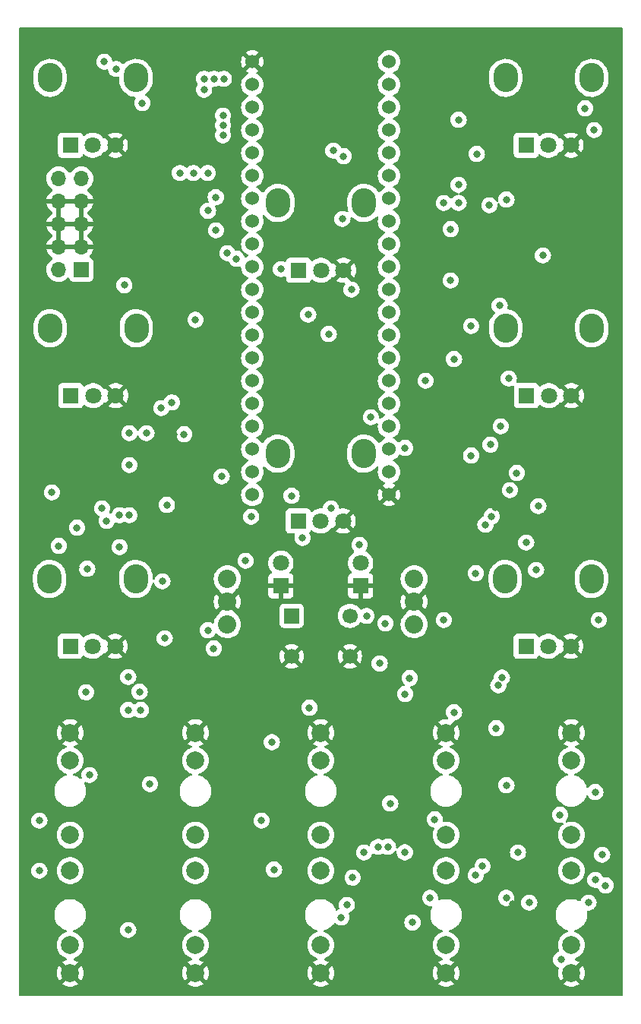
<source format=gbr>
%TF.GenerationSoftware,KiCad,Pcbnew,7.0.1*%
%TF.CreationDate,2024-01-09T19:15:50-05:00*%
%TF.ProjectId,daisy_euro,64616973-795f-4657-9572-6f2e6b696361,rev?*%
%TF.SameCoordinates,Original*%
%TF.FileFunction,Copper,L3,Inr*%
%TF.FilePolarity,Positive*%
%FSLAX46Y46*%
G04 Gerber Fmt 4.6, Leading zero omitted, Abs format (unit mm)*
G04 Created by KiCad (PCBNEW 7.0.1) date 2024-01-09 19:15:50*
%MOMM*%
%LPD*%
G01*
G04 APERTURE LIST*
%TA.AperFunction,ComponentPad*%
%ADD10C,2.000000*%
%TD*%
%TA.AperFunction,ComponentPad*%
%ADD11R,1.800000X1.800000*%
%TD*%
%TA.AperFunction,ComponentPad*%
%ADD12C,1.800000*%
%TD*%
%TA.AperFunction,ComponentPad*%
%ADD13R,1.700000X1.700000*%
%TD*%
%TA.AperFunction,ComponentPad*%
%ADD14C,1.700000*%
%TD*%
%TA.AperFunction,ComponentPad*%
%ADD15O,2.720000X3.240000*%
%TD*%
%TA.AperFunction,ComponentPad*%
%ADD16C,2.032000*%
%TD*%
%TA.AperFunction,ComponentPad*%
%ADD17O,1.700000X1.700000*%
%TD*%
%TA.AperFunction,ComponentPad*%
%ADD18C,1.524000*%
%TD*%
%TA.AperFunction,ViaPad*%
%ADD19C,0.800000*%
%TD*%
G04 APERTURE END LIST*
D10*
%TO.N,GND*%
%TO.C,J2*%
X49530000Y-121790000D03*
%TO.N,cv_in_2*%
X49530000Y-133190000D03*
%TO.N,unconnected-(J2-PadTN)*%
X49530000Y-124890000D03*
%TD*%
D11*
%TO.N,GND*%
%TO.C,D3*%
X59055000Y-105415000D03*
D12*
%TO.N,Net-(D3-A)*%
X59055000Y-102875000D03*
%TD*%
D13*
%TO.N,D10*%
%TO.C,SW1*%
X60250000Y-108748000D03*
D14*
X66750000Y-108748000D03*
%TO.N,GND*%
X60250000Y-113248000D03*
X66750000Y-113248000D03*
%TD*%
D15*
%TO.N,*%
%TO.C,RV2*%
X33340000Y-76708000D03*
X42940000Y-76708000D03*
D11*
%TO.N,+3.3VA*%
X35640000Y-84208000D03*
D12*
%TO.N,/cv/pot_5*%
X38140000Y-84208000D03*
%TO.N,GND*%
X40640000Y-84208000D03*
%TD*%
D10*
%TO.N,GND*%
%TO.C,J7*%
X49530000Y-148560000D03*
%TO.N,cv_in_3*%
X49530000Y-137160000D03*
%TO.N,unconnected-(J7-PadTN)*%
X49530000Y-145460000D03*
%TD*%
%TO.N,GND*%
%TO.C,J1*%
X35560000Y-121790000D03*
%TO.N,J1_cv_a_in*%
X35560000Y-133190000D03*
%TO.N,unconnected-(J1-PadTN)*%
X35560000Y-124890000D03*
%TD*%
%TO.N,GND*%
%TO.C,J8*%
X63500000Y-148560000D03*
%TO.N,cv_in_5*%
X63500000Y-137160000D03*
%TO.N,unconnected-(J8-PadTN)*%
X63500000Y-145460000D03*
%TD*%
D15*
%TO.N,*%
%TO.C,RV6*%
X84100000Y-48795000D03*
X93700000Y-48795000D03*
D11*
%TO.N,+3.3VA*%
X86400000Y-56295000D03*
D12*
%TO.N,/cv/pot_7*%
X88900000Y-56295000D03*
%TO.N,GND*%
X91400000Y-56295000D03*
%TD*%
D10*
%TO.N,GND*%
%TO.C,J4*%
X77470000Y-121790000D03*
%TO.N,Net-(J4-PadT)*%
X77470000Y-133190000D03*
%TO.N,unconnected-(J4-PadTN)*%
X77470000Y-124890000D03*
%TD*%
D15*
%TO.N,*%
%TO.C,RV3*%
X33274000Y-104648000D03*
X42874000Y-104648000D03*
D11*
%TO.N,+3.3VA*%
X35574000Y-112148000D03*
D12*
%TO.N,/cv/pot_2*%
X38074000Y-112148000D03*
%TO.N,GND*%
X40574000Y-112148000D03*
%TD*%
D16*
%TO.N,D8*%
%TO.C,SW2*%
X53086000Y-104648000D03*
%TO.N,GND*%
X53086000Y-107188000D03*
%TO.N,D9*%
X53086000Y-109728000D03*
%TD*%
%TO.N,D13*%
%TO.C,SW3*%
X73914000Y-104648000D03*
%TO.N,GND*%
X73914000Y-107188000D03*
%TO.N,D14*%
X73914000Y-109728000D03*
%TD*%
D10*
%TO.N,GND*%
%TO.C,J10*%
X91440000Y-148560000D03*
%TO.N,Net-(J10-PadT)*%
X91440000Y-137160000D03*
%TO.N,unconnected-(J10-PadTN)*%
X91440000Y-145460000D03*
%TD*%
%TO.N,GND*%
%TO.C,J6*%
X35560000Y-148560000D03*
%TO.N,J6_cv_a_in*%
X35560000Y-137160000D03*
%TO.N,unconnected-(J6-PadTN)*%
X35560000Y-145460000D03*
%TD*%
D15*
%TO.N,*%
%TO.C,RV7*%
X84126000Y-76711000D03*
X93726000Y-76711000D03*
D11*
%TO.N,+3.3VA*%
X86426000Y-84211000D03*
D12*
%TO.N,/cv/pot_4*%
X88926000Y-84211000D03*
%TO.N,GND*%
X91426000Y-84211000D03*
%TD*%
D11*
%TO.N,GND*%
%TO.C,D4*%
X67945000Y-105410000D03*
D12*
%TO.N,Net-(D4-A)*%
X67945000Y-102870000D03*
%TD*%
D15*
%TO.N,*%
%TO.C,RV4*%
X58726000Y-62741000D03*
X68326000Y-62741000D03*
D11*
%TO.N,+3.3VA*%
X61026000Y-70241000D03*
D12*
%TO.N,/cv/pot_6*%
X63526000Y-70241000D03*
%TO.N,GND*%
X66026000Y-70241000D03*
%TD*%
D10*
%TO.N,GND*%
%TO.C,J9*%
X77470000Y-148560000D03*
%TO.N,Net-(J9-PadT)*%
X77470000Y-137160000D03*
%TO.N,unconnected-(J9-PadTN)*%
X77470000Y-145460000D03*
%TD*%
%TO.N,GND*%
%TO.C,J5*%
X91440000Y-121790000D03*
%TO.N,Net-(J5-PadT)*%
X91440000Y-133190000D03*
%TO.N,unconnected-(J5-PadTN)*%
X91440000Y-124890000D03*
%TD*%
D15*
%TO.N,*%
%TO.C,RV1*%
X33300000Y-48795000D03*
X42900000Y-48795000D03*
D11*
%TO.N,+3.3VA*%
X35600000Y-56295000D03*
D12*
%TO.N,/cv/pot_1*%
X38100000Y-56295000D03*
%TO.N,GND*%
X40600000Y-56295000D03*
%TD*%
D15*
%TO.N,*%
%TO.C,RV5*%
X58700000Y-90681000D03*
X68300000Y-90681000D03*
D11*
%TO.N,+3.3VA*%
X61000000Y-98181000D03*
D12*
%TO.N,/cv/pot_3*%
X63500000Y-98181000D03*
%TO.N,GND*%
X66000000Y-98181000D03*
%TD*%
D10*
%TO.N,GND*%
%TO.C,J3*%
X63500000Y-121790000D03*
%TO.N,cv_in_4*%
X63500000Y-133190000D03*
%TO.N,unconnected-(J3-PadTN)*%
X63500000Y-124890000D03*
%TD*%
D15*
%TO.N,*%
%TO.C,RV8*%
X84074000Y-104648000D03*
X93674000Y-104648000D03*
D11*
%TO.N,+3.3VA*%
X86374000Y-112148000D03*
D12*
%TO.N,/cv/pot_8*%
X88874000Y-112148000D03*
%TO.N,GND*%
X91374000Y-112148000D03*
%TD*%
D13*
%TO.N,Net-(D2-K)*%
%TO.C,J11*%
X36810000Y-70158000D03*
D17*
X34270000Y-70158000D03*
%TO.N,GND*%
X36810000Y-67618000D03*
X34270000Y-67618000D03*
X36810000Y-65078000D03*
X34270000Y-65078000D03*
X36810000Y-62538000D03*
X34270000Y-62538000D03*
%TO.N,Net-(D1-A)*%
X36810000Y-59998000D03*
X34270000Y-59998000D03*
%TD*%
D18*
%TO.N,D0*%
%TO.C,U1*%
X71120000Y-46990000D03*
%TO.N,D1*%
X71120000Y-49530000D03*
%TO.N,D2*%
X71120000Y-52070000D03*
%TO.N,D3*%
X71120000Y-54610000D03*
%TO.N,D4*%
X71120000Y-57150000D03*
%TO.N,D5*%
X71120000Y-59690000D03*
%TO.N,D6*%
X71120000Y-62230000D03*
%TO.N,D7*%
X71120000Y-64770000D03*
%TO.N,D8*%
X71120000Y-67310000D03*
%TO.N,D9*%
X71120000Y-69850000D03*
%TO.N,D10*%
X71120000Y-72390000D03*
%TO.N,D11*%
X71120000Y-74930000D03*
%TO.N,D12*%
X71120000Y-77470000D03*
%TO.N,D13*%
X71120000Y-80010000D03*
%TO.N,D14*%
X71120000Y-82550000D03*
%TO.N,in_0*%
X71120000Y-85090000D03*
%TO.N,in_1*%
X71120000Y-87630000D03*
%TO.N,out_0*%
X71120000Y-90170000D03*
%TO.N,out_1*%
X71120000Y-92710000D03*
%TO.N,GND*%
X71120000Y-95250000D03*
%TO.N,+3.3VA*%
X55880000Y-95250000D03*
%TO.N,A0_D15*%
X55880000Y-92710000D03*
%TO.N,A1_D16*%
X55880000Y-90170000D03*
%TO.N,A2_D17*%
X55880000Y-87630000D03*
%TO.N,A3_D18*%
X55880000Y-85090000D03*
%TO.N,A4_D19*%
X55880000Y-82550000D03*
%TO.N,A5_D20*%
X55880000Y-80010000D03*
%TO.N,A6_D21*%
X55880000Y-77470000D03*
%TO.N,A7_D22*%
X55880000Y-74930000D03*
%TO.N,A8_D23*%
X55880000Y-72390000D03*
%TO.N,A9_D24*%
X55880000Y-69850000D03*
%TO.N,A10_D25*%
X55880000Y-67310000D03*
%TO.N,D26*%
X55880000Y-64770000D03*
%TO.N,D27*%
X55880000Y-62230000D03*
%TO.N,A11_D28*%
X55880000Y-59690000D03*
%TO.N,D29*%
X55880000Y-57150000D03*
%TO.N,D30*%
X55880000Y-54610000D03*
%TO.N,+3.3V*%
X55880000Y-52070000D03*
%TO.N,+12V*%
X55880000Y-49530000D03*
%TO.N,GND*%
X55880000Y-46990000D03*
%TD*%
D19*
%TO.N,J1_cv_a_in*%
X45720000Y-85598000D03*
X44462600Y-127508000D03*
%TO.N,J6_cv_a_in*%
X94107000Y-138176000D03*
X94107000Y-128397000D03*
%TO.N,D0*%
X39370000Y-46990000D03*
X39624000Y-98171000D03*
%TO.N,D8*%
X53086000Y-68326000D03*
%TO.N,D9*%
X54102000Y-68961000D03*
%TO.N,D10*%
X66929000Y-72390000D03*
X68605400Y-108762800D03*
%TO.N,D11*%
X62103000Y-75184000D03*
X61468000Y-100076000D03*
%TO.N,D1*%
X39116000Y-96774000D03*
X40700000Y-47800000D03*
%TO.N,D2*%
X93345000Y-140716000D03*
X92964000Y-52197000D03*
%TO.N,D26*%
X56896000Y-131572000D03*
%TO.N,Net-(J5-PadT)*%
X90297000Y-147066000D03*
%TO.N,Net-(J10-PadT)*%
X90170000Y-130937000D03*
%TO.N,+3.3VA*%
X86400000Y-100584000D03*
X87757000Y-96520000D03*
X43600000Y-51600000D03*
X85344000Y-92837000D03*
%TO.N,GND*%
X69342000Y-140860502D03*
X36195000Y-101092000D03*
X44958000Y-97790000D03*
X70739000Y-148209000D03*
X82677000Y-118237000D03*
X38227000Y-88392000D03*
X46990000Y-91948000D03*
X46092232Y-102745751D03*
X46736000Y-115570000D03*
X69088000Y-129667000D03*
X38100000Y-91948000D03*
X46482000Y-119253000D03*
X87669800Y-66791013D03*
X36202400Y-103378000D03*
X45300000Y-50200000D03*
X43877657Y-62728100D03*
X76454000Y-114046000D03*
X84888500Y-140856500D03*
X82937900Y-92964998D03*
X45972587Y-52380500D03*
X84455000Y-131064000D03*
X37719000Y-115570000D03*
X37966100Y-119118090D03*
X47117000Y-88519000D03*
X46202600Y-73710800D03*
X85978160Y-147658900D03*
X77216000Y-117602000D03*
X82937900Y-96668655D03*
X48000000Y-66400000D03*
X89027000Y-92837000D03*
X36195000Y-96266000D03*
X84836000Y-60071000D03*
%TO.N,+3.3V*%
X76200000Y-131445000D03*
X78867000Y-62738000D03*
X78867000Y-53467000D03*
X78867000Y-60706000D03*
%TO.N,audio_out_0*%
X84201000Y-127635000D03*
X84174105Y-140201100D03*
%TO.N,Net-(U4B--)*%
X46895493Y-84969900D03*
X48260000Y-88519000D03*
%TO.N,/cv/pot_1*%
X51800000Y-62100000D03*
X51816000Y-65786000D03*
%TO.N,/cv/pot_5*%
X84201000Y-62357000D03*
X83439000Y-74168000D03*
%TO.N,/cv/pot_2*%
X50927000Y-63600000D03*
X50927000Y-110363000D03*
%TO.N,/cv/pot_6*%
X77978000Y-71374000D03*
X77978000Y-65659000D03*
%TO.N,/cv/pot_3*%
X82296000Y-62992000D03*
X81857300Y-98587557D03*
%TO.N,/cv/pot_8*%
X88265000Y-68580000D03*
%TO.N,A3_D18*%
X73406000Y-115697000D03*
X75184000Y-82550000D03*
%TO.N,A2_D17*%
X70071900Y-114060938D03*
X69088000Y-86614000D03*
%TO.N,Net-(C6-Pad1)*%
X37338000Y-117272000D03*
X37719000Y-126492000D03*
%TO.N,out_0*%
X51562000Y-112395000D03*
X52451000Y-93218000D03*
%TO.N,out_1*%
X33528000Y-94996000D03*
X34290000Y-100965000D03*
%TO.N,-10V*%
X82550000Y-97663000D03*
X49530000Y-75753000D03*
X45847000Y-104902000D03*
X46101000Y-111252000D03*
X83297449Y-116489822D03*
X82408885Y-89675120D03*
X46348100Y-96393000D03*
X83057434Y-121285566D03*
%TO.N,-12V*%
X41069500Y-97536000D03*
X42164000Y-91948000D03*
X42037000Y-143764000D03*
X41069500Y-101092000D03*
X41600000Y-71900000D03*
X42164000Y-88392000D03*
X42037000Y-115570000D03*
X42037000Y-119253000D03*
%TO.N,A1_D16*%
X83566000Y-87630000D03*
X83693000Y-115652000D03*
%TO.N,A4_D19*%
X84582000Y-94742000D03*
X84455000Y-82296000D03*
%TO.N,A5_D20*%
X78359000Y-119507000D03*
X78359000Y-80137000D03*
%TO.N,A7_D22*%
X55746100Y-97705268D03*
%TO.N,A8_D23*%
X55118000Y-102616000D03*
%TO.N,A9_D24*%
X59055000Y-70104000D03*
X60245500Y-95377000D03*
%TO.N,+12V*%
X52600000Y-55200000D03*
X50500000Y-48900000D03*
X42164000Y-97536000D03*
X49300000Y-59400000D03*
X43307000Y-117221000D03*
X43434000Y-119253000D03*
X52600000Y-54100000D03*
X47800000Y-59400000D03*
X52600000Y-53000000D03*
X69899131Y-134503186D03*
X50500000Y-50100000D03*
X44069000Y-88392000D03*
X50900000Y-59400000D03*
X52700000Y-48900000D03*
X51600000Y-48900000D03*
X85482332Y-135128000D03*
%TO.N,cv_in_6*%
X68326000Y-135128000D03*
X72898000Y-90043000D03*
%TO.N,cv_in_5*%
X62236900Y-118991822D03*
%TO.N,cv_in_7*%
X73723134Y-142938134D03*
X72898000Y-117475000D03*
%TO.N,cv_in_4*%
X64643001Y-96774001D03*
%TO.N,cv_in_3*%
X58045900Y-122846639D03*
X58293000Y-137033000D03*
%TO.N,cv_out_0*%
X86741000Y-140716000D03*
X87502600Y-103632000D03*
%TO.N,cv_out_1*%
X80772000Y-104013000D03*
X80772000Y-137668000D03*
%TO.N,A6_D21*%
X80255571Y-90887000D03*
X80264000Y-76454000D03*
%TO.N,Net-(U9C--)*%
X37465000Y-103505000D03*
X36322000Y-98933000D03*
%TO.N,D3*%
X93980000Y-54610000D03*
X95250000Y-138811000D03*
%TO.N,Net-(J9-PadT)*%
X75692000Y-140201100D03*
%TO.N,D29*%
X66040000Y-57531000D03*
X66414100Y-140971677D03*
%TO.N,D30*%
X65786000Y-142367000D03*
X64897000Y-56896000D03*
%TO.N,D4*%
X80899000Y-57277000D03*
X81534000Y-136652000D03*
%TO.N,D12*%
X64389000Y-77343000D03*
X67818000Y-100838000D03*
%TO.N,D5*%
X94869000Y-135382000D03*
X77216000Y-62738000D03*
X77216000Y-109220000D03*
X94488000Y-109220000D03*
%TO.N,Net-(C39-Pad1)*%
X32131000Y-131572000D03*
X32131000Y-137160000D03*
%TO.N,Net-(J4-PadT)*%
X70993000Y-134493000D03*
X72873134Y-135103134D03*
%TO.N,Net-(C38-Pad1)*%
X70700000Y-109600000D03*
X71247000Y-129667000D03*
%TO.N,D27*%
X65913000Y-64516000D03*
X67056000Y-137929400D03*
%TD*%
%TA.AperFunction,Conductor*%
%TO.N,GND*%
G36*
X97092500Y-43197113D02*
G01*
X97137887Y-43242500D01*
X97154500Y-43304500D01*
X97154500Y-151005500D01*
X97137887Y-151067500D01*
X97092500Y-151112887D01*
X97030500Y-151129500D01*
X29969500Y-151129500D01*
X29907500Y-151112887D01*
X29862113Y-151067500D01*
X29845500Y-151005500D01*
X29845500Y-149783610D01*
X34689942Y-149783610D01*
X34736766Y-149820055D01*
X34955393Y-149938368D01*
X35190506Y-150019083D01*
X35435707Y-150060000D01*
X35684293Y-150060000D01*
X35929493Y-150019083D01*
X36164606Y-149938368D01*
X36383233Y-149820053D01*
X36430055Y-149783610D01*
X48659942Y-149783610D01*
X48706766Y-149820055D01*
X48925393Y-149938368D01*
X49160506Y-150019083D01*
X49405707Y-150060000D01*
X49654293Y-150060000D01*
X49899493Y-150019083D01*
X50134606Y-149938368D01*
X50353233Y-149820053D01*
X50400055Y-149783610D01*
X62629942Y-149783610D01*
X62676766Y-149820055D01*
X62895393Y-149938368D01*
X63130506Y-150019083D01*
X63375707Y-150060000D01*
X63624293Y-150060000D01*
X63869493Y-150019083D01*
X64104606Y-149938368D01*
X64323233Y-149820053D01*
X64370055Y-149783610D01*
X76599942Y-149783610D01*
X76646766Y-149820055D01*
X76865393Y-149938368D01*
X77100506Y-150019083D01*
X77345707Y-150060000D01*
X77594293Y-150060000D01*
X77839493Y-150019083D01*
X78074606Y-149938368D01*
X78293233Y-149820053D01*
X78340055Y-149783610D01*
X90569942Y-149783610D01*
X90616766Y-149820055D01*
X90835393Y-149938368D01*
X91070506Y-150019083D01*
X91315707Y-150060000D01*
X91564293Y-150060000D01*
X91809493Y-150019083D01*
X92044606Y-149938368D01*
X92263233Y-149820053D01*
X92310056Y-149783609D01*
X91440000Y-148913553D01*
X90569942Y-149783609D01*
X90569942Y-149783610D01*
X78340055Y-149783610D01*
X78340056Y-149783609D01*
X77470000Y-148913553D01*
X76599942Y-149783609D01*
X76599942Y-149783610D01*
X64370055Y-149783610D01*
X64370056Y-149783609D01*
X63500000Y-148913553D01*
X62629942Y-149783609D01*
X62629942Y-149783610D01*
X50400055Y-149783610D01*
X50400056Y-149783609D01*
X49530000Y-148913553D01*
X48659942Y-149783609D01*
X48659942Y-149783610D01*
X36430055Y-149783610D01*
X36430056Y-149783609D01*
X35560000Y-148913553D01*
X34689942Y-149783609D01*
X34689942Y-149783610D01*
X29845500Y-149783610D01*
X29845500Y-149005000D01*
X29845605Y-148560000D01*
X34054858Y-148560000D01*
X34075386Y-148807732D01*
X34136413Y-149048721D01*
X34236268Y-149276370D01*
X34336563Y-149429882D01*
X34336564Y-149429882D01*
X35206447Y-148560001D01*
X35913553Y-148560001D01*
X36783434Y-149429882D01*
X36883730Y-149276369D01*
X36983586Y-149048721D01*
X37044613Y-148807732D01*
X37065141Y-148560000D01*
X48024858Y-148560000D01*
X48045386Y-148807732D01*
X48106413Y-149048721D01*
X48206268Y-149276370D01*
X48306563Y-149429882D01*
X48306564Y-149429882D01*
X49176447Y-148560001D01*
X49883553Y-148560001D01*
X50753434Y-149429882D01*
X50853730Y-149276369D01*
X50953586Y-149048721D01*
X51014613Y-148807732D01*
X51035141Y-148560000D01*
X51035141Y-148559999D01*
X61994858Y-148559999D01*
X62015386Y-148807732D01*
X62076413Y-149048721D01*
X62176268Y-149276370D01*
X62276563Y-149429882D01*
X62276564Y-149429882D01*
X63146447Y-148560001D01*
X63853553Y-148560001D01*
X64723434Y-149429882D01*
X64823730Y-149276369D01*
X64923586Y-149048721D01*
X64984613Y-148807732D01*
X65005141Y-148560000D01*
X65005141Y-148559999D01*
X75964858Y-148559999D01*
X75985386Y-148807732D01*
X76046413Y-149048721D01*
X76146268Y-149276370D01*
X76246563Y-149429882D01*
X76246564Y-149429882D01*
X77116447Y-148560001D01*
X77823553Y-148560001D01*
X78693434Y-149429882D01*
X78793730Y-149276369D01*
X78893586Y-149048721D01*
X78954613Y-148807732D01*
X78975141Y-148560000D01*
X78954613Y-148312267D01*
X78893586Y-148071278D01*
X78793730Y-147843630D01*
X78693434Y-147690116D01*
X77823553Y-148560000D01*
X77823553Y-148560001D01*
X77116447Y-148560001D01*
X77116447Y-148560000D01*
X76246564Y-147690116D01*
X76146266Y-147843634D01*
X76046413Y-148071278D01*
X75985386Y-148312267D01*
X75964858Y-148559999D01*
X65005141Y-148559999D01*
X64984613Y-148312267D01*
X64923586Y-148071278D01*
X64823730Y-147843630D01*
X64723434Y-147690116D01*
X63853553Y-148560000D01*
X63853553Y-148560001D01*
X63146447Y-148560001D01*
X63146447Y-148560000D01*
X62276564Y-147690116D01*
X62176266Y-147843634D01*
X62076413Y-148071278D01*
X62015386Y-148312267D01*
X61994858Y-148559999D01*
X51035141Y-148559999D01*
X51014613Y-148312267D01*
X50953586Y-148071278D01*
X50853730Y-147843630D01*
X50753434Y-147690116D01*
X49883553Y-148560000D01*
X49883553Y-148560001D01*
X49176447Y-148560001D01*
X49176447Y-148560000D01*
X48306564Y-147690116D01*
X48206266Y-147843634D01*
X48106413Y-148071278D01*
X48045386Y-148312267D01*
X48024858Y-148560000D01*
X37065141Y-148560000D01*
X37044613Y-148312267D01*
X36983586Y-148071278D01*
X36883730Y-147843630D01*
X36783434Y-147690116D01*
X35913553Y-148560000D01*
X35913553Y-148560001D01*
X35206447Y-148560001D01*
X35206447Y-148560000D01*
X34336564Y-147690116D01*
X34236266Y-147843634D01*
X34136413Y-148071278D01*
X34075386Y-148312267D01*
X34054858Y-148560000D01*
X29845605Y-148560000D01*
X29847099Y-142211182D01*
X33809500Y-142211182D01*
X33848604Y-142470615D01*
X33925937Y-142721323D01*
X34039772Y-142957704D01*
X34154781Y-143126391D01*
X34187571Y-143174485D01*
X34309988Y-143306418D01*
X34366019Y-143366805D01*
X34571143Y-143530386D01*
X34798357Y-143661568D01*
X35042584Y-143757420D01*
X35132214Y-143777877D01*
X35188388Y-143807340D01*
X35222642Y-143860728D01*
X35226012Y-143924071D01*
X35197616Y-143980792D01*
X35144884Y-144016049D01*
X34955194Y-144081170D01*
X34736485Y-144199529D01*
X34540259Y-144352259D01*
X34540256Y-144352261D01*
X34540256Y-144352262D01*
X34371837Y-144535214D01*
X34235825Y-144743395D01*
X34135938Y-144971117D01*
X34074891Y-145212183D01*
X34054356Y-145460000D01*
X34074891Y-145707816D01*
X34074891Y-145707819D01*
X34074892Y-145707821D01*
X34135937Y-145948881D01*
X34135938Y-145948883D01*
X34235825Y-146176604D01*
X34235827Y-146176607D01*
X34371836Y-146384785D01*
X34540256Y-146567738D01*
X34540259Y-146567740D01*
X34736485Y-146720470D01*
X34736487Y-146720471D01*
X34736491Y-146720474D01*
X34955190Y-146838828D01*
X35068542Y-146877742D01*
X35112938Y-146892983D01*
X35163905Y-146926281D01*
X35192881Y-146979823D01*
X35192881Y-147040704D01*
X35163905Y-147094246D01*
X35112938Y-147127545D01*
X34955393Y-147181631D01*
X34736764Y-147299946D01*
X34689942Y-147336388D01*
X34689942Y-147336390D01*
X35560000Y-148206447D01*
X35560001Y-148206447D01*
X36430057Y-147336390D01*
X36430056Y-147336388D01*
X36383235Y-147299947D01*
X36164606Y-147181631D01*
X36007061Y-147127545D01*
X35956094Y-147094247D01*
X35927118Y-147040704D01*
X35927118Y-146979823D01*
X35956094Y-146926281D01*
X36007062Y-146892983D01*
X36051452Y-146877744D01*
X36164810Y-146838828D01*
X36383509Y-146720474D01*
X36579744Y-146567738D01*
X36748164Y-146384785D01*
X36884173Y-146176607D01*
X36984063Y-145948881D01*
X37045108Y-145707821D01*
X37065643Y-145460000D01*
X37045108Y-145212179D01*
X36984063Y-144971119D01*
X36884173Y-144743393D01*
X36748164Y-144535215D01*
X36579744Y-144352262D01*
X36557612Y-144335036D01*
X36383514Y-144199529D01*
X36383510Y-144199526D01*
X36383509Y-144199526D01*
X36164810Y-144081172D01*
X36164806Y-144081170D01*
X36164805Y-144081170D01*
X35975115Y-144016049D01*
X35922383Y-143980792D01*
X35893987Y-143924071D01*
X35897357Y-143860728D01*
X35931611Y-143807340D01*
X35987783Y-143777878D01*
X36048587Y-143764000D01*
X41131540Y-143764000D01*
X41151326Y-143952257D01*
X41209820Y-144132284D01*
X41304466Y-144296216D01*
X41431129Y-144436889D01*
X41584269Y-144548151D01*
X41757197Y-144625144D01*
X41942352Y-144664500D01*
X41942354Y-144664500D01*
X42131646Y-144664500D01*
X42131648Y-144664500D01*
X42255084Y-144638262D01*
X42316803Y-144625144D01*
X42489730Y-144548151D01*
X42642871Y-144436888D01*
X42769533Y-144296216D01*
X42864179Y-144132284D01*
X42922674Y-143952256D01*
X42942460Y-143764000D01*
X42922674Y-143575744D01*
X42864179Y-143395716D01*
X42864179Y-143395715D01*
X42769533Y-143231783D01*
X42642870Y-143091110D01*
X42489730Y-142979848D01*
X42316802Y-142902855D01*
X42131648Y-142863500D01*
X42131646Y-142863500D01*
X41942354Y-142863500D01*
X41942352Y-142863500D01*
X41757197Y-142902855D01*
X41584269Y-142979848D01*
X41431129Y-143091110D01*
X41304466Y-143231783D01*
X41209820Y-143395715D01*
X41151326Y-143575742D01*
X41131540Y-143764000D01*
X36048587Y-143764000D01*
X36077416Y-143757420D01*
X36321643Y-143661568D01*
X36548857Y-143530386D01*
X36753981Y-143366805D01*
X36882639Y-143228144D01*
X36932428Y-143174485D01*
X36932429Y-143174482D01*
X36932433Y-143174479D01*
X37080228Y-142957704D01*
X37194063Y-142721323D01*
X37271396Y-142470615D01*
X37310500Y-142211182D01*
X47779500Y-142211182D01*
X47818604Y-142470615D01*
X47895937Y-142721323D01*
X48009772Y-142957704D01*
X48124781Y-143126391D01*
X48157571Y-143174485D01*
X48279988Y-143306418D01*
X48336019Y-143366805D01*
X48541143Y-143530386D01*
X48768357Y-143661568D01*
X49012584Y-143757420D01*
X49102214Y-143777877D01*
X49158388Y-143807340D01*
X49192642Y-143860728D01*
X49196012Y-143924071D01*
X49167616Y-143980792D01*
X49114884Y-144016049D01*
X48925194Y-144081170D01*
X48706485Y-144199529D01*
X48510259Y-144352259D01*
X48510256Y-144352261D01*
X48510256Y-144352262D01*
X48341837Y-144535214D01*
X48205825Y-144743395D01*
X48105938Y-144971117D01*
X48044891Y-145212183D01*
X48024356Y-145460000D01*
X48044891Y-145707816D01*
X48044891Y-145707819D01*
X48044892Y-145707821D01*
X48105937Y-145948881D01*
X48105938Y-145948883D01*
X48205825Y-146176604D01*
X48205827Y-146176607D01*
X48341836Y-146384785D01*
X48510256Y-146567738D01*
X48510259Y-146567740D01*
X48706485Y-146720470D01*
X48706487Y-146720471D01*
X48706491Y-146720474D01*
X48925190Y-146838828D01*
X49038542Y-146877742D01*
X49082938Y-146892983D01*
X49133905Y-146926281D01*
X49162881Y-146979823D01*
X49162881Y-147040704D01*
X49133905Y-147094246D01*
X49082938Y-147127545D01*
X48925393Y-147181631D01*
X48706764Y-147299946D01*
X48659942Y-147336388D01*
X48659942Y-147336390D01*
X49530000Y-148206447D01*
X49530001Y-148206447D01*
X50400057Y-147336390D01*
X50400056Y-147336388D01*
X50353235Y-147299947D01*
X50134606Y-147181631D01*
X49977061Y-147127545D01*
X49926094Y-147094247D01*
X49897118Y-147040704D01*
X49897118Y-146979823D01*
X49926094Y-146926281D01*
X49977062Y-146892983D01*
X50021452Y-146877744D01*
X50134810Y-146838828D01*
X50353509Y-146720474D01*
X50549744Y-146567738D01*
X50718164Y-146384785D01*
X50854173Y-146176607D01*
X50954063Y-145948881D01*
X51015108Y-145707821D01*
X51035643Y-145460000D01*
X51015108Y-145212179D01*
X50954063Y-144971119D01*
X50854173Y-144743393D01*
X50718164Y-144535215D01*
X50549744Y-144352262D01*
X50527612Y-144335036D01*
X50353514Y-144199529D01*
X50353510Y-144199526D01*
X50353509Y-144199526D01*
X50134810Y-144081172D01*
X50134806Y-144081170D01*
X50134805Y-144081170D01*
X49945115Y-144016049D01*
X49892383Y-143980792D01*
X49863987Y-143924071D01*
X49867357Y-143860728D01*
X49901611Y-143807340D01*
X49957783Y-143777878D01*
X50047416Y-143757420D01*
X50291643Y-143661568D01*
X50518857Y-143530386D01*
X50723981Y-143366805D01*
X50852639Y-143228144D01*
X50902428Y-143174485D01*
X50902429Y-143174482D01*
X50902433Y-143174479D01*
X51050228Y-142957704D01*
X51164063Y-142721323D01*
X51241396Y-142470615D01*
X51280500Y-142211182D01*
X61749500Y-142211182D01*
X61788604Y-142470615D01*
X61865937Y-142721323D01*
X61979772Y-142957704D01*
X62094781Y-143126391D01*
X62127571Y-143174485D01*
X62249988Y-143306418D01*
X62306019Y-143366805D01*
X62511143Y-143530386D01*
X62738357Y-143661568D01*
X62982584Y-143757420D01*
X63072214Y-143777877D01*
X63128388Y-143807340D01*
X63162642Y-143860728D01*
X63166012Y-143924071D01*
X63137616Y-143980792D01*
X63084884Y-144016049D01*
X62895194Y-144081170D01*
X62676485Y-144199529D01*
X62480259Y-144352259D01*
X62480256Y-144352261D01*
X62480256Y-144352262D01*
X62311837Y-144535214D01*
X62175825Y-144743395D01*
X62075938Y-144971117D01*
X62014891Y-145212183D01*
X61994356Y-145460000D01*
X62014891Y-145707816D01*
X62014891Y-145707819D01*
X62014892Y-145707821D01*
X62075937Y-145948881D01*
X62075938Y-145948883D01*
X62175825Y-146176604D01*
X62175827Y-146176607D01*
X62311836Y-146384785D01*
X62480256Y-146567738D01*
X62480259Y-146567740D01*
X62676485Y-146720470D01*
X62676487Y-146720471D01*
X62676491Y-146720474D01*
X62895190Y-146838828D01*
X63008542Y-146877742D01*
X63052938Y-146892983D01*
X63103905Y-146926281D01*
X63132881Y-146979823D01*
X63132881Y-147040704D01*
X63103905Y-147094246D01*
X63052938Y-147127545D01*
X62895393Y-147181631D01*
X62676764Y-147299946D01*
X62629942Y-147336388D01*
X62629942Y-147336390D01*
X63500000Y-148206447D01*
X63500001Y-148206447D01*
X64370057Y-147336390D01*
X64370056Y-147336388D01*
X64323235Y-147299947D01*
X64104606Y-147181631D01*
X63947061Y-147127545D01*
X63896094Y-147094247D01*
X63867118Y-147040704D01*
X63867118Y-146979823D01*
X63896094Y-146926281D01*
X63947062Y-146892983D01*
X63991452Y-146877744D01*
X64104810Y-146838828D01*
X64323509Y-146720474D01*
X64519744Y-146567738D01*
X64688164Y-146384785D01*
X64824173Y-146176607D01*
X64924063Y-145948881D01*
X64985108Y-145707821D01*
X65005643Y-145460000D01*
X64985108Y-145212179D01*
X64924063Y-144971119D01*
X64824173Y-144743393D01*
X64688164Y-144535215D01*
X64519744Y-144352262D01*
X64497612Y-144335036D01*
X64323514Y-144199529D01*
X64323510Y-144199526D01*
X64323509Y-144199526D01*
X64104810Y-144081172D01*
X64104806Y-144081170D01*
X64104805Y-144081170D01*
X63915115Y-144016049D01*
X63862383Y-143980792D01*
X63833987Y-143924071D01*
X63837357Y-143860728D01*
X63871611Y-143807340D01*
X63927783Y-143777878D01*
X64017416Y-143757420D01*
X64261643Y-143661568D01*
X64488857Y-143530386D01*
X64693981Y-143366805D01*
X64872433Y-143174479D01*
X64968297Y-143033871D01*
X65009150Y-142996107D01*
X65062407Y-142980006D01*
X65117343Y-142988812D01*
X65162898Y-143020752D01*
X65180129Y-143039888D01*
X65333269Y-143151151D01*
X65506197Y-143228144D01*
X65691352Y-143267500D01*
X65691354Y-143267500D01*
X65880646Y-143267500D01*
X65880648Y-143267500D01*
X66004084Y-143241262D01*
X66065803Y-143228144D01*
X66238730Y-143151151D01*
X66391871Y-143039888D01*
X66483491Y-142938134D01*
X72817674Y-142938134D01*
X72837460Y-143126391D01*
X72895954Y-143306418D01*
X72990600Y-143470350D01*
X73117263Y-143611023D01*
X73270403Y-143722285D01*
X73443331Y-143799278D01*
X73628486Y-143838634D01*
X73628488Y-143838634D01*
X73817780Y-143838634D01*
X73817782Y-143838634D01*
X73965008Y-143807340D01*
X74002937Y-143799278D01*
X74175864Y-143722285D01*
X74329005Y-143611022D01*
X74455667Y-143470350D01*
X74550313Y-143306418D01*
X74608808Y-143126390D01*
X74628594Y-142938134D01*
X74608808Y-142749878D01*
X74550313Y-142569850D01*
X74550313Y-142569849D01*
X74455667Y-142405917D01*
X74329004Y-142265244D01*
X74175864Y-142153982D01*
X74002936Y-142076989D01*
X73817782Y-142037634D01*
X73817780Y-142037634D01*
X73628488Y-142037634D01*
X73628486Y-142037634D01*
X73443331Y-142076989D01*
X73270403Y-142153982D01*
X73117263Y-142265244D01*
X72990600Y-142405917D01*
X72895954Y-142569849D01*
X72837460Y-142749876D01*
X72817674Y-142938134D01*
X66483491Y-142938134D01*
X66518533Y-142899216D01*
X66613179Y-142735284D01*
X66671674Y-142555256D01*
X66691460Y-142367000D01*
X66671674Y-142178744D01*
X66613179Y-141998716D01*
X66610530Y-141990563D01*
X66608147Y-141922236D01*
X66642339Y-141863032D01*
X66683376Y-141841223D01*
X66681996Y-141838123D01*
X66866830Y-141755828D01*
X67019970Y-141644566D01*
X67146633Y-141503893D01*
X67241279Y-141339961D01*
X67271089Y-141248216D01*
X67299774Y-141159933D01*
X67319560Y-140971677D01*
X67299774Y-140783421D01*
X67269432Y-140690040D01*
X67241279Y-140603392D01*
X67146633Y-140439460D01*
X67019970Y-140298787D01*
X66885515Y-140201100D01*
X74786540Y-140201100D01*
X74806326Y-140389357D01*
X74864820Y-140569384D01*
X74959466Y-140733316D01*
X75086129Y-140873989D01*
X75239269Y-140985251D01*
X75412197Y-141062244D01*
X75597352Y-141101600D01*
X75799679Y-141101600D01*
X75799679Y-141105709D01*
X75843311Y-141108726D01*
X75898577Y-141148712D01*
X75924332Y-141211878D01*
X75912781Y-141279107D01*
X75835938Y-141438674D01*
X75835937Y-141438677D01*
X75758604Y-141689385D01*
X75719500Y-141948818D01*
X75719500Y-142211182D01*
X75758604Y-142470615D01*
X75835937Y-142721323D01*
X75949772Y-142957704D01*
X76064781Y-143126391D01*
X76097571Y-143174485D01*
X76219988Y-143306418D01*
X76276019Y-143366805D01*
X76481143Y-143530386D01*
X76708357Y-143661568D01*
X76952584Y-143757420D01*
X77042214Y-143777877D01*
X77098388Y-143807340D01*
X77132642Y-143860728D01*
X77136012Y-143924071D01*
X77107616Y-143980792D01*
X77054884Y-144016049D01*
X76865194Y-144081170D01*
X76646485Y-144199529D01*
X76450259Y-144352259D01*
X76450256Y-144352261D01*
X76450256Y-144352262D01*
X76281837Y-144535214D01*
X76145825Y-144743395D01*
X76045938Y-144971117D01*
X75984891Y-145212183D01*
X75964356Y-145460000D01*
X75984891Y-145707816D01*
X75984891Y-145707819D01*
X75984892Y-145707821D01*
X76045937Y-145948881D01*
X76045938Y-145948883D01*
X76145825Y-146176604D01*
X76145827Y-146176607D01*
X76281836Y-146384785D01*
X76450256Y-146567738D01*
X76450259Y-146567740D01*
X76646485Y-146720470D01*
X76646487Y-146720471D01*
X76646491Y-146720474D01*
X76865190Y-146838828D01*
X76978542Y-146877742D01*
X77022938Y-146892983D01*
X77073905Y-146926281D01*
X77102881Y-146979823D01*
X77102881Y-147040704D01*
X77073905Y-147094246D01*
X77022938Y-147127545D01*
X76865393Y-147181631D01*
X76646764Y-147299946D01*
X76599942Y-147336388D01*
X76599942Y-147336390D01*
X77470000Y-148206447D01*
X77470001Y-148206447D01*
X78340057Y-147336390D01*
X78340056Y-147336388D01*
X78293235Y-147299947D01*
X78074606Y-147181631D01*
X77917061Y-147127545D01*
X77866094Y-147094247D01*
X77850807Y-147066000D01*
X89391540Y-147066000D01*
X89411326Y-147254257D01*
X89469820Y-147434284D01*
X89564466Y-147598216D01*
X89691129Y-147738889D01*
X89844265Y-147850149D01*
X89884908Y-147868244D01*
X89956779Y-147900243D01*
X90006525Y-147940451D01*
X90029614Y-148000103D01*
X90019901Y-148063326D01*
X90016414Y-148071275D01*
X89955386Y-148312267D01*
X89934858Y-148559999D01*
X89955386Y-148807732D01*
X90016413Y-149048721D01*
X90116268Y-149276370D01*
X90216563Y-149429882D01*
X90216564Y-149429882D01*
X91086445Y-148560001D01*
X91793553Y-148560001D01*
X92663434Y-149429882D01*
X92763730Y-149276369D01*
X92863586Y-149048721D01*
X92924613Y-148807732D01*
X92945141Y-148559999D01*
X92924613Y-148312267D01*
X92863586Y-148071278D01*
X92763730Y-147843630D01*
X92663434Y-147690116D01*
X91793553Y-148560000D01*
X91793553Y-148560001D01*
X91086445Y-148560001D01*
X92310057Y-147336389D01*
X92310056Y-147336388D01*
X92263235Y-147299947D01*
X92044606Y-147181631D01*
X91887061Y-147127545D01*
X91836094Y-147094247D01*
X91807118Y-147040704D01*
X91807118Y-146979823D01*
X91836094Y-146926281D01*
X91887062Y-146892983D01*
X91931452Y-146877744D01*
X92044810Y-146838828D01*
X92263509Y-146720474D01*
X92459744Y-146567738D01*
X92628164Y-146384785D01*
X92764173Y-146176607D01*
X92864063Y-145948881D01*
X92925108Y-145707821D01*
X92945643Y-145460000D01*
X92925108Y-145212179D01*
X92864063Y-144971119D01*
X92764173Y-144743393D01*
X92628164Y-144535215D01*
X92459744Y-144352262D01*
X92437612Y-144335036D01*
X92263514Y-144199529D01*
X92263510Y-144199526D01*
X92263509Y-144199526D01*
X92044810Y-144081172D01*
X92044806Y-144081170D01*
X92044805Y-144081170D01*
X91855115Y-144016049D01*
X91802383Y-143980792D01*
X91773987Y-143924071D01*
X91777357Y-143860728D01*
X91811611Y-143807340D01*
X91867783Y-143777878D01*
X91957416Y-143757420D01*
X92201643Y-143661568D01*
X92428857Y-143530386D01*
X92633981Y-143366805D01*
X92762639Y-143228144D01*
X92812428Y-143174485D01*
X92812429Y-143174482D01*
X92812433Y-143174479D01*
X92960228Y-142957704D01*
X93074063Y-142721323D01*
X93151396Y-142470615D01*
X93190500Y-142211182D01*
X93190500Y-141948818D01*
X93161886Y-141758980D01*
X93165347Y-141706173D01*
X93190512Y-141659617D01*
X93232798Y-141627793D01*
X93284501Y-141616500D01*
X93439648Y-141616500D01*
X93569608Y-141588876D01*
X93624803Y-141577144D01*
X93797730Y-141500151D01*
X93882346Y-141438674D01*
X93950870Y-141388889D01*
X94077533Y-141248216D01*
X94172179Y-141084284D01*
X94179340Y-141062244D01*
X94230674Y-140904256D01*
X94250460Y-140716000D01*
X94230674Y-140527744D01*
X94172179Y-140347716D01*
X94172179Y-140347715D01*
X94077533Y-140183783D01*
X93950870Y-140043110D01*
X93797730Y-139931848D01*
X93624802Y-139854855D01*
X93439648Y-139815500D01*
X93439646Y-139815500D01*
X93250354Y-139815500D01*
X93250352Y-139815500D01*
X93065197Y-139854855D01*
X92892269Y-139931848D01*
X92739129Y-140043110D01*
X92612466Y-140183783D01*
X92517821Y-140347714D01*
X92473960Y-140482703D01*
X92445975Y-140529740D01*
X92400467Y-140560148D01*
X92346300Y-140568002D01*
X92294029Y-140551771D01*
X92201641Y-140498431D01*
X91957418Y-140402580D01*
X91701627Y-140344197D01*
X91505499Y-140329500D01*
X91505494Y-140329500D01*
X91374506Y-140329500D01*
X91374501Y-140329500D01*
X91178372Y-140344197D01*
X90922581Y-140402580D01*
X90678358Y-140498431D01*
X90451143Y-140629613D01*
X90246015Y-140793198D01*
X90067571Y-140985514D01*
X89985624Y-141105709D01*
X89919772Y-141202296D01*
X89805937Y-141438677D01*
X89728604Y-141689385D01*
X89689500Y-141948818D01*
X89689500Y-142211182D01*
X89728604Y-142470615D01*
X89805937Y-142721323D01*
X89919772Y-142957704D01*
X90034781Y-143126391D01*
X90067571Y-143174485D01*
X90189988Y-143306418D01*
X90246019Y-143366805D01*
X90451143Y-143530386D01*
X90678357Y-143661568D01*
X90922584Y-143757420D01*
X91012214Y-143777877D01*
X91068388Y-143807340D01*
X91102642Y-143860728D01*
X91106012Y-143924071D01*
X91077616Y-143980792D01*
X91024884Y-144016049D01*
X90835194Y-144081170D01*
X90616485Y-144199529D01*
X90420259Y-144352259D01*
X90420256Y-144352261D01*
X90420256Y-144352262D01*
X90251837Y-144535214D01*
X90115825Y-144743395D01*
X90015938Y-144971117D01*
X89954891Y-145212183D01*
X89934356Y-145460000D01*
X89954891Y-145707816D01*
X89954891Y-145707819D01*
X89954892Y-145707821D01*
X90015937Y-145948881D01*
X90015938Y-145948883D01*
X90060542Y-146050571D01*
X90070258Y-146113796D01*
X90047170Y-146173451D01*
X89997423Y-146213659D01*
X89953352Y-146233281D01*
X89844265Y-146281850D01*
X89691129Y-146393110D01*
X89564466Y-146533783D01*
X89469820Y-146697715D01*
X89411326Y-146877742D01*
X89391540Y-147066000D01*
X77850807Y-147066000D01*
X77837118Y-147040704D01*
X77837118Y-146979823D01*
X77866094Y-146926281D01*
X77917062Y-146892983D01*
X77961452Y-146877744D01*
X78074810Y-146838828D01*
X78293509Y-146720474D01*
X78489744Y-146567738D01*
X78658164Y-146384785D01*
X78794173Y-146176607D01*
X78894063Y-145948881D01*
X78955108Y-145707821D01*
X78975643Y-145460000D01*
X78955108Y-145212179D01*
X78894063Y-144971119D01*
X78794173Y-144743393D01*
X78658164Y-144535215D01*
X78489744Y-144352262D01*
X78467612Y-144335036D01*
X78293514Y-144199529D01*
X78293510Y-144199526D01*
X78293509Y-144199526D01*
X78074810Y-144081172D01*
X78074806Y-144081170D01*
X78074805Y-144081170D01*
X77885115Y-144016049D01*
X77832383Y-143980792D01*
X77803987Y-143924071D01*
X77807357Y-143860728D01*
X77841611Y-143807340D01*
X77897783Y-143777878D01*
X77987416Y-143757420D01*
X78231643Y-143661568D01*
X78458857Y-143530386D01*
X78663981Y-143366805D01*
X78792639Y-143228144D01*
X78842428Y-143174485D01*
X78842429Y-143174482D01*
X78842433Y-143174479D01*
X78990228Y-142957704D01*
X79104063Y-142721323D01*
X79181396Y-142470615D01*
X79220500Y-142211182D01*
X79220500Y-141948818D01*
X79181396Y-141689385D01*
X79104063Y-141438677D01*
X78990228Y-141202296D01*
X78842433Y-140985521D01*
X78842432Y-140985520D01*
X78842428Y-140985514D01*
X78663984Y-140793198D01*
X78663983Y-140793197D01*
X78663981Y-140793195D01*
X78458857Y-140629614D01*
X78458856Y-140629613D01*
X78231641Y-140498431D01*
X77987418Y-140402580D01*
X77731627Y-140344197D01*
X77535499Y-140329500D01*
X77535494Y-140329500D01*
X77404506Y-140329500D01*
X77404501Y-140329500D01*
X77208372Y-140344197D01*
X76952581Y-140402580D01*
X76750045Y-140482070D01*
X76687638Y-140489457D01*
X76629625Y-140465299D01*
X76590904Y-140415803D01*
X76581422Y-140353686D01*
X76597460Y-140201100D01*
X76597460Y-140201099D01*
X83268645Y-140201099D01*
X83288431Y-140389357D01*
X83346925Y-140569384D01*
X83441571Y-140733316D01*
X83568234Y-140873989D01*
X83721374Y-140985251D01*
X83894302Y-141062244D01*
X84079457Y-141101600D01*
X84079459Y-141101600D01*
X84268751Y-141101600D01*
X84268753Y-141101600D01*
X84392188Y-141075362D01*
X84453908Y-141062244D01*
X84626835Y-140985251D01*
X84645518Y-140971677D01*
X84779975Y-140873989D01*
X84906638Y-140733316D01*
X84916636Y-140715999D01*
X85835540Y-140715999D01*
X85855326Y-140904257D01*
X85913820Y-141084284D01*
X86008466Y-141248216D01*
X86135129Y-141388889D01*
X86288269Y-141500151D01*
X86461197Y-141577144D01*
X86646352Y-141616500D01*
X86646354Y-141616500D01*
X86835646Y-141616500D01*
X86835648Y-141616500D01*
X86965608Y-141588876D01*
X87020803Y-141577144D01*
X87193730Y-141500151D01*
X87278346Y-141438674D01*
X87346870Y-141388889D01*
X87473533Y-141248216D01*
X87568179Y-141084284D01*
X87575340Y-141062244D01*
X87626674Y-140904256D01*
X87646460Y-140716000D01*
X87626674Y-140527744D01*
X87568179Y-140347716D01*
X87568179Y-140347715D01*
X87473533Y-140183783D01*
X87346870Y-140043110D01*
X87193730Y-139931848D01*
X87020802Y-139854855D01*
X86835648Y-139815500D01*
X86835646Y-139815500D01*
X86646354Y-139815500D01*
X86646352Y-139815500D01*
X86461197Y-139854855D01*
X86288269Y-139931848D01*
X86135129Y-140043110D01*
X86008466Y-140183783D01*
X85913820Y-140347715D01*
X85855326Y-140527742D01*
X85835540Y-140715999D01*
X84916636Y-140715999D01*
X85001284Y-140569384D01*
X85027254Y-140489457D01*
X85059779Y-140389356D01*
X85079565Y-140201100D01*
X85059779Y-140012844D01*
X85029437Y-139919463D01*
X85001284Y-139832815D01*
X84906638Y-139668883D01*
X84779975Y-139528210D01*
X84626835Y-139416948D01*
X84453907Y-139339955D01*
X84268753Y-139300600D01*
X84268751Y-139300600D01*
X84079459Y-139300600D01*
X84079457Y-139300600D01*
X83894302Y-139339955D01*
X83721374Y-139416948D01*
X83568234Y-139528210D01*
X83441571Y-139668883D01*
X83346925Y-139832815D01*
X83288431Y-140012842D01*
X83268645Y-140201099D01*
X76597460Y-140201099D01*
X76577674Y-140012844D01*
X76547332Y-139919463D01*
X76519179Y-139832815D01*
X76424533Y-139668883D01*
X76297870Y-139528210D01*
X76144730Y-139416948D01*
X75971802Y-139339955D01*
X75786648Y-139300600D01*
X75786646Y-139300600D01*
X75597354Y-139300600D01*
X75597352Y-139300600D01*
X75412197Y-139339955D01*
X75239269Y-139416948D01*
X75086129Y-139528210D01*
X74959466Y-139668883D01*
X74864820Y-139832815D01*
X74806326Y-140012842D01*
X74786540Y-140201100D01*
X66885515Y-140201100D01*
X66866830Y-140187525D01*
X66693902Y-140110532D01*
X66508748Y-140071177D01*
X66508746Y-140071177D01*
X66319454Y-140071177D01*
X66319452Y-140071177D01*
X66134297Y-140110532D01*
X65961369Y-140187525D01*
X65808229Y-140298787D01*
X65681566Y-140439460D01*
X65586920Y-140603392D01*
X65528426Y-140783419D01*
X65508640Y-140971676D01*
X65528426Y-141159934D01*
X65589569Y-141348113D01*
X65591955Y-141416428D01*
X65557778Y-141475627D01*
X65516724Y-141497456D01*
X65518104Y-141500555D01*
X65506198Y-141505855D01*
X65506197Y-141505856D01*
X65373681Y-141564856D01*
X65324937Y-141586559D01*
X65256631Y-141595985D01*
X65193852Y-141567469D01*
X65156010Y-141509828D01*
X65134063Y-141438678D01*
X65134063Y-141438677D01*
X65020228Y-141202296D01*
X64872433Y-140985521D01*
X64872432Y-140985520D01*
X64872428Y-140985514D01*
X64693984Y-140793198D01*
X64693983Y-140793197D01*
X64693981Y-140793195D01*
X64488857Y-140629614D01*
X64488856Y-140629613D01*
X64261641Y-140498431D01*
X64017418Y-140402580D01*
X63761627Y-140344197D01*
X63565499Y-140329500D01*
X63565494Y-140329500D01*
X63434506Y-140329500D01*
X63434501Y-140329500D01*
X63238372Y-140344197D01*
X62982581Y-140402580D01*
X62738358Y-140498431D01*
X62511143Y-140629613D01*
X62306015Y-140793198D01*
X62127571Y-140985514D01*
X62045624Y-141105709D01*
X61979772Y-141202296D01*
X61865937Y-141438677D01*
X61788604Y-141689385D01*
X61749500Y-141948818D01*
X61749500Y-142211182D01*
X51280500Y-142211182D01*
X51280500Y-141948818D01*
X51241396Y-141689385D01*
X51164063Y-141438677D01*
X51050228Y-141202296D01*
X50902433Y-140985521D01*
X50902432Y-140985520D01*
X50902428Y-140985514D01*
X50723984Y-140793198D01*
X50723983Y-140793197D01*
X50723981Y-140793195D01*
X50518857Y-140629614D01*
X50518856Y-140629613D01*
X50291641Y-140498431D01*
X50047418Y-140402580D01*
X49791627Y-140344197D01*
X49595499Y-140329500D01*
X49595494Y-140329500D01*
X49464506Y-140329500D01*
X49464501Y-140329500D01*
X49268372Y-140344197D01*
X49012581Y-140402580D01*
X48768358Y-140498431D01*
X48541143Y-140629613D01*
X48336015Y-140793198D01*
X48157571Y-140985514D01*
X48075624Y-141105709D01*
X48009772Y-141202296D01*
X47895937Y-141438677D01*
X47818604Y-141689385D01*
X47779500Y-141948818D01*
X47779500Y-142211182D01*
X37310500Y-142211182D01*
X37310500Y-141948818D01*
X37271396Y-141689385D01*
X37194063Y-141438677D01*
X37080228Y-141202296D01*
X36932433Y-140985521D01*
X36932432Y-140985520D01*
X36932428Y-140985514D01*
X36753984Y-140793198D01*
X36753983Y-140793197D01*
X36753981Y-140793195D01*
X36548857Y-140629614D01*
X36548856Y-140629613D01*
X36321641Y-140498431D01*
X36077418Y-140402580D01*
X35821627Y-140344197D01*
X35625499Y-140329500D01*
X35625494Y-140329500D01*
X35494506Y-140329500D01*
X35494501Y-140329500D01*
X35298372Y-140344197D01*
X35042581Y-140402580D01*
X34798358Y-140498431D01*
X34571143Y-140629613D01*
X34366015Y-140793198D01*
X34187571Y-140985514D01*
X34105624Y-141105709D01*
X34039772Y-141202296D01*
X33925937Y-141438677D01*
X33848604Y-141689385D01*
X33809500Y-141948818D01*
X33809500Y-142211182D01*
X29847099Y-142211182D01*
X29848287Y-137160000D01*
X31225540Y-137160000D01*
X31245326Y-137348257D01*
X31303820Y-137528284D01*
X31398466Y-137692216D01*
X31525129Y-137832889D01*
X31678269Y-137944151D01*
X31851197Y-138021144D01*
X32036352Y-138060500D01*
X32036354Y-138060500D01*
X32225646Y-138060500D01*
X32225648Y-138060500D01*
X32349083Y-138034262D01*
X32410803Y-138021144D01*
X32583730Y-137944151D01*
X32704708Y-137856256D01*
X32736870Y-137832889D01*
X32863533Y-137692216D01*
X32958179Y-137528284D01*
X32966358Y-137503112D01*
X33016674Y-137348256D01*
X33036460Y-137160000D01*
X34054356Y-137160000D01*
X34074891Y-137407816D01*
X34074891Y-137407819D01*
X34074892Y-137407821D01*
X34135937Y-137648881D01*
X34176407Y-137741144D01*
X34235825Y-137876604D01*
X34235827Y-137876607D01*
X34371836Y-138084785D01*
X34540256Y-138267738D01*
X34540259Y-138267740D01*
X34736485Y-138420470D01*
X34736487Y-138420471D01*
X34736491Y-138420474D01*
X34955190Y-138538828D01*
X35190386Y-138619571D01*
X35435665Y-138660500D01*
X35684335Y-138660500D01*
X35929614Y-138619571D01*
X36164810Y-138538828D01*
X36383509Y-138420474D01*
X36579744Y-138267738D01*
X36748164Y-138084785D01*
X36884173Y-137876607D01*
X36984063Y-137648881D01*
X37045108Y-137407821D01*
X37065643Y-137160000D01*
X48024356Y-137160000D01*
X48044891Y-137407816D01*
X48044891Y-137407819D01*
X48044892Y-137407821D01*
X48105937Y-137648881D01*
X48146407Y-137741144D01*
X48205825Y-137876604D01*
X48205827Y-137876607D01*
X48341836Y-138084785D01*
X48510256Y-138267738D01*
X48510259Y-138267740D01*
X48706485Y-138420470D01*
X48706487Y-138420471D01*
X48706491Y-138420474D01*
X48925190Y-138538828D01*
X49160386Y-138619571D01*
X49405665Y-138660500D01*
X49654335Y-138660500D01*
X49899614Y-138619571D01*
X50134810Y-138538828D01*
X50353509Y-138420474D01*
X50549744Y-138267738D01*
X50718164Y-138084785D01*
X50854173Y-137876607D01*
X50954063Y-137648881D01*
X51015108Y-137407821D01*
X51035643Y-137160000D01*
X51025119Y-137033000D01*
X57387540Y-137033000D01*
X57407326Y-137221257D01*
X57465820Y-137401284D01*
X57560466Y-137565216D01*
X57687129Y-137705889D01*
X57840269Y-137817151D01*
X58013197Y-137894144D01*
X58198352Y-137933500D01*
X58198354Y-137933500D01*
X58387646Y-137933500D01*
X58387648Y-137933500D01*
X58511084Y-137907262D01*
X58572803Y-137894144D01*
X58745730Y-137817151D01*
X58898871Y-137705888D01*
X59025533Y-137565216D01*
X59120179Y-137401284D01*
X59178674Y-137221256D01*
X59185112Y-137160000D01*
X61994356Y-137160000D01*
X62014891Y-137407816D01*
X62014891Y-137407819D01*
X62014892Y-137407821D01*
X62075937Y-137648881D01*
X62116407Y-137741144D01*
X62175825Y-137876604D01*
X62175827Y-137876607D01*
X62311836Y-138084785D01*
X62480256Y-138267738D01*
X62480259Y-138267740D01*
X62676485Y-138420470D01*
X62676487Y-138420471D01*
X62676491Y-138420474D01*
X62895190Y-138538828D01*
X63130386Y-138619571D01*
X63375665Y-138660500D01*
X63624335Y-138660500D01*
X63869614Y-138619571D01*
X64104810Y-138538828D01*
X64323509Y-138420474D01*
X64519744Y-138267738D01*
X64688164Y-138084785D01*
X64789682Y-137929400D01*
X66150540Y-137929400D01*
X66170326Y-138117657D01*
X66228820Y-138297684D01*
X66323466Y-138461616D01*
X66450129Y-138602289D01*
X66603269Y-138713551D01*
X66776197Y-138790544D01*
X66961352Y-138829900D01*
X66961354Y-138829900D01*
X67150646Y-138829900D01*
X67150648Y-138829900D01*
X67274083Y-138803662D01*
X67335803Y-138790544D01*
X67508730Y-138713551D01*
X67633716Y-138622744D01*
X67661870Y-138602289D01*
X67788533Y-138461616D01*
X67883179Y-138297684D01*
X67914848Y-138200216D01*
X67941674Y-138117656D01*
X67961460Y-137929400D01*
X67941674Y-137741144D01*
X67910039Y-137643783D01*
X67883179Y-137561115D01*
X67788533Y-137397183D01*
X67661870Y-137256510D01*
X67529035Y-137160000D01*
X75964356Y-137160000D01*
X75984891Y-137407816D01*
X75984891Y-137407819D01*
X75984892Y-137407821D01*
X76045937Y-137648881D01*
X76086407Y-137741144D01*
X76145825Y-137876604D01*
X76145827Y-137876607D01*
X76281836Y-138084785D01*
X76450256Y-138267738D01*
X76450259Y-138267740D01*
X76646485Y-138420470D01*
X76646487Y-138420471D01*
X76646491Y-138420474D01*
X76865190Y-138538828D01*
X77100386Y-138619571D01*
X77345665Y-138660500D01*
X77594335Y-138660500D01*
X77839614Y-138619571D01*
X78074810Y-138538828D01*
X78293509Y-138420474D01*
X78489744Y-138267738D01*
X78658164Y-138084785D01*
X78794173Y-137876607D01*
X78885677Y-137668000D01*
X79866540Y-137668000D01*
X79886326Y-137856257D01*
X79944820Y-138036284D01*
X80039466Y-138200216D01*
X80166129Y-138340889D01*
X80319269Y-138452151D01*
X80492197Y-138529144D01*
X80677352Y-138568500D01*
X80677354Y-138568500D01*
X80866646Y-138568500D01*
X80866648Y-138568500D01*
X81006243Y-138538828D01*
X81051803Y-138529144D01*
X81224730Y-138452151D01*
X81377871Y-138340888D01*
X81504533Y-138200216D01*
X81599179Y-138036284D01*
X81657674Y-137856256D01*
X81677460Y-137668000D01*
X81676189Y-137655911D01*
X81684539Y-137596501D01*
X81719805Y-137547962D01*
X81773728Y-137521661D01*
X81813803Y-137513144D01*
X81986730Y-137436151D01*
X82139871Y-137324888D01*
X82266533Y-137184216D01*
X82280514Y-137160000D01*
X89934356Y-137160000D01*
X89954891Y-137407816D01*
X89954891Y-137407819D01*
X89954892Y-137407821D01*
X90015937Y-137648881D01*
X90056407Y-137741144D01*
X90115825Y-137876604D01*
X90115827Y-137876607D01*
X90251836Y-138084785D01*
X90420256Y-138267738D01*
X90420259Y-138267740D01*
X90616485Y-138420470D01*
X90616487Y-138420471D01*
X90616491Y-138420474D01*
X90835190Y-138538828D01*
X91070386Y-138619571D01*
X91315665Y-138660500D01*
X91564335Y-138660500D01*
X91809614Y-138619571D01*
X92044810Y-138538828D01*
X92263509Y-138420474D01*
X92459744Y-138267738D01*
X92544195Y-138176000D01*
X93201540Y-138176000D01*
X93221326Y-138364257D01*
X93279820Y-138544284D01*
X93374466Y-138708216D01*
X93501129Y-138848889D01*
X93654269Y-138960151D01*
X93827197Y-139037144D01*
X94012352Y-139076500D01*
X94012354Y-139076500D01*
X94201646Y-139076500D01*
X94268084Y-139062378D01*
X94328041Y-139064471D01*
X94379999Y-139094469D01*
X94411793Y-139145348D01*
X94422819Y-139179282D01*
X94517466Y-139343216D01*
X94644129Y-139483889D01*
X94797269Y-139595151D01*
X94970197Y-139672144D01*
X95155352Y-139711500D01*
X95155354Y-139711500D01*
X95344646Y-139711500D01*
X95344648Y-139711500D01*
X95468084Y-139685262D01*
X95529803Y-139672144D01*
X95702730Y-139595151D01*
X95855871Y-139483888D01*
X95982533Y-139343216D01*
X96077179Y-139179284D01*
X96135674Y-138999256D01*
X96155460Y-138811000D01*
X96135674Y-138622744D01*
X96077179Y-138442716D01*
X96077179Y-138442715D01*
X95982533Y-138278783D01*
X95855870Y-138138110D01*
X95702730Y-138026848D01*
X95529802Y-137949855D01*
X95344648Y-137910500D01*
X95344646Y-137910500D01*
X95155354Y-137910500D01*
X95155351Y-137910500D01*
X95088915Y-137924621D01*
X95028955Y-137922527D01*
X94976996Y-137892528D01*
X94945204Y-137841649D01*
X94934179Y-137807716D01*
X94895743Y-137741142D01*
X94839533Y-137643783D01*
X94712870Y-137503110D01*
X94559730Y-137391848D01*
X94386802Y-137314855D01*
X94201648Y-137275500D01*
X94201646Y-137275500D01*
X94012354Y-137275500D01*
X94012352Y-137275500D01*
X93827197Y-137314855D01*
X93654269Y-137391848D01*
X93501129Y-137503110D01*
X93374466Y-137643783D01*
X93279820Y-137807715D01*
X93221326Y-137987742D01*
X93201540Y-138176000D01*
X92544195Y-138176000D01*
X92628164Y-138084785D01*
X92764173Y-137876607D01*
X92864063Y-137648881D01*
X92925108Y-137407821D01*
X92945643Y-137160000D01*
X92925108Y-136912179D01*
X92864063Y-136671119D01*
X92764173Y-136443393D01*
X92628164Y-136235215D01*
X92459744Y-136052262D01*
X92365761Y-135979112D01*
X92263514Y-135899529D01*
X92263510Y-135899526D01*
X92263509Y-135899526D01*
X92044810Y-135781172D01*
X92044806Y-135781170D01*
X92044805Y-135781170D01*
X91809615Y-135700429D01*
X91564335Y-135659500D01*
X91315665Y-135659500D01*
X91070384Y-135700429D01*
X90835194Y-135781170D01*
X90835190Y-135781171D01*
X90835190Y-135781172D01*
X90817296Y-135790856D01*
X90616485Y-135899529D01*
X90420259Y-136052259D01*
X90420256Y-136052261D01*
X90420256Y-136052262D01*
X90251836Y-136235215D01*
X90220149Y-136283716D01*
X90115825Y-136443395D01*
X90025780Y-136648678D01*
X90015937Y-136671119D01*
X89971969Y-136844744D01*
X89954891Y-136912183D01*
X89934356Y-137160000D01*
X82280514Y-137160000D01*
X82361179Y-137020284D01*
X82419674Y-136840256D01*
X82439460Y-136652000D01*
X82419674Y-136463744D01*
X82386001Y-136360110D01*
X82361179Y-136283715D01*
X82266533Y-136119783D01*
X82139870Y-135979110D01*
X81986730Y-135867848D01*
X81813802Y-135790855D01*
X81628648Y-135751500D01*
X81628646Y-135751500D01*
X81439354Y-135751500D01*
X81439352Y-135751500D01*
X81254197Y-135790855D01*
X81081269Y-135867848D01*
X80928129Y-135979110D01*
X80801466Y-136119783D01*
X80706820Y-136283715D01*
X80648326Y-136463742D01*
X80628540Y-136652000D01*
X80629810Y-136664088D01*
X80621459Y-136723499D01*
X80586195Y-136772037D01*
X80532271Y-136798337D01*
X80492196Y-136806855D01*
X80319269Y-136883848D01*
X80166129Y-136995110D01*
X80039466Y-137135783D01*
X79944820Y-137299715D01*
X79886326Y-137479742D01*
X79866540Y-137668000D01*
X78885677Y-137668000D01*
X78894063Y-137648881D01*
X78955108Y-137407821D01*
X78975643Y-137160000D01*
X78955108Y-136912179D01*
X78894063Y-136671119D01*
X78794173Y-136443393D01*
X78658164Y-136235215D01*
X78489744Y-136052262D01*
X78395761Y-135979112D01*
X78293514Y-135899529D01*
X78293510Y-135899526D01*
X78293509Y-135899526D01*
X78074810Y-135781172D01*
X78074806Y-135781170D01*
X78074805Y-135781170D01*
X77839615Y-135700429D01*
X77594335Y-135659500D01*
X77345665Y-135659500D01*
X77100384Y-135700429D01*
X76865194Y-135781170D01*
X76865190Y-135781171D01*
X76865190Y-135781172D01*
X76847296Y-135790856D01*
X76646485Y-135899529D01*
X76450259Y-136052259D01*
X76450256Y-136052261D01*
X76450256Y-136052262D01*
X76281836Y-136235215D01*
X76250149Y-136283716D01*
X76145825Y-136443395D01*
X76055780Y-136648678D01*
X76045937Y-136671119D01*
X76001969Y-136844744D01*
X75984891Y-136912183D01*
X75964356Y-137160000D01*
X67529035Y-137160000D01*
X67508730Y-137145248D01*
X67335802Y-137068255D01*
X67150648Y-137028900D01*
X67150646Y-137028900D01*
X66961354Y-137028900D01*
X66961352Y-137028900D01*
X66776197Y-137068255D01*
X66603269Y-137145248D01*
X66450129Y-137256510D01*
X66323466Y-137397183D01*
X66228820Y-137561115D01*
X66170326Y-137741142D01*
X66150540Y-137929400D01*
X64789682Y-137929400D01*
X64824173Y-137876607D01*
X64924063Y-137648881D01*
X64985108Y-137407821D01*
X65005643Y-137160000D01*
X64985108Y-136912179D01*
X64924063Y-136671119D01*
X64824173Y-136443393D01*
X64688164Y-136235215D01*
X64519744Y-136052262D01*
X64425761Y-135979112D01*
X64323514Y-135899529D01*
X64323510Y-135899526D01*
X64323509Y-135899526D01*
X64104810Y-135781172D01*
X64104806Y-135781170D01*
X64104805Y-135781170D01*
X63869615Y-135700429D01*
X63624335Y-135659500D01*
X63375665Y-135659500D01*
X63130384Y-135700429D01*
X62895194Y-135781170D01*
X62895190Y-135781171D01*
X62895190Y-135781172D01*
X62877296Y-135790856D01*
X62676485Y-135899529D01*
X62480259Y-136052259D01*
X62480256Y-136052261D01*
X62480256Y-136052262D01*
X62311836Y-136235215D01*
X62280149Y-136283716D01*
X62175825Y-136443395D01*
X62085780Y-136648678D01*
X62075937Y-136671119D01*
X62031969Y-136844744D01*
X62014891Y-136912183D01*
X61994356Y-137160000D01*
X59185112Y-137160000D01*
X59198460Y-137033000D01*
X59178674Y-136844744D01*
X59139279Y-136723499D01*
X59120179Y-136664715D01*
X59025533Y-136500783D01*
X58898870Y-136360110D01*
X58745730Y-136248848D01*
X58572802Y-136171855D01*
X58387648Y-136132500D01*
X58387646Y-136132500D01*
X58198354Y-136132500D01*
X58198352Y-136132500D01*
X58013197Y-136171855D01*
X57840269Y-136248848D01*
X57687129Y-136360110D01*
X57560466Y-136500783D01*
X57465820Y-136664715D01*
X57407326Y-136844742D01*
X57387540Y-137033000D01*
X51025119Y-137033000D01*
X51015108Y-136912179D01*
X50954063Y-136671119D01*
X50854173Y-136443393D01*
X50718164Y-136235215D01*
X50549744Y-136052262D01*
X50455761Y-135979112D01*
X50353514Y-135899529D01*
X50353510Y-135899526D01*
X50353509Y-135899526D01*
X50134810Y-135781172D01*
X50134806Y-135781170D01*
X50134805Y-135781170D01*
X49899615Y-135700429D01*
X49654335Y-135659500D01*
X49405665Y-135659500D01*
X49160384Y-135700429D01*
X48925194Y-135781170D01*
X48925190Y-135781171D01*
X48925190Y-135781172D01*
X48907296Y-135790856D01*
X48706485Y-135899529D01*
X48510259Y-136052259D01*
X48510256Y-136052261D01*
X48510256Y-136052262D01*
X48341836Y-136235215D01*
X48310149Y-136283716D01*
X48205825Y-136443395D01*
X48115780Y-136648678D01*
X48105937Y-136671119D01*
X48061969Y-136844744D01*
X48044891Y-136912183D01*
X48024356Y-137160000D01*
X37065643Y-137160000D01*
X37045108Y-136912179D01*
X36984063Y-136671119D01*
X36884173Y-136443393D01*
X36748164Y-136235215D01*
X36579744Y-136052262D01*
X36485761Y-135979112D01*
X36383514Y-135899529D01*
X36383510Y-135899526D01*
X36383509Y-135899526D01*
X36164810Y-135781172D01*
X36164806Y-135781170D01*
X36164805Y-135781170D01*
X35929615Y-135700429D01*
X35684335Y-135659500D01*
X35435665Y-135659500D01*
X35190384Y-135700429D01*
X34955194Y-135781170D01*
X34955190Y-135781171D01*
X34955190Y-135781172D01*
X34937296Y-135790856D01*
X34736485Y-135899529D01*
X34540259Y-136052259D01*
X34540256Y-136052261D01*
X34540256Y-136052262D01*
X34371836Y-136235215D01*
X34340149Y-136283716D01*
X34235825Y-136443395D01*
X34145780Y-136648678D01*
X34135937Y-136671119D01*
X34091969Y-136844744D01*
X34074891Y-136912183D01*
X34054356Y-137160000D01*
X33036460Y-137160000D01*
X33016674Y-136971744D01*
X32973951Y-136840256D01*
X32958179Y-136791715D01*
X32863533Y-136627783D01*
X32736870Y-136487110D01*
X32583730Y-136375848D01*
X32410802Y-136298855D01*
X32225648Y-136259500D01*
X32225646Y-136259500D01*
X32036354Y-136259500D01*
X32036352Y-136259500D01*
X31851197Y-136298855D01*
X31678269Y-136375848D01*
X31525129Y-136487110D01*
X31398466Y-136627783D01*
X31303820Y-136791715D01*
X31245326Y-136971742D01*
X31225540Y-137160000D01*
X29848287Y-137160000D01*
X29848765Y-135128000D01*
X67420540Y-135128000D01*
X67440326Y-135316257D01*
X67498820Y-135496284D01*
X67593466Y-135660216D01*
X67720129Y-135800889D01*
X67873269Y-135912151D01*
X68046197Y-135989144D01*
X68231352Y-136028500D01*
X68231354Y-136028500D01*
X68420646Y-136028500D01*
X68420648Y-136028500D01*
X68544083Y-136002262D01*
X68605803Y-135989144D01*
X68778730Y-135912151D01*
X68931871Y-135800888D01*
X69058533Y-135660216D01*
X69153179Y-135496284D01*
X69211365Y-135317206D01*
X69241612Y-135267846D01*
X69290975Y-135237596D01*
X69348692Y-135233054D01*
X69402179Y-135255209D01*
X69446400Y-135287337D01*
X69619328Y-135364330D01*
X69804483Y-135403686D01*
X69804485Y-135403686D01*
X69993777Y-135403686D01*
X69993779Y-135403686D01*
X70117214Y-135377448D01*
X70178934Y-135364330D01*
X70351861Y-135287337D01*
X70380191Y-135266753D01*
X70427293Y-135245782D01*
X70478856Y-135245782D01*
X70525957Y-135266752D01*
X70540270Y-135277151D01*
X70540271Y-135277151D01*
X70540272Y-135277152D01*
X70713197Y-135354144D01*
X70898352Y-135393500D01*
X70898354Y-135393500D01*
X71087646Y-135393500D01*
X71087648Y-135393500D01*
X71224881Y-135364330D01*
X71272803Y-135354144D01*
X71445730Y-135277151D01*
X71532926Y-135213800D01*
X71598870Y-135165889D01*
X71598871Y-135165888D01*
X71725533Y-135025216D01*
X71739891Y-135000346D01*
X71787537Y-134953687D01*
X71852467Y-134938457D01*
X71915895Y-134959064D01*
X71959475Y-135009549D01*
X71970598Y-135075307D01*
X71967674Y-135103131D01*
X71967674Y-135103134D01*
X71974270Y-135165888D01*
X71987460Y-135291391D01*
X72045954Y-135471418D01*
X72140600Y-135635350D01*
X72267263Y-135776023D01*
X72420403Y-135887285D01*
X72593331Y-135964278D01*
X72778486Y-136003634D01*
X72778488Y-136003634D01*
X72967780Y-136003634D01*
X72967782Y-136003634D01*
X73091218Y-135977396D01*
X73152937Y-135964278D01*
X73325864Y-135887285D01*
X73325864Y-135887284D01*
X73479004Y-135776023D01*
X73605667Y-135635350D01*
X73700313Y-135471418D01*
X73700312Y-135471418D01*
X73758808Y-135291390D01*
X73775981Y-135128000D01*
X84576872Y-135128000D01*
X84596658Y-135316257D01*
X84655152Y-135496284D01*
X84749798Y-135660216D01*
X84876461Y-135800889D01*
X85029601Y-135912151D01*
X85202529Y-135989144D01*
X85387684Y-136028500D01*
X85387686Y-136028500D01*
X85576978Y-136028500D01*
X85576980Y-136028500D01*
X85700415Y-136002262D01*
X85762135Y-135989144D01*
X85935062Y-135912151D01*
X86088203Y-135800888D01*
X86214865Y-135660216D01*
X86309511Y-135496284D01*
X86346645Y-135381999D01*
X93963540Y-135381999D01*
X93983326Y-135570257D01*
X94041820Y-135750284D01*
X94136466Y-135914216D01*
X94263129Y-136054889D01*
X94416269Y-136166151D01*
X94589197Y-136243144D01*
X94774352Y-136282500D01*
X94774354Y-136282500D01*
X94963646Y-136282500D01*
X94963648Y-136282500D01*
X95087084Y-136256262D01*
X95148803Y-136243144D01*
X95321730Y-136166151D01*
X95474871Y-136054888D01*
X95601533Y-135914216D01*
X95696179Y-135750284D01*
X95754674Y-135570256D01*
X95774460Y-135382000D01*
X95754674Y-135193744D01*
X95696179Y-135013716D01*
X95696179Y-135013715D01*
X95601533Y-134849783D01*
X95474870Y-134709110D01*
X95321730Y-134597848D01*
X95148802Y-134520855D01*
X94963648Y-134481500D01*
X94963646Y-134481500D01*
X94774354Y-134481500D01*
X94774352Y-134481500D01*
X94589197Y-134520855D01*
X94416269Y-134597848D01*
X94263129Y-134709110D01*
X94136466Y-134849783D01*
X94041820Y-135013715D01*
X93983326Y-135193742D01*
X93963540Y-135381999D01*
X86346645Y-135381999D01*
X86368006Y-135316256D01*
X86387792Y-135128000D01*
X86368006Y-134939744D01*
X86309511Y-134759716D01*
X86309511Y-134759715D01*
X86214865Y-134595783D01*
X86088202Y-134455110D01*
X85935062Y-134343848D01*
X85762134Y-134266855D01*
X85576980Y-134227500D01*
X85576978Y-134227500D01*
X85387686Y-134227500D01*
X85387684Y-134227500D01*
X85202529Y-134266855D01*
X85029601Y-134343848D01*
X84876461Y-134455110D01*
X84749798Y-134595783D01*
X84655152Y-134759715D01*
X84596658Y-134939742D01*
X84576872Y-135128000D01*
X73775981Y-135128000D01*
X73778594Y-135103134D01*
X73758808Y-134914878D01*
X73700313Y-134734850D01*
X73700313Y-134734849D01*
X73605667Y-134570917D01*
X73479004Y-134430244D01*
X73325864Y-134318982D01*
X73152936Y-134241989D01*
X72967782Y-134202634D01*
X72967780Y-134202634D01*
X72778488Y-134202634D01*
X72778486Y-134202634D01*
X72593331Y-134241989D01*
X72420403Y-134318982D01*
X72267263Y-134430244D01*
X72140601Y-134570916D01*
X72126243Y-134595786D01*
X72078592Y-134642448D01*
X72013662Y-134657676D01*
X71950235Y-134637067D01*
X71906657Y-134586581D01*
X71895535Y-134520825D01*
X71898460Y-134493000D01*
X71878674Y-134304744D01*
X71823489Y-134134902D01*
X71820179Y-134124715D01*
X71725533Y-133960783D01*
X71598870Y-133820110D01*
X71445730Y-133708848D01*
X71272802Y-133631855D01*
X71087648Y-133592500D01*
X71087646Y-133592500D01*
X70898354Y-133592500D01*
X70898352Y-133592500D01*
X70713197Y-133631855D01*
X70540271Y-133708848D01*
X70511938Y-133729432D01*
X70464834Y-133750403D01*
X70413273Y-133750402D01*
X70366170Y-133729430D01*
X70351861Y-133719034D01*
X70178933Y-133642041D01*
X69993779Y-133602686D01*
X69993777Y-133602686D01*
X69804485Y-133602686D01*
X69804483Y-133602686D01*
X69619328Y-133642041D01*
X69446400Y-133719034D01*
X69293260Y-133830296D01*
X69166597Y-133970969D01*
X69071951Y-134134901D01*
X69013767Y-134313976D01*
X68983517Y-134363339D01*
X68934154Y-134393589D01*
X68876439Y-134398131D01*
X68822951Y-134375976D01*
X68778730Y-134343848D01*
X68605802Y-134266855D01*
X68420648Y-134227500D01*
X68420646Y-134227500D01*
X68231354Y-134227500D01*
X68231352Y-134227500D01*
X68046197Y-134266855D01*
X67873269Y-134343848D01*
X67720129Y-134455110D01*
X67593466Y-134595783D01*
X67498820Y-134759715D01*
X67440326Y-134939742D01*
X67420540Y-135128000D01*
X29848765Y-135128000D01*
X29849221Y-133189999D01*
X34054356Y-133189999D01*
X34074891Y-133437816D01*
X34074891Y-133437819D01*
X34074892Y-133437821D01*
X34135937Y-133678881D01*
X34180960Y-133781523D01*
X34235825Y-133906604D01*
X34235827Y-133906607D01*
X34371836Y-134114785D01*
X34540256Y-134297738D01*
X34567552Y-134318983D01*
X34736485Y-134450470D01*
X34736487Y-134450471D01*
X34736491Y-134450474D01*
X34955190Y-134568828D01*
X35190386Y-134649571D01*
X35435665Y-134690500D01*
X35684335Y-134690500D01*
X35929614Y-134649571D01*
X36164810Y-134568828D01*
X36383509Y-134450474D01*
X36579744Y-134297738D01*
X36748164Y-134114785D01*
X36884173Y-133906607D01*
X36984063Y-133678881D01*
X37045108Y-133437821D01*
X37065643Y-133190000D01*
X37065643Y-133189999D01*
X48024356Y-133189999D01*
X48044891Y-133437816D01*
X48044891Y-133437819D01*
X48044892Y-133437821D01*
X48105937Y-133678881D01*
X48150960Y-133781523D01*
X48205825Y-133906604D01*
X48205827Y-133906607D01*
X48341836Y-134114785D01*
X48510256Y-134297738D01*
X48537552Y-134318983D01*
X48706485Y-134450470D01*
X48706487Y-134450471D01*
X48706491Y-134450474D01*
X48925190Y-134568828D01*
X49160386Y-134649571D01*
X49405665Y-134690500D01*
X49654335Y-134690500D01*
X49899614Y-134649571D01*
X50134810Y-134568828D01*
X50353509Y-134450474D01*
X50549744Y-134297738D01*
X50718164Y-134114785D01*
X50854173Y-133906607D01*
X50954063Y-133678881D01*
X51015108Y-133437821D01*
X51035643Y-133190000D01*
X51035643Y-133189999D01*
X61994356Y-133189999D01*
X62014891Y-133437816D01*
X62014891Y-133437819D01*
X62014892Y-133437821D01*
X62075937Y-133678881D01*
X62120960Y-133781523D01*
X62175825Y-133906604D01*
X62175827Y-133906607D01*
X62311836Y-134114785D01*
X62480256Y-134297738D01*
X62507552Y-134318983D01*
X62676485Y-134450470D01*
X62676487Y-134450471D01*
X62676491Y-134450474D01*
X62895190Y-134568828D01*
X63130386Y-134649571D01*
X63375665Y-134690500D01*
X63624335Y-134690500D01*
X63869614Y-134649571D01*
X64104810Y-134568828D01*
X64323509Y-134450474D01*
X64519744Y-134297738D01*
X64688164Y-134114785D01*
X64824173Y-133906607D01*
X64924063Y-133678881D01*
X64985108Y-133437821D01*
X65005643Y-133190000D01*
X64985108Y-132942179D01*
X64924063Y-132701119D01*
X64824173Y-132473393D01*
X64688164Y-132265215D01*
X64519744Y-132082262D01*
X64497612Y-132065036D01*
X64323514Y-131929529D01*
X64323510Y-131929526D01*
X64323509Y-131929526D01*
X64104810Y-131811172D01*
X64104806Y-131811170D01*
X64104805Y-131811170D01*
X63869615Y-131730429D01*
X63624335Y-131689500D01*
X63375665Y-131689500D01*
X63130384Y-131730429D01*
X62895194Y-131811170D01*
X62895190Y-131811171D01*
X62895190Y-131811172D01*
X62846540Y-131837500D01*
X62676485Y-131929529D01*
X62480259Y-132082259D01*
X62311837Y-132265214D01*
X62175825Y-132473395D01*
X62075938Y-132701117D01*
X62014891Y-132942183D01*
X61994356Y-133189999D01*
X51035643Y-133189999D01*
X51015108Y-132942179D01*
X50954063Y-132701119D01*
X50854173Y-132473393D01*
X50718164Y-132265215D01*
X50549744Y-132082262D01*
X50527612Y-132065036D01*
X50353514Y-131929529D01*
X50353510Y-131929526D01*
X50353509Y-131929526D01*
X50134810Y-131811172D01*
X50134806Y-131811170D01*
X50134805Y-131811170D01*
X49899615Y-131730429D01*
X49654335Y-131689500D01*
X49405665Y-131689500D01*
X49160384Y-131730429D01*
X48925194Y-131811170D01*
X48925190Y-131811171D01*
X48925190Y-131811172D01*
X48876540Y-131837500D01*
X48706485Y-131929529D01*
X48510259Y-132082259D01*
X48341837Y-132265214D01*
X48205825Y-132473395D01*
X48105938Y-132701117D01*
X48044891Y-132942183D01*
X48024356Y-133189999D01*
X37065643Y-133189999D01*
X37045108Y-132942179D01*
X36984063Y-132701119D01*
X36884173Y-132473393D01*
X36748164Y-132265215D01*
X36579744Y-132082262D01*
X36557612Y-132065036D01*
X36383514Y-131929529D01*
X36383510Y-131929526D01*
X36383509Y-131929526D01*
X36164810Y-131811172D01*
X36164806Y-131811170D01*
X36164805Y-131811170D01*
X35929615Y-131730429D01*
X35684335Y-131689500D01*
X35435665Y-131689500D01*
X35190384Y-131730429D01*
X34955194Y-131811170D01*
X34955190Y-131811171D01*
X34955190Y-131811172D01*
X34906540Y-131837500D01*
X34736485Y-131929529D01*
X34540259Y-132082259D01*
X34371837Y-132265214D01*
X34235825Y-132473395D01*
X34135938Y-132701117D01*
X34074891Y-132942183D01*
X34054356Y-133189999D01*
X29849221Y-133189999D01*
X29849602Y-131572000D01*
X31225540Y-131572000D01*
X31245326Y-131760257D01*
X31303820Y-131940284D01*
X31398466Y-132104216D01*
X31525129Y-132244889D01*
X31678269Y-132356151D01*
X31851197Y-132433144D01*
X32036352Y-132472500D01*
X32036354Y-132472500D01*
X32225646Y-132472500D01*
X32225648Y-132472500D01*
X32349084Y-132446262D01*
X32410803Y-132433144D01*
X32583730Y-132356151D01*
X32736871Y-132244888D01*
X32863533Y-132104216D01*
X32958179Y-131940284D01*
X33016674Y-131760256D01*
X33036460Y-131572000D01*
X55990540Y-131572000D01*
X55994522Y-131609888D01*
X56010326Y-131760257D01*
X56068820Y-131940284D01*
X56163466Y-132104216D01*
X56290129Y-132244889D01*
X56443269Y-132356151D01*
X56616197Y-132433144D01*
X56801352Y-132472500D01*
X56801354Y-132472500D01*
X56990646Y-132472500D01*
X56990648Y-132472500D01*
X57114084Y-132446262D01*
X57175803Y-132433144D01*
X57348730Y-132356151D01*
X57501871Y-132244888D01*
X57628533Y-132104216D01*
X57723179Y-131940284D01*
X57781674Y-131760256D01*
X57801460Y-131572000D01*
X57788112Y-131445000D01*
X75294540Y-131445000D01*
X75314326Y-131633257D01*
X75372820Y-131813284D01*
X75467466Y-131977216D01*
X75594129Y-132117889D01*
X75747269Y-132229151D01*
X75920197Y-132306144D01*
X76044748Y-132332618D01*
X76094318Y-132355428D01*
X76129297Y-132397308D01*
X76142911Y-132450149D01*
X76132524Y-132503718D01*
X76045938Y-132701116D01*
X75984891Y-132942183D01*
X75964356Y-133189999D01*
X75984891Y-133437816D01*
X75984891Y-133437819D01*
X75984892Y-133437821D01*
X76045937Y-133678881D01*
X76090960Y-133781523D01*
X76145825Y-133906604D01*
X76145827Y-133906607D01*
X76281836Y-134114785D01*
X76450256Y-134297738D01*
X76477552Y-134318983D01*
X76646485Y-134450470D01*
X76646487Y-134450471D01*
X76646491Y-134450474D01*
X76865190Y-134568828D01*
X77100386Y-134649571D01*
X77345665Y-134690500D01*
X77594335Y-134690500D01*
X77839614Y-134649571D01*
X78074810Y-134568828D01*
X78293509Y-134450474D01*
X78489744Y-134297738D01*
X78658164Y-134114785D01*
X78794173Y-133906607D01*
X78894063Y-133678881D01*
X78955108Y-133437821D01*
X78975643Y-133190000D01*
X78955108Y-132942179D01*
X78894063Y-132701119D01*
X78794173Y-132473393D01*
X78658164Y-132265215D01*
X78489744Y-132082262D01*
X78467612Y-132065036D01*
X78293514Y-131929529D01*
X78293510Y-131929526D01*
X78293509Y-131929526D01*
X78074810Y-131811172D01*
X78074806Y-131811170D01*
X78074805Y-131811170D01*
X77839615Y-131730429D01*
X77594335Y-131689500D01*
X77345665Y-131689500D01*
X77345664Y-131689500D01*
X77235781Y-131707835D01*
X77179336Y-131704174D01*
X77130389Y-131675824D01*
X77099126Y-131628684D01*
X77092052Y-131572567D01*
X77105460Y-131445000D01*
X77085674Y-131256744D01*
X77027179Y-131076716D01*
X77027179Y-131076715D01*
X76946515Y-130937000D01*
X89264540Y-130937000D01*
X89284326Y-131125257D01*
X89342820Y-131305284D01*
X89437466Y-131469216D01*
X89564129Y-131609889D01*
X89717269Y-131721151D01*
X89890197Y-131798144D01*
X90075352Y-131837500D01*
X90075354Y-131837500D01*
X90264646Y-131837500D01*
X90264647Y-131837500D01*
X90383754Y-131812183D01*
X90449539Y-131816103D01*
X90504025Y-131853175D01*
X90531821Y-131912928D01*
X90525077Y-131978484D01*
X90485698Y-132031326D01*
X90420256Y-132082261D01*
X90251837Y-132265214D01*
X90115825Y-132473395D01*
X90015938Y-132701117D01*
X89954891Y-132942183D01*
X89934356Y-133190000D01*
X89954891Y-133437816D01*
X89954891Y-133437819D01*
X89954892Y-133437821D01*
X90015937Y-133678881D01*
X90060960Y-133781523D01*
X90115825Y-133906604D01*
X90115827Y-133906607D01*
X90251836Y-134114785D01*
X90420256Y-134297738D01*
X90447552Y-134318983D01*
X90616485Y-134450470D01*
X90616487Y-134450471D01*
X90616491Y-134450474D01*
X90835190Y-134568828D01*
X91070386Y-134649571D01*
X91315665Y-134690500D01*
X91564335Y-134690500D01*
X91809614Y-134649571D01*
X92044810Y-134568828D01*
X92263509Y-134450474D01*
X92459744Y-134297738D01*
X92628164Y-134114785D01*
X92764173Y-133906607D01*
X92864063Y-133678881D01*
X92925108Y-133437821D01*
X92945643Y-133190000D01*
X92925108Y-132942179D01*
X92864063Y-132701119D01*
X92764173Y-132473393D01*
X92628164Y-132265215D01*
X92459744Y-132082262D01*
X92437612Y-132065036D01*
X92263514Y-131929529D01*
X92263510Y-131929526D01*
X92263509Y-131929526D01*
X92044810Y-131811172D01*
X92044806Y-131811170D01*
X92044805Y-131811170D01*
X91809615Y-131730429D01*
X91564335Y-131689500D01*
X91315665Y-131689500D01*
X91070382Y-131730429D01*
X90939643Y-131775312D01*
X90875206Y-131779652D01*
X90817327Y-131750999D01*
X90781706Y-131697128D01*
X90778006Y-131632651D01*
X90807229Y-131575060D01*
X90902533Y-131469216D01*
X90997179Y-131305284D01*
X91055674Y-131125256D01*
X91075460Y-130937000D01*
X91055674Y-130748744D01*
X91025332Y-130655363D01*
X90997179Y-130568715D01*
X90902533Y-130404783D01*
X90775870Y-130264110D01*
X90622730Y-130152848D01*
X90449802Y-130075855D01*
X90264648Y-130036500D01*
X90264646Y-130036500D01*
X90075354Y-130036500D01*
X90075352Y-130036500D01*
X89890197Y-130075855D01*
X89717269Y-130152848D01*
X89564129Y-130264110D01*
X89437466Y-130404783D01*
X89342820Y-130568715D01*
X89284326Y-130748742D01*
X89264540Y-130937000D01*
X76946515Y-130937000D01*
X76932533Y-130912783D01*
X76805870Y-130772110D01*
X76652730Y-130660848D01*
X76479802Y-130583855D01*
X76294648Y-130544500D01*
X76294646Y-130544500D01*
X76105354Y-130544500D01*
X76105352Y-130544500D01*
X75920197Y-130583855D01*
X75747269Y-130660848D01*
X75594129Y-130772110D01*
X75467466Y-130912783D01*
X75372820Y-131076715D01*
X75314326Y-131256742D01*
X75294540Y-131445000D01*
X57788112Y-131445000D01*
X57781674Y-131383744D01*
X57723179Y-131203716D01*
X57723179Y-131203715D01*
X57628533Y-131039783D01*
X57501870Y-130899110D01*
X57348730Y-130787848D01*
X57175802Y-130710855D01*
X56990648Y-130671500D01*
X56990646Y-130671500D01*
X56801354Y-130671500D01*
X56801352Y-130671500D01*
X56616197Y-130710855D01*
X56443269Y-130787848D01*
X56290129Y-130899110D01*
X56163466Y-131039783D01*
X56068820Y-131203715D01*
X56010326Y-131383742D01*
X56010325Y-131383744D01*
X56010326Y-131383744D01*
X55990540Y-131572000D01*
X33036460Y-131572000D01*
X33016674Y-131383744D01*
X32958179Y-131203716D01*
X32958179Y-131203715D01*
X32863533Y-131039783D01*
X32736870Y-130899110D01*
X32583730Y-130787848D01*
X32410802Y-130710855D01*
X32225648Y-130671500D01*
X32225646Y-130671500D01*
X32036354Y-130671500D01*
X32036352Y-130671500D01*
X31851197Y-130710855D01*
X31678269Y-130787848D01*
X31525129Y-130899110D01*
X31398466Y-131039783D01*
X31303820Y-131203715D01*
X31245326Y-131383742D01*
X31225540Y-131572000D01*
X29849602Y-131572000D01*
X29850348Y-128401182D01*
X33809500Y-128401182D01*
X33848604Y-128660615D01*
X33925937Y-128911323D01*
X34039772Y-129147704D01*
X34175766Y-129347170D01*
X34187571Y-129364485D01*
X34366015Y-129556801D01*
X34366019Y-129556805D01*
X34571143Y-129720386D01*
X34798357Y-129851568D01*
X35042584Y-129947420D01*
X35298370Y-130005802D01*
X35354408Y-130010001D01*
X35494501Y-130020500D01*
X35494506Y-130020500D01*
X35625494Y-130020500D01*
X35625499Y-130020500D01*
X35748079Y-130011313D01*
X35821630Y-130005802D01*
X36077416Y-129947420D01*
X36321643Y-129851568D01*
X36548857Y-129720386D01*
X36753981Y-129556805D01*
X36853273Y-129449792D01*
X36932428Y-129364485D01*
X36932429Y-129364482D01*
X36932433Y-129364479D01*
X37080228Y-129147704D01*
X37194063Y-128911323D01*
X37271396Y-128660615D01*
X37310500Y-128401182D01*
X37310500Y-128138818D01*
X37271396Y-127879385D01*
X37194063Y-127628677D01*
X37135948Y-127508000D01*
X43557140Y-127508000D01*
X43576926Y-127696257D01*
X43635420Y-127876284D01*
X43730066Y-128040216D01*
X43856729Y-128180889D01*
X44009869Y-128292151D01*
X44182797Y-128369144D01*
X44367952Y-128408500D01*
X44367954Y-128408500D01*
X44557246Y-128408500D01*
X44557248Y-128408500D01*
X44591675Y-128401182D01*
X47779500Y-128401182D01*
X47818604Y-128660615D01*
X47895937Y-128911323D01*
X48009772Y-129147704D01*
X48145766Y-129347170D01*
X48157571Y-129364485D01*
X48336015Y-129556801D01*
X48336019Y-129556805D01*
X48541143Y-129720386D01*
X48768357Y-129851568D01*
X49012584Y-129947420D01*
X49268370Y-130005802D01*
X49324408Y-130010001D01*
X49464501Y-130020500D01*
X49464506Y-130020500D01*
X49595494Y-130020500D01*
X49595499Y-130020500D01*
X49718079Y-130011313D01*
X49791630Y-130005802D01*
X50047416Y-129947420D01*
X50291643Y-129851568D01*
X50518857Y-129720386D01*
X50723981Y-129556805D01*
X50823273Y-129449792D01*
X50902428Y-129364485D01*
X50902429Y-129364482D01*
X50902433Y-129364479D01*
X51050228Y-129147704D01*
X51164063Y-128911323D01*
X51241396Y-128660615D01*
X51280500Y-128401182D01*
X61749500Y-128401182D01*
X61788604Y-128660615D01*
X61865937Y-128911323D01*
X61979772Y-129147704D01*
X62115766Y-129347170D01*
X62127571Y-129364485D01*
X62306015Y-129556801D01*
X62306019Y-129556805D01*
X62511143Y-129720386D01*
X62738357Y-129851568D01*
X62982584Y-129947420D01*
X63238370Y-130005802D01*
X63294408Y-130010001D01*
X63434501Y-130020500D01*
X63434506Y-130020500D01*
X63565494Y-130020500D01*
X63565499Y-130020500D01*
X63688079Y-130011313D01*
X63761630Y-130005802D01*
X64017416Y-129947420D01*
X64261643Y-129851568D01*
X64488857Y-129720386D01*
X64555801Y-129667000D01*
X70341540Y-129667000D01*
X70361326Y-129855257D01*
X70419820Y-130035284D01*
X70514466Y-130199216D01*
X70641129Y-130339889D01*
X70794269Y-130451151D01*
X70967197Y-130528144D01*
X71152352Y-130567500D01*
X71152354Y-130567500D01*
X71341646Y-130567500D01*
X71341648Y-130567500D01*
X71465084Y-130541262D01*
X71526803Y-130528144D01*
X71699730Y-130451151D01*
X71852871Y-130339888D01*
X71979533Y-130199216D01*
X72074179Y-130035284D01*
X72132674Y-129855256D01*
X72152460Y-129667000D01*
X72132674Y-129478744D01*
X72074179Y-129298716D01*
X72074179Y-129298715D01*
X71979533Y-129134783D01*
X71852870Y-128994110D01*
X71699730Y-128882848D01*
X71526802Y-128805855D01*
X71341648Y-128766500D01*
X71341646Y-128766500D01*
X71152354Y-128766500D01*
X71152352Y-128766500D01*
X70967197Y-128805855D01*
X70794269Y-128882848D01*
X70641129Y-128994110D01*
X70514466Y-129134783D01*
X70419820Y-129298715D01*
X70361326Y-129478742D01*
X70341540Y-129667000D01*
X64555801Y-129667000D01*
X64693981Y-129556805D01*
X64793273Y-129449792D01*
X64872428Y-129364485D01*
X64872429Y-129364482D01*
X64872433Y-129364479D01*
X65020228Y-129147704D01*
X65134063Y-128911323D01*
X65211396Y-128660615D01*
X65250500Y-128401182D01*
X75719500Y-128401182D01*
X75758604Y-128660615D01*
X75835937Y-128911323D01*
X75949772Y-129147704D01*
X76085766Y-129347170D01*
X76097571Y-129364485D01*
X76276015Y-129556801D01*
X76276019Y-129556805D01*
X76481143Y-129720386D01*
X76708357Y-129851568D01*
X76952584Y-129947420D01*
X77208370Y-130005802D01*
X77264408Y-130010001D01*
X77404501Y-130020500D01*
X77404506Y-130020500D01*
X77535494Y-130020500D01*
X77535499Y-130020500D01*
X77658079Y-130011313D01*
X77731630Y-130005802D01*
X77987416Y-129947420D01*
X78231643Y-129851568D01*
X78458857Y-129720386D01*
X78663981Y-129556805D01*
X78763273Y-129449792D01*
X78842428Y-129364485D01*
X78842429Y-129364482D01*
X78842433Y-129364479D01*
X78990228Y-129147704D01*
X79104063Y-128911323D01*
X79181396Y-128660615D01*
X79220500Y-128401182D01*
X79220500Y-128138818D01*
X79181396Y-127879385D01*
X79106013Y-127635000D01*
X83295540Y-127635000D01*
X83315326Y-127823257D01*
X83373820Y-128003284D01*
X83468466Y-128167216D01*
X83595129Y-128307889D01*
X83748269Y-128419151D01*
X83921197Y-128496144D01*
X84106352Y-128535500D01*
X84106354Y-128535500D01*
X84295646Y-128535500D01*
X84295648Y-128535500D01*
X84419083Y-128509262D01*
X84480803Y-128496144D01*
X84653730Y-128419151D01*
X84678462Y-128401182D01*
X89689500Y-128401182D01*
X89728604Y-128660615D01*
X89805937Y-128911323D01*
X89919772Y-129147704D01*
X90055766Y-129347170D01*
X90067571Y-129364485D01*
X90246015Y-129556801D01*
X90246019Y-129556805D01*
X90451143Y-129720386D01*
X90678357Y-129851568D01*
X90922584Y-129947420D01*
X91178370Y-130005802D01*
X91234408Y-130010001D01*
X91374501Y-130020500D01*
X91374506Y-130020500D01*
X91505494Y-130020500D01*
X91505499Y-130020500D01*
X91628079Y-130011313D01*
X91701630Y-130005802D01*
X91957416Y-129947420D01*
X92201643Y-129851568D01*
X92428857Y-129720386D01*
X92633981Y-129556805D01*
X92733273Y-129449792D01*
X92812428Y-129364485D01*
X92812429Y-129364482D01*
X92812433Y-129364479D01*
X92960228Y-129147704D01*
X93074063Y-128911323D01*
X93091300Y-128855440D01*
X93120164Y-128806298D01*
X93167961Y-128775257D01*
X93224596Y-128768876D01*
X93278102Y-128788502D01*
X93317178Y-128829989D01*
X93374466Y-128929216D01*
X93501129Y-129069889D01*
X93654269Y-129181151D01*
X93827197Y-129258144D01*
X94012352Y-129297500D01*
X94012354Y-129297500D01*
X94201646Y-129297500D01*
X94201648Y-129297500D01*
X94325083Y-129271262D01*
X94386803Y-129258144D01*
X94559730Y-129181151D01*
X94712871Y-129069888D01*
X94839533Y-128929216D01*
X94934179Y-128765284D01*
X94992674Y-128585256D01*
X95012460Y-128397000D01*
X94992674Y-128208744D01*
X94934179Y-128028716D01*
X94934179Y-128028715D01*
X94839533Y-127864783D01*
X94712870Y-127724110D01*
X94559730Y-127612848D01*
X94386802Y-127535855D01*
X94201648Y-127496500D01*
X94201646Y-127496500D01*
X94012354Y-127496500D01*
X94012352Y-127496500D01*
X93827197Y-127535855D01*
X93654269Y-127612848D01*
X93501129Y-127724110D01*
X93374464Y-127864785D01*
X93368243Y-127875562D01*
X93329167Y-127917049D01*
X93275661Y-127936674D01*
X93219027Y-127930293D01*
X93171230Y-127899253D01*
X93142366Y-127850111D01*
X93134083Y-127823257D01*
X93074063Y-127628677D01*
X92960228Y-127392296D01*
X92812433Y-127175521D01*
X92812432Y-127175520D01*
X92812428Y-127175514D01*
X92633984Y-126983198D01*
X92633983Y-126983197D01*
X92633981Y-126983195D01*
X92468023Y-126850848D01*
X92428856Y-126819613D01*
X92201641Y-126688431D01*
X91957418Y-126592580D01*
X91867785Y-126572122D01*
X91811610Y-126542658D01*
X91777357Y-126489270D01*
X91773987Y-126425927D01*
X91802384Y-126369206D01*
X91855116Y-126333950D01*
X92044804Y-126268830D01*
X92044803Y-126268830D01*
X92044810Y-126268828D01*
X92263509Y-126150474D01*
X92459744Y-125997738D01*
X92628164Y-125814785D01*
X92764173Y-125606607D01*
X92864063Y-125378881D01*
X92925108Y-125137821D01*
X92945643Y-124890000D01*
X92925108Y-124642179D01*
X92864063Y-124401119D01*
X92764173Y-124173393D01*
X92628164Y-123965215D01*
X92459744Y-123782262D01*
X92414618Y-123747139D01*
X92263514Y-123629529D01*
X92263510Y-123629526D01*
X92263509Y-123629526D01*
X92044810Y-123511172D01*
X92044806Y-123511170D01*
X92044805Y-123511170D01*
X91887061Y-123457016D01*
X91836094Y-123423718D01*
X91807118Y-123370175D01*
X91807118Y-123309295D01*
X91836094Y-123255752D01*
X91887061Y-123222454D01*
X92044606Y-123168368D01*
X92263233Y-123050053D01*
X92310056Y-123013609D01*
X91440000Y-122143553D01*
X90569942Y-123013609D01*
X90569942Y-123013610D01*
X90616766Y-123050055D01*
X90835393Y-123168368D01*
X90992938Y-123222454D01*
X91043905Y-123255752D01*
X91072881Y-123309295D01*
X91072881Y-123370175D01*
X91043905Y-123423718D01*
X90992938Y-123457016D01*
X90835194Y-123511170D01*
X90835190Y-123511171D01*
X90835190Y-123511172D01*
X90747710Y-123558513D01*
X90616485Y-123629529D01*
X90420259Y-123782259D01*
X90251837Y-123965214D01*
X90115825Y-124173395D01*
X90015938Y-124401117D01*
X89954891Y-124642183D01*
X89934356Y-124889999D01*
X89954891Y-125137816D01*
X89954891Y-125137819D01*
X89954892Y-125137821D01*
X90015937Y-125378881D01*
X90060960Y-125481523D01*
X90115825Y-125606604D01*
X90115827Y-125606607D01*
X90251836Y-125814785D01*
X90420256Y-125997738D01*
X90420259Y-125997740D01*
X90616485Y-126150470D01*
X90616487Y-126150471D01*
X90616491Y-126150474D01*
X90835190Y-126268828D01*
X90835193Y-126268829D01*
X91024884Y-126333950D01*
X91077615Y-126369206D01*
X91106012Y-126425927D01*
X91102642Y-126489270D01*
X91068389Y-126542658D01*
X91012215Y-126572122D01*
X90922580Y-126592581D01*
X90678358Y-126688431D01*
X90451143Y-126819613D01*
X90246015Y-126983198D01*
X90067571Y-127175514D01*
X89993262Y-127284506D01*
X89919772Y-127392296D01*
X89805937Y-127628677D01*
X89728604Y-127879385D01*
X89689500Y-128138818D01*
X89689500Y-128401182D01*
X84678462Y-128401182D01*
X84806871Y-128307888D01*
X84933533Y-128167216D01*
X85028179Y-128003284D01*
X85086674Y-127823256D01*
X85106460Y-127635000D01*
X85086674Y-127446744D01*
X85045408Y-127319742D01*
X85028179Y-127266715D01*
X84933533Y-127102783D01*
X84806870Y-126962110D01*
X84653730Y-126850848D01*
X84480802Y-126773855D01*
X84295648Y-126734500D01*
X84295646Y-126734500D01*
X84106354Y-126734500D01*
X84106352Y-126734500D01*
X83921197Y-126773855D01*
X83748269Y-126850848D01*
X83595129Y-126962110D01*
X83468466Y-127102783D01*
X83373820Y-127266715D01*
X83315326Y-127446742D01*
X83295540Y-127635000D01*
X79106013Y-127635000D01*
X79104063Y-127628677D01*
X78990228Y-127392296D01*
X78842433Y-127175521D01*
X78842432Y-127175520D01*
X78842428Y-127175514D01*
X78663984Y-126983198D01*
X78663983Y-126983197D01*
X78663981Y-126983195D01*
X78498023Y-126850848D01*
X78458856Y-126819613D01*
X78231641Y-126688431D01*
X77987418Y-126592580D01*
X77897785Y-126572122D01*
X77841610Y-126542658D01*
X77807357Y-126489270D01*
X77803987Y-126425927D01*
X77832384Y-126369206D01*
X77885116Y-126333950D01*
X78074804Y-126268830D01*
X78074803Y-126268830D01*
X78074810Y-126268828D01*
X78293509Y-126150474D01*
X78489744Y-125997738D01*
X78658164Y-125814785D01*
X78794173Y-125606607D01*
X78894063Y-125378881D01*
X78955108Y-125137821D01*
X78975643Y-124890000D01*
X78955108Y-124642179D01*
X78894063Y-124401119D01*
X78794173Y-124173393D01*
X78658164Y-123965215D01*
X78489744Y-123782262D01*
X78444618Y-123747139D01*
X78293514Y-123629529D01*
X78293510Y-123629526D01*
X78293509Y-123629526D01*
X78074810Y-123511172D01*
X78074806Y-123511170D01*
X78074805Y-123511170D01*
X77917061Y-123457016D01*
X77866094Y-123423718D01*
X77837118Y-123370175D01*
X77837118Y-123309295D01*
X77866094Y-123255752D01*
X77917061Y-123222454D01*
X78074606Y-123168368D01*
X78293233Y-123050053D01*
X78340056Y-123013609D01*
X77470000Y-122143553D01*
X76599942Y-123013609D01*
X76599942Y-123013610D01*
X76646766Y-123050055D01*
X76865393Y-123168368D01*
X77022938Y-123222454D01*
X77073905Y-123255752D01*
X77102881Y-123309295D01*
X77102881Y-123370175D01*
X77073905Y-123423718D01*
X77022938Y-123457016D01*
X76865194Y-123511170D01*
X76865190Y-123511171D01*
X76865190Y-123511172D01*
X76777710Y-123558513D01*
X76646485Y-123629529D01*
X76450259Y-123782259D01*
X76281837Y-123965214D01*
X76145825Y-124173395D01*
X76045938Y-124401117D01*
X75984891Y-124642183D01*
X75964356Y-124890000D01*
X75984891Y-125137816D01*
X75984891Y-125137819D01*
X75984892Y-125137821D01*
X76045937Y-125378881D01*
X76090960Y-125481523D01*
X76145825Y-125606604D01*
X76145827Y-125606607D01*
X76281836Y-125814785D01*
X76450256Y-125997738D01*
X76450259Y-125997740D01*
X76646485Y-126150470D01*
X76646487Y-126150471D01*
X76646491Y-126150474D01*
X76865190Y-126268828D01*
X76865193Y-126268829D01*
X77054884Y-126333950D01*
X77107615Y-126369206D01*
X77136012Y-126425927D01*
X77132642Y-126489270D01*
X77098389Y-126542658D01*
X77042215Y-126572122D01*
X76952580Y-126592581D01*
X76708358Y-126688431D01*
X76481143Y-126819613D01*
X76276015Y-126983198D01*
X76097571Y-127175514D01*
X76023262Y-127284506D01*
X75949772Y-127392296D01*
X75835937Y-127628677D01*
X75758604Y-127879385D01*
X75719500Y-128138818D01*
X75719500Y-128401182D01*
X65250500Y-128401182D01*
X65250500Y-128138818D01*
X65211396Y-127879385D01*
X65134063Y-127628677D01*
X65020228Y-127392296D01*
X64872433Y-127175521D01*
X64872432Y-127175520D01*
X64872428Y-127175514D01*
X64693984Y-126983198D01*
X64693983Y-126983197D01*
X64693981Y-126983195D01*
X64528023Y-126850848D01*
X64488856Y-126819613D01*
X64261641Y-126688431D01*
X64017418Y-126592580D01*
X63927785Y-126572122D01*
X63871610Y-126542658D01*
X63837357Y-126489270D01*
X63833987Y-126425927D01*
X63862384Y-126369206D01*
X63915116Y-126333950D01*
X64104804Y-126268830D01*
X64104803Y-126268830D01*
X64104810Y-126268828D01*
X64323509Y-126150474D01*
X64519744Y-125997738D01*
X64688164Y-125814785D01*
X64824173Y-125606607D01*
X64924063Y-125378881D01*
X64985108Y-125137821D01*
X65005643Y-124890000D01*
X64985108Y-124642179D01*
X64924063Y-124401119D01*
X64824173Y-124173393D01*
X64688164Y-123965215D01*
X64519744Y-123782262D01*
X64474618Y-123747139D01*
X64323514Y-123629529D01*
X64323510Y-123629526D01*
X64323509Y-123629526D01*
X64104810Y-123511172D01*
X64104806Y-123511170D01*
X64104805Y-123511170D01*
X63947061Y-123457016D01*
X63896094Y-123423718D01*
X63867118Y-123370175D01*
X63867118Y-123309295D01*
X63896094Y-123255752D01*
X63947061Y-123222454D01*
X64104606Y-123168368D01*
X64323233Y-123050053D01*
X64370056Y-123013609D01*
X63500000Y-122143553D01*
X62629942Y-123013609D01*
X62629942Y-123013610D01*
X62676766Y-123050055D01*
X62895393Y-123168368D01*
X63052938Y-123222454D01*
X63103905Y-123255752D01*
X63132881Y-123309295D01*
X63132881Y-123370175D01*
X63103905Y-123423718D01*
X63052938Y-123457016D01*
X62895194Y-123511170D01*
X62895190Y-123511171D01*
X62895190Y-123511172D01*
X62807710Y-123558513D01*
X62676485Y-123629529D01*
X62480259Y-123782259D01*
X62311837Y-123965214D01*
X62175825Y-124173395D01*
X62075938Y-124401117D01*
X62014891Y-124642183D01*
X61994356Y-124890000D01*
X62014891Y-125137816D01*
X62014891Y-125137819D01*
X62014892Y-125137821D01*
X62075937Y-125378881D01*
X62120960Y-125481523D01*
X62175825Y-125606604D01*
X62175827Y-125606607D01*
X62311836Y-125814785D01*
X62480256Y-125997738D01*
X62480259Y-125997740D01*
X62676485Y-126150470D01*
X62676487Y-126150471D01*
X62676491Y-126150474D01*
X62895190Y-126268828D01*
X62895193Y-126268829D01*
X63084884Y-126333950D01*
X63137615Y-126369206D01*
X63166012Y-126425927D01*
X63162642Y-126489270D01*
X63128389Y-126542658D01*
X63072215Y-126572122D01*
X62982580Y-126592581D01*
X62738358Y-126688431D01*
X62511143Y-126819613D01*
X62306015Y-126983198D01*
X62127571Y-127175514D01*
X62053262Y-127284506D01*
X61979772Y-127392296D01*
X61865937Y-127628677D01*
X61788604Y-127879385D01*
X61749500Y-128138818D01*
X61749500Y-128401182D01*
X51280500Y-128401182D01*
X51280500Y-128138818D01*
X51241396Y-127879385D01*
X51164063Y-127628677D01*
X51050228Y-127392296D01*
X50902433Y-127175521D01*
X50902432Y-127175520D01*
X50902428Y-127175514D01*
X50723984Y-126983198D01*
X50723983Y-126983197D01*
X50723981Y-126983195D01*
X50558023Y-126850848D01*
X50518856Y-126819613D01*
X50291641Y-126688431D01*
X50047418Y-126592580D01*
X49957785Y-126572122D01*
X49901610Y-126542658D01*
X49867357Y-126489270D01*
X49863987Y-126425927D01*
X49892384Y-126369206D01*
X49945116Y-126333950D01*
X50134804Y-126268830D01*
X50134803Y-126268830D01*
X50134810Y-126268828D01*
X50353509Y-126150474D01*
X50549744Y-125997738D01*
X50718164Y-125814785D01*
X50854173Y-125606607D01*
X50954063Y-125378881D01*
X51015108Y-125137821D01*
X51035643Y-124890000D01*
X51015108Y-124642179D01*
X50954063Y-124401119D01*
X50854173Y-124173393D01*
X50718164Y-123965215D01*
X50549744Y-123782262D01*
X50504618Y-123747139D01*
X50353514Y-123629529D01*
X50353510Y-123629526D01*
X50353509Y-123629526D01*
X50134810Y-123511172D01*
X50134806Y-123511170D01*
X50134805Y-123511170D01*
X49977061Y-123457016D01*
X49926094Y-123423718D01*
X49897118Y-123370175D01*
X49897118Y-123309295D01*
X49926094Y-123255752D01*
X49977061Y-123222454D01*
X50134606Y-123168368D01*
X50353233Y-123050053D01*
X50400056Y-123013609D01*
X50233086Y-122846639D01*
X57140440Y-122846639D01*
X57160226Y-123034896D01*
X57218720Y-123214923D01*
X57313366Y-123378855D01*
X57440029Y-123519528D01*
X57593169Y-123630790D01*
X57766097Y-123707783D01*
X57951252Y-123747139D01*
X57951254Y-123747139D01*
X58140546Y-123747139D01*
X58140548Y-123747139D01*
X58263983Y-123720901D01*
X58325703Y-123707783D01*
X58498630Y-123630790D01*
X58651771Y-123519527D01*
X58778433Y-123378855D01*
X58873079Y-123214923D01*
X58931574Y-123034895D01*
X58951360Y-122846639D01*
X58931574Y-122658383D01*
X58882182Y-122506370D01*
X58873079Y-122478354D01*
X58778433Y-122314422D01*
X58651770Y-122173749D01*
X58498630Y-122062487D01*
X58325702Y-121985494D01*
X58140548Y-121946139D01*
X58140546Y-121946139D01*
X57951254Y-121946139D01*
X57951252Y-121946139D01*
X57766097Y-121985494D01*
X57593169Y-122062487D01*
X57440029Y-122173749D01*
X57313366Y-122314422D01*
X57218720Y-122478354D01*
X57160226Y-122658381D01*
X57140440Y-122846639D01*
X50233086Y-122846639D01*
X49530000Y-122143553D01*
X48659942Y-123013609D01*
X48659942Y-123013610D01*
X48706766Y-123050055D01*
X48925393Y-123168368D01*
X49082938Y-123222454D01*
X49133905Y-123255752D01*
X49162881Y-123309295D01*
X49162881Y-123370175D01*
X49133905Y-123423718D01*
X49082938Y-123457016D01*
X48925194Y-123511170D01*
X48925190Y-123511171D01*
X48925190Y-123511172D01*
X48837710Y-123558513D01*
X48706485Y-123629529D01*
X48510259Y-123782259D01*
X48341837Y-123965214D01*
X48205825Y-124173395D01*
X48105938Y-124401117D01*
X48044891Y-124642183D01*
X48024356Y-124890000D01*
X48044891Y-125137816D01*
X48044891Y-125137819D01*
X48044892Y-125137821D01*
X48105937Y-125378881D01*
X48150960Y-125481523D01*
X48205825Y-125606604D01*
X48205827Y-125606607D01*
X48341836Y-125814785D01*
X48510256Y-125997738D01*
X48510259Y-125997740D01*
X48706485Y-126150470D01*
X48706487Y-126150471D01*
X48706491Y-126150474D01*
X48925190Y-126268828D01*
X48925193Y-126268829D01*
X49114884Y-126333950D01*
X49167615Y-126369206D01*
X49196012Y-126425927D01*
X49192642Y-126489270D01*
X49158389Y-126542658D01*
X49102215Y-126572122D01*
X49012580Y-126592581D01*
X48768358Y-126688431D01*
X48541143Y-126819613D01*
X48336015Y-126983198D01*
X48157571Y-127175514D01*
X48083262Y-127284506D01*
X48009772Y-127392296D01*
X47895937Y-127628677D01*
X47818604Y-127879385D01*
X47779500Y-128138818D01*
X47779500Y-128401182D01*
X44591675Y-128401182D01*
X44680683Y-128382262D01*
X44742403Y-128369144D01*
X44915330Y-128292151D01*
X44915330Y-128292150D01*
X45068470Y-128180889D01*
X45195133Y-128040216D01*
X45289779Y-127876284D01*
X45298283Y-127850111D01*
X45348274Y-127696256D01*
X45368060Y-127508000D01*
X45348274Y-127319744D01*
X45289779Y-127139716D01*
X45289779Y-127139715D01*
X45195133Y-126975783D01*
X45068470Y-126835110D01*
X44915330Y-126723848D01*
X44742402Y-126646855D01*
X44557248Y-126607500D01*
X44557246Y-126607500D01*
X44367954Y-126607500D01*
X44367952Y-126607500D01*
X44182797Y-126646855D01*
X44009869Y-126723848D01*
X43856729Y-126835110D01*
X43730066Y-126975783D01*
X43635420Y-127139715D01*
X43576926Y-127319742D01*
X43557140Y-127508000D01*
X37135948Y-127508000D01*
X37104932Y-127443596D01*
X37092747Y-127384973D01*
X37109452Y-127327474D01*
X37151153Y-127284506D01*
X37208127Y-127266088D01*
X37267089Y-127276516D01*
X37439197Y-127353144D01*
X37624352Y-127392500D01*
X37624354Y-127392500D01*
X37813646Y-127392500D01*
X37813648Y-127392500D01*
X37937083Y-127366262D01*
X37998803Y-127353144D01*
X38171730Y-127276151D01*
X38324871Y-127164888D01*
X38451533Y-127024216D01*
X38546179Y-126860284D01*
X38604674Y-126680256D01*
X38624460Y-126492000D01*
X38604674Y-126303744D01*
X38546179Y-126123716D01*
X38546179Y-126123715D01*
X38451533Y-125959783D01*
X38324870Y-125819110D01*
X38171730Y-125707848D01*
X37998802Y-125630855D01*
X37813648Y-125591500D01*
X37813646Y-125591500D01*
X37624354Y-125591500D01*
X37624352Y-125591500D01*
X37439197Y-125630855D01*
X37266269Y-125707848D01*
X37113129Y-125819110D01*
X36986466Y-125959783D01*
X36891820Y-126123715D01*
X36833326Y-126303742D01*
X36813540Y-126492000D01*
X36833326Y-126680257D01*
X36866326Y-126781820D01*
X36869985Y-126844466D01*
X36842504Y-126900881D01*
X36790921Y-126936618D01*
X36728447Y-126942523D01*
X36671082Y-126917085D01*
X36548856Y-126819613D01*
X36321641Y-126688431D01*
X36077418Y-126592580D01*
X35987785Y-126572122D01*
X35931610Y-126542658D01*
X35897357Y-126489270D01*
X35893987Y-126425927D01*
X35922384Y-126369206D01*
X35975116Y-126333950D01*
X36164804Y-126268830D01*
X36164803Y-126268830D01*
X36164810Y-126268828D01*
X36383509Y-126150474D01*
X36579744Y-125997738D01*
X36748164Y-125814785D01*
X36884173Y-125606607D01*
X36984063Y-125378881D01*
X37045108Y-125137821D01*
X37065643Y-124890000D01*
X37045108Y-124642179D01*
X36984063Y-124401119D01*
X36884173Y-124173393D01*
X36748164Y-123965215D01*
X36579744Y-123782262D01*
X36534618Y-123747139D01*
X36383514Y-123629529D01*
X36383510Y-123629526D01*
X36383509Y-123629526D01*
X36164810Y-123511172D01*
X36164806Y-123511170D01*
X36164805Y-123511170D01*
X36007061Y-123457016D01*
X35956094Y-123423718D01*
X35927118Y-123370175D01*
X35927118Y-123309295D01*
X35956094Y-123255752D01*
X36007061Y-123222454D01*
X36164606Y-123168368D01*
X36383233Y-123050053D01*
X36430056Y-123013609D01*
X35560000Y-122143553D01*
X34689942Y-123013609D01*
X34689942Y-123013610D01*
X34736766Y-123050055D01*
X34955393Y-123168368D01*
X35112938Y-123222454D01*
X35163905Y-123255752D01*
X35192881Y-123309295D01*
X35192881Y-123370175D01*
X35163905Y-123423718D01*
X35112938Y-123457016D01*
X34955194Y-123511170D01*
X34955190Y-123511171D01*
X34955190Y-123511172D01*
X34867710Y-123558513D01*
X34736485Y-123629529D01*
X34540259Y-123782259D01*
X34371837Y-123965214D01*
X34235825Y-124173395D01*
X34135938Y-124401117D01*
X34074891Y-124642183D01*
X34054356Y-124890000D01*
X34074891Y-125137816D01*
X34074891Y-125137819D01*
X34074892Y-125137821D01*
X34135937Y-125378881D01*
X34180960Y-125481523D01*
X34235825Y-125606604D01*
X34235827Y-125606607D01*
X34371836Y-125814785D01*
X34540256Y-125997738D01*
X34540259Y-125997740D01*
X34736485Y-126150470D01*
X34736487Y-126150471D01*
X34736491Y-126150474D01*
X34955190Y-126268828D01*
X34955193Y-126268829D01*
X35144884Y-126333950D01*
X35197615Y-126369206D01*
X35226012Y-126425927D01*
X35222642Y-126489270D01*
X35188389Y-126542658D01*
X35132215Y-126572122D01*
X35042580Y-126592581D01*
X34798358Y-126688431D01*
X34571143Y-126819613D01*
X34366015Y-126983198D01*
X34187571Y-127175514D01*
X34113262Y-127284506D01*
X34039772Y-127392296D01*
X33925937Y-127628677D01*
X33848604Y-127879385D01*
X33809500Y-128138818D01*
X33809500Y-128401182D01*
X29850348Y-128401182D01*
X29851904Y-121790000D01*
X34054858Y-121790000D01*
X34075386Y-122037732D01*
X34136413Y-122278721D01*
X34236268Y-122506370D01*
X34336563Y-122659882D01*
X34336564Y-122659882D01*
X35206447Y-121790001D01*
X35913553Y-121790001D01*
X36783434Y-122659882D01*
X36883730Y-122506369D01*
X36983586Y-122278721D01*
X37044613Y-122037732D01*
X37065141Y-121790000D01*
X48024858Y-121790000D01*
X48045386Y-122037732D01*
X48106413Y-122278721D01*
X48206268Y-122506370D01*
X48306563Y-122659882D01*
X48306564Y-122659882D01*
X49176447Y-121790001D01*
X49883553Y-121790001D01*
X50753434Y-122659882D01*
X50853730Y-122506369D01*
X50953586Y-122278721D01*
X51014613Y-122037732D01*
X51035141Y-121790000D01*
X51035141Y-121789999D01*
X61994858Y-121789999D01*
X62015386Y-122037732D01*
X62076413Y-122278721D01*
X62176268Y-122506370D01*
X62276563Y-122659882D01*
X62276564Y-122659882D01*
X63146447Y-121790001D01*
X63853553Y-121790001D01*
X64723434Y-122659882D01*
X64823730Y-122506369D01*
X64923586Y-122278721D01*
X64984613Y-122037732D01*
X65005141Y-121790000D01*
X65005141Y-121789999D01*
X75964858Y-121789999D01*
X75985386Y-122037732D01*
X76046413Y-122278721D01*
X76146268Y-122506370D01*
X76246563Y-122659882D01*
X76246564Y-122659882D01*
X77116447Y-121790001D01*
X77823553Y-121790001D01*
X78693434Y-122659882D01*
X78793730Y-122506369D01*
X78893586Y-122278721D01*
X78954613Y-122037732D01*
X78975141Y-121789999D01*
X78954613Y-121542267D01*
X78893586Y-121301278D01*
X78886694Y-121285566D01*
X82151974Y-121285566D01*
X82171760Y-121473823D01*
X82230254Y-121653850D01*
X82324900Y-121817782D01*
X82451563Y-121958455D01*
X82604703Y-122069717D01*
X82777631Y-122146710D01*
X82962786Y-122186066D01*
X82962788Y-122186066D01*
X83152080Y-122186066D01*
X83152082Y-122186066D01*
X83275518Y-122159828D01*
X83337237Y-122146710D01*
X83510164Y-122069717D01*
X83626086Y-121985495D01*
X83663304Y-121958455D01*
X83674394Y-121946139D01*
X83789967Y-121817782D01*
X83806007Y-121789999D01*
X89934858Y-121789999D01*
X89955386Y-122037732D01*
X90016413Y-122278721D01*
X90116268Y-122506370D01*
X90216563Y-122659882D01*
X90216564Y-122659882D01*
X91086447Y-121790001D01*
X91793553Y-121790001D01*
X92663434Y-122659882D01*
X92763730Y-122506369D01*
X92863586Y-122278721D01*
X92924613Y-122037732D01*
X92945141Y-121789999D01*
X92924613Y-121542267D01*
X92863586Y-121301278D01*
X92763730Y-121073630D01*
X92663434Y-120920116D01*
X91793553Y-121790000D01*
X91793553Y-121790001D01*
X91086447Y-121790001D01*
X91086447Y-121790000D01*
X90216564Y-120920116D01*
X90116266Y-121073634D01*
X90016413Y-121301278D01*
X89955386Y-121542267D01*
X89934858Y-121789999D01*
X83806007Y-121789999D01*
X83884613Y-121653850D01*
X83943108Y-121473822D01*
X83962894Y-121285566D01*
X83943108Y-121097310D01*
X83884613Y-120917282D01*
X83884613Y-120917281D01*
X83789967Y-120753349D01*
X83663304Y-120612676D01*
X83599596Y-120566390D01*
X90569942Y-120566390D01*
X91440000Y-121436447D01*
X91440001Y-121436447D01*
X92310057Y-120566390D01*
X92310056Y-120566388D01*
X92263235Y-120529947D01*
X92044606Y-120411631D01*
X91809493Y-120330916D01*
X91564293Y-120290000D01*
X91315707Y-120290000D01*
X91070506Y-120330916D01*
X90835393Y-120411631D01*
X90616764Y-120529946D01*
X90569942Y-120566388D01*
X90569942Y-120566390D01*
X83599596Y-120566390D01*
X83510164Y-120501414D01*
X83337236Y-120424421D01*
X83152082Y-120385066D01*
X83152080Y-120385066D01*
X82962788Y-120385066D01*
X82962786Y-120385066D01*
X82777631Y-120424421D01*
X82604703Y-120501414D01*
X82451563Y-120612676D01*
X82324900Y-120753349D01*
X82230254Y-120917281D01*
X82171760Y-121097308D01*
X82151974Y-121285566D01*
X78886694Y-121285566D01*
X78793730Y-121073630D01*
X78693434Y-120920116D01*
X77823553Y-121790000D01*
X77823553Y-121790001D01*
X77116447Y-121790001D01*
X77116447Y-121790000D01*
X76246564Y-120920116D01*
X76146266Y-121073634D01*
X76046413Y-121301278D01*
X75985386Y-121542267D01*
X75964858Y-121789999D01*
X65005141Y-121789999D01*
X64984613Y-121542267D01*
X64923586Y-121301278D01*
X64823730Y-121073630D01*
X64723434Y-120920116D01*
X63853553Y-121790000D01*
X63853553Y-121790001D01*
X63146447Y-121790001D01*
X63146447Y-121790000D01*
X62276564Y-120920116D01*
X62176266Y-121073634D01*
X62076413Y-121301278D01*
X62015386Y-121542267D01*
X61994858Y-121789999D01*
X51035141Y-121789999D01*
X51014613Y-121542267D01*
X50953586Y-121301278D01*
X50853730Y-121073630D01*
X50753434Y-120920116D01*
X49883553Y-121790000D01*
X49883553Y-121790001D01*
X49176447Y-121790001D01*
X49176447Y-121790000D01*
X48306564Y-120920116D01*
X48206266Y-121073634D01*
X48106413Y-121301278D01*
X48045386Y-121542267D01*
X48024858Y-121790000D01*
X37065141Y-121790000D01*
X37044613Y-121542267D01*
X36983586Y-121301278D01*
X36883730Y-121073630D01*
X36783434Y-120920116D01*
X35913553Y-121790000D01*
X35913553Y-121790001D01*
X35206447Y-121790001D01*
X35206447Y-121790000D01*
X34336564Y-120920116D01*
X34236266Y-121073634D01*
X34136413Y-121301278D01*
X34075386Y-121542267D01*
X34054858Y-121790000D01*
X29851904Y-121790000D01*
X29852192Y-120566390D01*
X34689942Y-120566390D01*
X35560000Y-121436447D01*
X35560001Y-121436447D01*
X36430057Y-120566390D01*
X48659942Y-120566390D01*
X49530000Y-121436447D01*
X49530001Y-121436447D01*
X50400057Y-120566390D01*
X62629942Y-120566390D01*
X63500000Y-121436447D01*
X63500001Y-121436447D01*
X64370057Y-120566390D01*
X76599942Y-120566390D01*
X77470000Y-121436447D01*
X77470001Y-121436447D01*
X78340057Y-120566389D01*
X78338368Y-120539184D01*
X78352272Y-120473991D01*
X78397924Y-120425417D01*
X78441543Y-120413244D01*
X78440898Y-120410210D01*
X78564295Y-120383980D01*
X78638803Y-120368144D01*
X78811730Y-120291151D01*
X78964871Y-120179888D01*
X79091533Y-120039216D01*
X79186179Y-119875284D01*
X79244674Y-119695256D01*
X79264460Y-119507000D01*
X79244674Y-119318744D01*
X79199619Y-119180079D01*
X79186179Y-119138715D01*
X79091533Y-118974783D01*
X78964870Y-118834110D01*
X78811730Y-118722848D01*
X78638802Y-118645855D01*
X78453648Y-118606500D01*
X78453646Y-118606500D01*
X78264354Y-118606500D01*
X78264352Y-118606500D01*
X78079197Y-118645855D01*
X77906269Y-118722848D01*
X77753129Y-118834110D01*
X77626466Y-118974783D01*
X77531820Y-119138715D01*
X77473326Y-119318742D01*
X77453540Y-119506999D01*
X77473326Y-119695257D01*
X77531820Y-119875284D01*
X77626466Y-120039216D01*
X77665915Y-120083028D01*
X77693197Y-120132654D01*
X77695569Y-120189235D01*
X77672535Y-120240970D01*
X77628900Y-120277068D01*
X77573765Y-120290000D01*
X77345707Y-120290000D01*
X77100506Y-120330916D01*
X76865393Y-120411631D01*
X76646764Y-120529946D01*
X76599942Y-120566388D01*
X76599942Y-120566390D01*
X64370057Y-120566390D01*
X64370056Y-120566388D01*
X64323235Y-120529947D01*
X64104606Y-120411631D01*
X63869493Y-120330916D01*
X63624293Y-120290000D01*
X63375707Y-120290000D01*
X63130506Y-120330916D01*
X62895393Y-120411631D01*
X62676764Y-120529946D01*
X62629942Y-120566388D01*
X62629942Y-120566390D01*
X50400057Y-120566390D01*
X50400056Y-120566388D01*
X50353235Y-120529947D01*
X50134606Y-120411631D01*
X49899493Y-120330916D01*
X49654293Y-120290000D01*
X49405707Y-120290000D01*
X49160506Y-120330916D01*
X48925393Y-120411631D01*
X48706764Y-120529946D01*
X48659942Y-120566388D01*
X48659942Y-120566390D01*
X36430057Y-120566390D01*
X36430056Y-120566388D01*
X36383235Y-120529947D01*
X36164606Y-120411631D01*
X35929493Y-120330916D01*
X35684293Y-120290000D01*
X35435707Y-120290000D01*
X35190506Y-120330916D01*
X34955393Y-120411631D01*
X34736764Y-120529946D01*
X34689942Y-120566388D01*
X34689942Y-120566390D01*
X29852192Y-120566390D01*
X29852501Y-119252999D01*
X41131540Y-119252999D01*
X41151326Y-119441257D01*
X41209820Y-119621284D01*
X41304466Y-119785216D01*
X41431129Y-119925889D01*
X41584269Y-120037151D01*
X41757197Y-120114144D01*
X41942352Y-120153500D01*
X41942354Y-120153500D01*
X42131646Y-120153500D01*
X42131648Y-120153500D01*
X42255083Y-120127262D01*
X42316803Y-120114144D01*
X42489730Y-120037151D01*
X42642871Y-119925888D01*
X42643349Y-119925356D01*
X42645162Y-119924223D01*
X42653415Y-119918228D01*
X42653834Y-119918804D01*
X42701320Y-119889132D01*
X42769680Y-119889132D01*
X42817165Y-119918804D01*
X42817585Y-119918228D01*
X42825837Y-119924223D01*
X42827651Y-119925357D01*
X42828131Y-119925890D01*
X42981269Y-120037151D01*
X43154197Y-120114144D01*
X43339352Y-120153500D01*
X43339354Y-120153500D01*
X43528646Y-120153500D01*
X43528648Y-120153500D01*
X43652083Y-120127262D01*
X43713803Y-120114144D01*
X43886730Y-120037151D01*
X43886730Y-120037150D01*
X44039870Y-119925889D01*
X44166533Y-119785216D01*
X44261179Y-119621284D01*
X44298312Y-119507000D01*
X44319674Y-119441256D01*
X44339460Y-119253000D01*
X44319674Y-119064744D01*
X44295980Y-118991821D01*
X61331440Y-118991821D01*
X61351226Y-119180079D01*
X61409720Y-119360106D01*
X61504366Y-119524038D01*
X61631029Y-119664711D01*
X61784169Y-119775973D01*
X61957097Y-119852966D01*
X62142252Y-119892322D01*
X62142254Y-119892322D01*
X62331546Y-119892322D01*
X62331548Y-119892322D01*
X62454983Y-119866084D01*
X62516703Y-119852966D01*
X62689630Y-119775973D01*
X62689630Y-119775972D01*
X62842770Y-119664711D01*
X62969433Y-119524038D01*
X63064079Y-119360106D01*
X63098880Y-119252999D01*
X63122574Y-119180078D01*
X63142360Y-118991822D01*
X63122574Y-118803566D01*
X63071331Y-118645856D01*
X63064079Y-118623537D01*
X62969433Y-118459605D01*
X62842770Y-118318932D01*
X62689630Y-118207670D01*
X62516702Y-118130677D01*
X62331548Y-118091322D01*
X62331546Y-118091322D01*
X62142254Y-118091322D01*
X62142252Y-118091322D01*
X61957097Y-118130677D01*
X61784169Y-118207670D01*
X61631029Y-118318932D01*
X61504366Y-118459605D01*
X61409720Y-118623537D01*
X61351226Y-118803564D01*
X61331440Y-118991821D01*
X44295980Y-118991821D01*
X44261179Y-118884716D01*
X44261179Y-118884715D01*
X44166533Y-118720783D01*
X44039870Y-118580110D01*
X43886730Y-118468848D01*
X43713802Y-118391855D01*
X43528648Y-118352500D01*
X43528646Y-118352500D01*
X43494659Y-118352500D01*
X43436444Y-118337985D01*
X43391858Y-118297840D01*
X43371338Y-118241461D01*
X43379688Y-118182049D01*
X43414954Y-118133510D01*
X43468878Y-118107210D01*
X43550662Y-118089825D01*
X43586803Y-118082144D01*
X43759730Y-118005151D01*
X43912871Y-117893888D01*
X44039533Y-117753216D01*
X44134179Y-117589284D01*
X44171312Y-117475000D01*
X71992540Y-117475000D01*
X72012326Y-117663257D01*
X72070820Y-117843284D01*
X72165466Y-118007216D01*
X72292129Y-118147889D01*
X72445269Y-118259151D01*
X72618197Y-118336144D01*
X72803352Y-118375500D01*
X72803354Y-118375500D01*
X72992646Y-118375500D01*
X72992648Y-118375500D01*
X73116084Y-118349262D01*
X73177803Y-118336144D01*
X73350730Y-118259151D01*
X73375078Y-118241461D01*
X73503870Y-118147889D01*
X73514562Y-118136015D01*
X73630533Y-118007216D01*
X73725179Y-117843284D01*
X73783674Y-117663256D01*
X73803460Y-117475000D01*
X73783674Y-117286744D01*
X73725179Y-117106716D01*
X73725179Y-117106715D01*
X73630533Y-116942783D01*
X73495150Y-116792426D01*
X73496759Y-116790976D01*
X73473572Y-116764111D01*
X73459490Y-116709259D01*
X73471266Y-116653867D01*
X73506442Y-116609487D01*
X73557677Y-116585377D01*
X73685803Y-116558144D01*
X73839257Y-116489821D01*
X82391989Y-116489821D01*
X82411775Y-116678079D01*
X82470269Y-116858106D01*
X82564915Y-117022038D01*
X82691578Y-117162711D01*
X82844718Y-117273973D01*
X83017646Y-117350966D01*
X83202801Y-117390322D01*
X83202803Y-117390322D01*
X83392095Y-117390322D01*
X83392097Y-117390322D01*
X83515533Y-117364084D01*
X83577252Y-117350966D01*
X83750179Y-117273973D01*
X83752896Y-117271999D01*
X83903319Y-117162711D01*
X83974422Y-117083744D01*
X84029982Y-117022038D01*
X84124628Y-116858106D01*
X84183123Y-116678078D01*
X84202909Y-116489822D01*
X84201095Y-116472563D01*
X84211135Y-116409164D01*
X84251530Y-116359282D01*
X84298871Y-116324888D01*
X84425533Y-116184216D01*
X84520179Y-116020284D01*
X84578674Y-115840256D01*
X84598460Y-115652000D01*
X84578674Y-115463744D01*
X84548332Y-115370363D01*
X84520179Y-115283715D01*
X84425533Y-115119783D01*
X84298870Y-114979110D01*
X84145730Y-114867848D01*
X83972802Y-114790855D01*
X83787648Y-114751500D01*
X83787646Y-114751500D01*
X83598354Y-114751500D01*
X83598352Y-114751500D01*
X83413197Y-114790855D01*
X83240269Y-114867848D01*
X83087129Y-114979110D01*
X82960466Y-115119783D01*
X82865820Y-115283715D01*
X82807326Y-115463742D01*
X82787540Y-115652000D01*
X82789354Y-115669261D01*
X82779312Y-115732657D01*
X82738918Y-115782539D01*
X82691578Y-115816932D01*
X82564915Y-115957605D01*
X82470269Y-116121537D01*
X82411775Y-116301564D01*
X82391989Y-116489821D01*
X73839257Y-116489821D01*
X73858730Y-116481151D01*
X73996545Y-116381023D01*
X74011870Y-116369889D01*
X74021423Y-116359280D01*
X74138533Y-116229216D01*
X74233179Y-116065284D01*
X74291674Y-115885256D01*
X74311460Y-115697000D01*
X74291674Y-115508744D01*
X74233179Y-115328716D01*
X74233179Y-115328715D01*
X74138533Y-115164783D01*
X74011870Y-115024110D01*
X73858730Y-114912848D01*
X73685802Y-114835855D01*
X73500648Y-114796500D01*
X73500646Y-114796500D01*
X73311354Y-114796500D01*
X73311352Y-114796500D01*
X73126197Y-114835855D01*
X72953269Y-114912848D01*
X72800129Y-115024110D01*
X72673466Y-115164783D01*
X72578820Y-115328715D01*
X72520326Y-115508742D01*
X72500540Y-115697000D01*
X72520326Y-115885257D01*
X72578820Y-116065284D01*
X72673466Y-116229216D01*
X72808850Y-116379574D01*
X72807239Y-116381023D01*
X72830425Y-116407884D01*
X72844509Y-116462736D01*
X72832735Y-116518130D01*
X72797558Y-116562511D01*
X72746317Y-116586623D01*
X72618197Y-116613855D01*
X72445269Y-116690848D01*
X72292129Y-116802110D01*
X72165466Y-116942783D01*
X72070820Y-117106715D01*
X72012326Y-117286742D01*
X71992540Y-117475000D01*
X44171312Y-117475000D01*
X44192674Y-117409256D01*
X44212460Y-117221000D01*
X44192674Y-117032744D01*
X44150750Y-116903715D01*
X44134179Y-116852715D01*
X44039533Y-116688783D01*
X43912870Y-116548110D01*
X43759730Y-116436848D01*
X43586802Y-116359855D01*
X43401648Y-116320500D01*
X43401646Y-116320500D01*
X43212354Y-116320500D01*
X43212352Y-116320500D01*
X43027197Y-116359855D01*
X42854269Y-116436848D01*
X42701129Y-116548110D01*
X42574466Y-116688783D01*
X42479820Y-116852715D01*
X42421326Y-117032742D01*
X42401540Y-117221000D01*
X42421326Y-117409257D01*
X42479820Y-117589284D01*
X42574466Y-117753216D01*
X42701129Y-117893889D01*
X42854269Y-118005151D01*
X43027197Y-118082144D01*
X43212352Y-118121500D01*
X43246341Y-118121500D01*
X43304556Y-118136015D01*
X43349142Y-118176160D01*
X43369662Y-118232539D01*
X43361312Y-118291951D01*
X43326046Y-118340490D01*
X43272122Y-118366790D01*
X43154197Y-118391855D01*
X42981269Y-118468848D01*
X42828127Y-118580112D01*
X42827647Y-118580646D01*
X42825832Y-118581779D01*
X42817585Y-118587772D01*
X42817165Y-118587195D01*
X42769678Y-118616868D01*
X42701322Y-118616868D01*
X42653834Y-118587195D01*
X42653415Y-118587772D01*
X42645167Y-118581779D01*
X42643353Y-118580646D01*
X42642872Y-118580112D01*
X42489730Y-118468848D01*
X42316802Y-118391855D01*
X42131648Y-118352500D01*
X42131646Y-118352500D01*
X41942354Y-118352500D01*
X41942352Y-118352500D01*
X41757197Y-118391855D01*
X41584269Y-118468848D01*
X41431129Y-118580110D01*
X41304466Y-118720783D01*
X41209820Y-118884715D01*
X41151326Y-119064742D01*
X41131540Y-119252999D01*
X29852501Y-119252999D01*
X29852967Y-117272000D01*
X36432540Y-117272000D01*
X36452326Y-117460257D01*
X36510820Y-117640284D01*
X36605466Y-117804216D01*
X36732129Y-117944889D01*
X36885269Y-118056151D01*
X37058197Y-118133144D01*
X37243352Y-118172500D01*
X37243354Y-118172500D01*
X37432646Y-118172500D01*
X37432648Y-118172500D01*
X37556083Y-118146262D01*
X37617803Y-118133144D01*
X37790730Y-118056151D01*
X37943871Y-117944888D01*
X38070533Y-117804216D01*
X38165179Y-117640284D01*
X38223674Y-117460256D01*
X38243460Y-117272000D01*
X38223674Y-117083744D01*
X38165179Y-116903716D01*
X38165179Y-116903715D01*
X38070533Y-116739783D01*
X37943870Y-116599110D01*
X37790730Y-116487848D01*
X37617802Y-116410855D01*
X37432648Y-116371500D01*
X37432646Y-116371500D01*
X37243354Y-116371500D01*
X37243352Y-116371500D01*
X37058197Y-116410855D01*
X36885269Y-116487848D01*
X36732129Y-116599110D01*
X36605466Y-116739783D01*
X36510820Y-116903715D01*
X36452326Y-117083742D01*
X36432540Y-117272000D01*
X29852967Y-117272000D01*
X29853368Y-115569999D01*
X41131540Y-115569999D01*
X41151326Y-115758257D01*
X41209820Y-115938284D01*
X41304466Y-116102216D01*
X41431129Y-116242889D01*
X41584269Y-116354151D01*
X41757197Y-116431144D01*
X41942352Y-116470500D01*
X41942354Y-116470500D01*
X42131646Y-116470500D01*
X42131648Y-116470500D01*
X42255084Y-116444262D01*
X42316803Y-116431144D01*
X42489730Y-116354151D01*
X42536047Y-116320500D01*
X42642870Y-116242889D01*
X42769533Y-116102216D01*
X42864179Y-115938284D01*
X42864179Y-115938283D01*
X42922674Y-115758256D01*
X42942460Y-115570000D01*
X42922674Y-115381744D01*
X42864179Y-115201716D01*
X42864179Y-115201715D01*
X42769533Y-115037783D01*
X42642870Y-114897110D01*
X42489730Y-114785848D01*
X42316802Y-114708855D01*
X42131648Y-114669500D01*
X42131646Y-114669500D01*
X41942354Y-114669500D01*
X41942352Y-114669500D01*
X41757197Y-114708855D01*
X41584269Y-114785848D01*
X41431129Y-114897110D01*
X41304466Y-115037783D01*
X41209820Y-115201715D01*
X41151326Y-115381742D01*
X41131540Y-115569999D01*
X29853368Y-115569999D01*
X29853652Y-114362925D01*
X59488625Y-114362925D01*
X59572420Y-114421599D01*
X59786507Y-114521430D01*
X60014681Y-114582569D01*
X60250000Y-114603157D01*
X60485318Y-114582569D01*
X60713492Y-114521430D01*
X60927576Y-114421600D01*
X61011373Y-114362925D01*
X65988625Y-114362925D01*
X66072420Y-114421599D01*
X66286507Y-114521430D01*
X66514681Y-114582569D01*
X66750000Y-114603157D01*
X66985318Y-114582569D01*
X67213492Y-114521430D01*
X67427576Y-114421600D01*
X67511373Y-114362925D01*
X67209386Y-114060938D01*
X69166440Y-114060938D01*
X69186226Y-114249195D01*
X69244720Y-114429222D01*
X69339366Y-114593154D01*
X69466029Y-114733827D01*
X69619169Y-114845089D01*
X69792097Y-114922082D01*
X69977252Y-114961438D01*
X69977254Y-114961438D01*
X70166546Y-114961438D01*
X70166548Y-114961438D01*
X70289983Y-114935200D01*
X70351703Y-114922082D01*
X70524630Y-114845089D01*
X70677771Y-114733826D01*
X70804433Y-114593154D01*
X70899079Y-114429222D01*
X70957574Y-114249194D01*
X70977360Y-114060938D01*
X70957574Y-113872682D01*
X70899079Y-113692654D01*
X70899079Y-113692653D01*
X70804433Y-113528721D01*
X70677770Y-113388048D01*
X70524630Y-113276786D01*
X70351702Y-113199793D01*
X70166548Y-113160438D01*
X70166546Y-113160438D01*
X69977254Y-113160438D01*
X69977252Y-113160438D01*
X69792097Y-113199793D01*
X69619169Y-113276786D01*
X69466029Y-113388048D01*
X69339366Y-113528721D01*
X69244720Y-113692653D01*
X69186226Y-113872680D01*
X69166440Y-114060938D01*
X67209386Y-114060938D01*
X66750000Y-113601553D01*
X65988625Y-114362925D01*
X61011373Y-114362925D01*
X60250000Y-113601553D01*
X59488625Y-114362925D01*
X29853652Y-114362925D01*
X29853950Y-113095869D01*
X34173500Y-113095869D01*
X34179909Y-113155484D01*
X34196436Y-113199794D01*
X34230204Y-113290331D01*
X34316454Y-113405546D01*
X34431669Y-113491796D01*
X34566517Y-113542091D01*
X34626127Y-113548500D01*
X36521872Y-113548499D01*
X36581483Y-113542091D01*
X36716331Y-113491796D01*
X36831546Y-113405546D01*
X36917796Y-113290331D01*
X36936093Y-113241272D01*
X36968205Y-113193458D01*
X37018458Y-113165308D01*
X37076007Y-113162900D01*
X37128435Y-113186753D01*
X37305374Y-113324470D01*
X37509497Y-113434936D01*
X37619257Y-113472616D01*
X37729015Y-113510297D01*
X37729017Y-113510297D01*
X37729019Y-113510298D01*
X37957951Y-113548500D01*
X38190048Y-113548500D01*
X38190049Y-113548500D01*
X38418981Y-113510298D01*
X38638503Y-113434936D01*
X38842626Y-113324470D01*
X38873614Y-113300351D01*
X39775199Y-113300351D01*
X39805650Y-113324051D01*
X40009700Y-113434477D01*
X40229140Y-113509811D01*
X40457993Y-113548000D01*
X40690007Y-113548000D01*
X40918859Y-113509811D01*
X41138296Y-113434478D01*
X41342353Y-113324048D01*
X41372798Y-113300351D01*
X40574000Y-112501553D01*
X39775199Y-113300351D01*
X38873614Y-113300351D01*
X39025784Y-113181913D01*
X39182979Y-113011153D01*
X39220489Y-112953738D01*
X39265280Y-112912505D01*
X39324298Y-112897560D01*
X39383315Y-112912505D01*
X39418858Y-112945224D01*
X39422811Y-112945634D01*
X40220447Y-112148001D01*
X40220447Y-112148000D01*
X40927553Y-112148000D01*
X41725186Y-112945634D01*
X41809483Y-112816607D01*
X41902680Y-112604138D01*
X41955641Y-112395000D01*
X50656540Y-112395000D01*
X50676326Y-112583257D01*
X50734820Y-112763284D01*
X50829466Y-112927216D01*
X50956129Y-113067889D01*
X51109269Y-113179151D01*
X51282197Y-113256144D01*
X51467352Y-113295500D01*
X51467354Y-113295500D01*
X51656646Y-113295500D01*
X51656648Y-113295500D01*
X51780083Y-113269262D01*
X51841803Y-113256144D01*
X51860095Y-113248000D01*
X58894842Y-113248000D01*
X58915430Y-113483318D01*
X58976569Y-113711492D01*
X59076400Y-113925580D01*
X59135073Y-114009373D01*
X59896447Y-113248001D01*
X60603553Y-113248001D01*
X61364925Y-114009373D01*
X61423600Y-113925576D01*
X61523430Y-113711492D01*
X61584569Y-113483318D01*
X61605157Y-113248000D01*
X65394842Y-113248000D01*
X65415430Y-113483318D01*
X65476569Y-113711492D01*
X65576400Y-113925580D01*
X65635073Y-114009373D01*
X66396447Y-113248001D01*
X67103553Y-113248001D01*
X67864925Y-114009373D01*
X67923600Y-113925576D01*
X68023430Y-113711492D01*
X68084569Y-113483318D01*
X68105157Y-113247999D01*
X68091847Y-113095869D01*
X84973500Y-113095869D01*
X84979909Y-113155484D01*
X84996436Y-113199794D01*
X85030204Y-113290331D01*
X85116454Y-113405546D01*
X85231669Y-113491796D01*
X85366517Y-113542091D01*
X85426127Y-113548500D01*
X87321872Y-113548499D01*
X87381483Y-113542091D01*
X87516331Y-113491796D01*
X87631546Y-113405546D01*
X87717796Y-113290331D01*
X87736093Y-113241272D01*
X87768205Y-113193458D01*
X87818458Y-113165308D01*
X87876007Y-113162900D01*
X87928435Y-113186753D01*
X88105374Y-113324470D01*
X88309497Y-113434936D01*
X88419257Y-113472616D01*
X88529015Y-113510297D01*
X88529017Y-113510297D01*
X88529019Y-113510298D01*
X88757951Y-113548500D01*
X88990048Y-113548500D01*
X88990049Y-113548500D01*
X89218981Y-113510298D01*
X89438503Y-113434936D01*
X89642626Y-113324470D01*
X89673614Y-113300351D01*
X90575199Y-113300351D01*
X90605650Y-113324051D01*
X90809700Y-113434477D01*
X91029140Y-113509811D01*
X91257993Y-113548000D01*
X91490007Y-113548000D01*
X91718859Y-113509811D01*
X91938296Y-113434478D01*
X92142353Y-113324048D01*
X92172798Y-113300351D01*
X91374000Y-112501553D01*
X90575199Y-113300351D01*
X89673614Y-113300351D01*
X89825784Y-113181913D01*
X89982979Y-113011153D01*
X90020489Y-112953738D01*
X90065280Y-112912505D01*
X90124298Y-112897560D01*
X90183315Y-112912505D01*
X90218858Y-112945224D01*
X90222811Y-112945634D01*
X91020447Y-112148001D01*
X91020447Y-112148000D01*
X91727553Y-112148000D01*
X92525186Y-112945634D01*
X92609483Y-112816607D01*
X92702680Y-112604138D01*
X92759638Y-112379217D01*
X92778798Y-112147999D01*
X92759638Y-111916782D01*
X92702680Y-111691860D01*
X92609484Y-111479392D01*
X92525186Y-111350364D01*
X91727553Y-112148000D01*
X91020447Y-112148000D01*
X90222811Y-111350364D01*
X90218857Y-111350774D01*
X90183313Y-111383495D01*
X90124295Y-111398439D01*
X90065278Y-111383493D01*
X90020489Y-111342261D01*
X89982979Y-111284847D01*
X89825784Y-111114087D01*
X89673612Y-110995647D01*
X90575200Y-110995647D01*
X91374000Y-111794447D01*
X91374001Y-111794447D01*
X92172799Y-110995648D01*
X92172799Y-110995647D01*
X92142349Y-110971948D01*
X91938299Y-110861522D01*
X91718859Y-110786188D01*
X91490007Y-110748000D01*
X91257993Y-110748000D01*
X91029140Y-110786188D01*
X90809703Y-110861521D01*
X90605645Y-110971952D01*
X90575200Y-110995646D01*
X90575200Y-110995647D01*
X89673612Y-110995647D01*
X89642626Y-110971530D01*
X89438503Y-110861064D01*
X89438499Y-110861062D01*
X89438498Y-110861062D01*
X89218984Y-110785702D01*
X89028456Y-110753909D01*
X88990049Y-110747500D01*
X88757951Y-110747500D01*
X88719544Y-110753909D01*
X88529015Y-110785702D01*
X88309501Y-110861062D01*
X88309497Y-110861063D01*
X88309497Y-110861064D01*
X88246390Y-110895216D01*
X88105372Y-110971531D01*
X87928436Y-111109245D01*
X87876007Y-111133099D01*
X87818458Y-111130691D01*
X87768205Y-111102541D01*
X87736092Y-111054724D01*
X87729067Y-111035889D01*
X87717796Y-111005669D01*
X87631546Y-110890454D01*
X87516331Y-110804204D01*
X87381483Y-110753909D01*
X87321873Y-110747500D01*
X87321869Y-110747500D01*
X85426130Y-110747500D01*
X85366515Y-110753909D01*
X85231669Y-110804204D01*
X85116454Y-110890454D01*
X85030204Y-111005668D01*
X84979909Y-111140516D01*
X84973500Y-111200130D01*
X84973500Y-113095869D01*
X68091847Y-113095869D01*
X68084569Y-113012681D01*
X68023430Y-112784507D01*
X67923599Y-112570421D01*
X67864926Y-112486626D01*
X67864925Y-112486625D01*
X67103553Y-113248000D01*
X67103553Y-113248001D01*
X66396447Y-113248001D01*
X66396447Y-113248000D01*
X65635072Y-112486625D01*
X65576399Y-112570422D01*
X65476569Y-112784507D01*
X65415430Y-113012681D01*
X65394842Y-113248000D01*
X61605157Y-113248000D01*
X61605157Y-113247999D01*
X61584569Y-113012681D01*
X61523430Y-112784507D01*
X61423599Y-112570421D01*
X61364926Y-112486626D01*
X61364925Y-112486625D01*
X60603553Y-113248000D01*
X60603553Y-113248001D01*
X59896447Y-113248001D01*
X59896447Y-113248000D01*
X59135072Y-112486625D01*
X59076399Y-112570422D01*
X58976569Y-112784507D01*
X58915430Y-113012681D01*
X58894842Y-113248000D01*
X51860095Y-113248000D01*
X52014730Y-113179151D01*
X52129354Y-113095872D01*
X52167870Y-113067889D01*
X52270652Y-112953739D01*
X52294533Y-112927216D01*
X52389179Y-112763284D01*
X52447674Y-112583256D01*
X52467460Y-112395000D01*
X52447674Y-112206744D01*
X52423736Y-112133072D01*
X59488625Y-112133072D01*
X60250000Y-112894447D01*
X60250001Y-112894447D01*
X61011373Y-112133073D01*
X61011373Y-112133072D01*
X65988625Y-112133072D01*
X66750000Y-112894447D01*
X66750001Y-112894447D01*
X67511373Y-112133073D01*
X67511373Y-112133072D01*
X67427580Y-112074400D01*
X67213492Y-111974569D01*
X66985318Y-111913430D01*
X66750000Y-111892842D01*
X66514681Y-111913430D01*
X66286507Y-111974569D01*
X66072422Y-112074399D01*
X65988625Y-112133072D01*
X61011373Y-112133072D01*
X60927580Y-112074400D01*
X60713492Y-111974569D01*
X60485318Y-111913430D01*
X60250000Y-111892842D01*
X60014681Y-111913430D01*
X59786507Y-111974569D01*
X59572422Y-112074399D01*
X59488625Y-112133072D01*
X52423736Y-112133072D01*
X52389179Y-112026716D01*
X52389179Y-112026715D01*
X52294533Y-111862783D01*
X52167870Y-111722110D01*
X52014730Y-111610848D01*
X51841802Y-111533855D01*
X51656648Y-111494500D01*
X51656646Y-111494500D01*
X51467354Y-111494500D01*
X51467352Y-111494500D01*
X51282197Y-111533855D01*
X51109269Y-111610848D01*
X50956129Y-111722110D01*
X50829466Y-111862783D01*
X50734820Y-112026715D01*
X50676326Y-112206742D01*
X50656540Y-112395000D01*
X41955641Y-112395000D01*
X41959638Y-112379217D01*
X41978798Y-112147999D01*
X41959638Y-111916782D01*
X41902680Y-111691860D01*
X41809484Y-111479392D01*
X41725186Y-111350364D01*
X40927553Y-112148000D01*
X40220447Y-112148000D01*
X39422811Y-111350364D01*
X39418857Y-111350774D01*
X39383313Y-111383495D01*
X39324295Y-111398439D01*
X39265278Y-111383493D01*
X39220489Y-111342261D01*
X39182979Y-111284847D01*
X39025784Y-111114087D01*
X38873612Y-110995647D01*
X39775200Y-110995647D01*
X40574000Y-111794447D01*
X40574001Y-111794447D01*
X41116448Y-111251999D01*
X45195540Y-111251999D01*
X45215326Y-111440257D01*
X45273820Y-111620284D01*
X45368466Y-111784216D01*
X45495129Y-111924889D01*
X45648269Y-112036151D01*
X45821197Y-112113144D01*
X46006352Y-112152500D01*
X46006354Y-112152500D01*
X46195646Y-112152500D01*
X46195648Y-112152500D01*
X46319084Y-112126262D01*
X46380803Y-112113144D01*
X46553730Y-112036151D01*
X46706871Y-111924888D01*
X46833533Y-111784216D01*
X46928179Y-111620284D01*
X46986674Y-111440256D01*
X47006460Y-111252000D01*
X46986674Y-111063744D01*
X46931915Y-110895214D01*
X46928179Y-110883715D01*
X46833533Y-110719783D01*
X46706870Y-110579110D01*
X46553730Y-110467848D01*
X46380802Y-110390855D01*
X46249752Y-110363000D01*
X50021540Y-110363000D01*
X50041326Y-110551257D01*
X50099820Y-110731284D01*
X50194466Y-110895216D01*
X50321129Y-111035889D01*
X50474269Y-111147151D01*
X50647197Y-111224144D01*
X50832352Y-111263500D01*
X50832354Y-111263500D01*
X51021646Y-111263500D01*
X51021648Y-111263500D01*
X51145084Y-111237262D01*
X51206803Y-111224144D01*
X51379730Y-111147151D01*
X51467491Y-111083389D01*
X51532870Y-111035889D01*
X51602403Y-110958665D01*
X51659533Y-110895216D01*
X51722761Y-110785702D01*
X51744851Y-110747441D01*
X51785384Y-110705005D01*
X51840891Y-110685960D01*
X51898940Y-110694571D01*
X51946526Y-110728906D01*
X52010357Y-110803643D01*
X52191868Y-110958668D01*
X52395395Y-111083389D01*
X52469506Y-111114087D01*
X52615926Y-111174737D01*
X52689254Y-111192341D01*
X52848034Y-111230461D01*
X53086000Y-111249189D01*
X53323966Y-111230461D01*
X53556073Y-111174737D01*
X53776605Y-111083389D01*
X53980132Y-110958668D01*
X54161643Y-110803643D01*
X54316668Y-110622132D01*
X54441389Y-110418605D01*
X54532737Y-110198073D01*
X54588461Y-109965966D01*
X54607189Y-109728000D01*
X54600725Y-109645869D01*
X58899500Y-109645869D01*
X58905909Y-109705484D01*
X58914307Y-109727999D01*
X58956204Y-109840331D01*
X59042454Y-109955546D01*
X59157669Y-110041796D01*
X59292517Y-110092091D01*
X59352127Y-110098500D01*
X61147872Y-110098499D01*
X61207483Y-110092091D01*
X61342331Y-110041796D01*
X61457546Y-109955546D01*
X61543796Y-109840331D01*
X61594091Y-109705483D01*
X61600500Y-109645873D01*
X61600499Y-108748000D01*
X65394340Y-108748000D01*
X65414936Y-108983407D01*
X65429403Y-109037398D01*
X65476097Y-109211663D01*
X65575965Y-109425830D01*
X65711505Y-109619401D01*
X65878599Y-109786495D01*
X66072170Y-109922035D01*
X66286337Y-110021903D01*
X66514592Y-110083063D01*
X66750000Y-110103659D01*
X66985408Y-110083063D01*
X67213663Y-110021903D01*
X67427830Y-109922035D01*
X67621401Y-109786495D01*
X67788495Y-109619401D01*
X67872542Y-109499369D01*
X67922364Y-109457810D01*
X67986358Y-109447101D01*
X68046998Y-109470176D01*
X68152670Y-109546951D01*
X68152671Y-109546951D01*
X68152672Y-109546952D01*
X68325597Y-109623944D01*
X68510752Y-109663300D01*
X68510754Y-109663300D01*
X68700046Y-109663300D01*
X68700048Y-109663300D01*
X68823483Y-109637062D01*
X68885203Y-109623944D01*
X68938981Y-109600000D01*
X69794540Y-109600000D01*
X69814326Y-109788257D01*
X69872820Y-109968284D01*
X69967466Y-110132216D01*
X70094129Y-110272889D01*
X70247269Y-110384151D01*
X70420197Y-110461144D01*
X70605352Y-110500500D01*
X70605354Y-110500500D01*
X70794646Y-110500500D01*
X70794648Y-110500500D01*
X70948258Y-110467849D01*
X70979803Y-110461144D01*
X71152730Y-110384151D01*
X71181842Y-110363000D01*
X71305870Y-110272889D01*
X71394241Y-110174744D01*
X71432533Y-110132216D01*
X71527179Y-109968284D01*
X71585674Y-109788256D01*
X71592007Y-109728000D01*
X72392811Y-109728000D01*
X72411539Y-109965967D01*
X72467262Y-110198073D01*
X72558609Y-110418601D01*
X72558611Y-110418605D01*
X72683332Y-110622132D01*
X72683334Y-110622135D01*
X72737846Y-110685960D01*
X72838357Y-110803643D01*
X73019868Y-110958668D01*
X73223395Y-111083389D01*
X73297506Y-111114087D01*
X73443926Y-111174737D01*
X73517254Y-111192341D01*
X73676034Y-111230461D01*
X73914000Y-111249189D01*
X74151966Y-111230461D01*
X74384073Y-111174737D01*
X74604605Y-111083389D01*
X74808132Y-110958668D01*
X74989643Y-110803643D01*
X75144668Y-110622132D01*
X75269389Y-110418605D01*
X75360737Y-110198073D01*
X75416461Y-109965966D01*
X75435189Y-109728000D01*
X75416461Y-109490034D01*
X75360737Y-109257927D01*
X75345027Y-109220000D01*
X76310540Y-109220000D01*
X76330326Y-109408257D01*
X76388820Y-109588284D01*
X76483466Y-109752216D01*
X76610129Y-109892889D01*
X76763269Y-110004151D01*
X76936197Y-110081144D01*
X77121352Y-110120500D01*
X77121354Y-110120500D01*
X77310646Y-110120500D01*
X77310648Y-110120500D01*
X77444306Y-110092090D01*
X77495803Y-110081144D01*
X77668730Y-110004151D01*
X77735631Y-109955545D01*
X77821870Y-109892889D01*
X77948533Y-109752216D01*
X78043179Y-109588284D01*
X78071261Y-109501856D01*
X78101674Y-109408256D01*
X78121460Y-109220000D01*
X93582540Y-109220000D01*
X93602326Y-109408257D01*
X93660820Y-109588284D01*
X93755466Y-109752216D01*
X93882129Y-109892889D01*
X94035269Y-110004151D01*
X94208197Y-110081144D01*
X94393352Y-110120500D01*
X94393354Y-110120500D01*
X94582646Y-110120500D01*
X94582648Y-110120500D01*
X94716306Y-110092090D01*
X94767803Y-110081144D01*
X94940730Y-110004151D01*
X95007631Y-109955545D01*
X95093870Y-109892889D01*
X95220533Y-109752216D01*
X95315179Y-109588284D01*
X95343261Y-109501856D01*
X95373674Y-109408256D01*
X95393460Y-109220000D01*
X95373674Y-109031744D01*
X95315179Y-108851716D01*
X95315179Y-108851715D01*
X95220533Y-108687783D01*
X95093870Y-108547110D01*
X94940730Y-108435848D01*
X94767802Y-108358855D01*
X94582648Y-108319500D01*
X94582646Y-108319500D01*
X94393354Y-108319500D01*
X94393352Y-108319500D01*
X94208197Y-108358855D01*
X94035269Y-108435848D01*
X93882129Y-108547110D01*
X93755466Y-108687783D01*
X93660820Y-108851715D01*
X93602326Y-109031742D01*
X93582540Y-109220000D01*
X78121460Y-109220000D01*
X78101674Y-109031744D01*
X78043179Y-108851716D01*
X78043179Y-108851715D01*
X77948533Y-108687783D01*
X77821870Y-108547110D01*
X77668730Y-108435848D01*
X77495802Y-108358855D01*
X77310648Y-108319500D01*
X77310646Y-108319500D01*
X77121354Y-108319500D01*
X77121352Y-108319500D01*
X76936197Y-108358855D01*
X76763269Y-108435848D01*
X76610129Y-108547110D01*
X76483466Y-108687783D01*
X76388820Y-108851715D01*
X76330326Y-109031742D01*
X76310540Y-109220000D01*
X75345027Y-109220000D01*
X75341573Y-109211662D01*
X75303134Y-109118862D01*
X75269389Y-109037395D01*
X75144668Y-108833868D01*
X75129278Y-108815849D01*
X75063519Y-108738855D01*
X74989643Y-108652357D01*
X74840815Y-108525246D01*
X74805877Y-108476151D01*
X74799588Y-108427142D01*
X73914001Y-107541553D01*
X73914000Y-107541553D01*
X73028410Y-108427142D01*
X73022120Y-108476153D01*
X72987182Y-108525248D01*
X72838357Y-108652357D01*
X72683334Y-108833864D01*
X72558609Y-109037398D01*
X72467262Y-109257926D01*
X72411539Y-109490032D01*
X72392811Y-109728000D01*
X71592007Y-109728000D01*
X71605460Y-109600000D01*
X71585674Y-109411744D01*
X71527179Y-109231716D01*
X71527179Y-109231715D01*
X71432533Y-109067783D01*
X71305870Y-108927110D01*
X71152730Y-108815848D01*
X70979802Y-108738855D01*
X70794648Y-108699500D01*
X70794646Y-108699500D01*
X70605354Y-108699500D01*
X70605352Y-108699500D01*
X70420197Y-108738855D01*
X70247269Y-108815848D01*
X70094129Y-108927110D01*
X69967466Y-109067783D01*
X69872820Y-109231715D01*
X69814326Y-109411742D01*
X69794540Y-109600000D01*
X68938981Y-109600000D01*
X69058130Y-109546951D01*
X69163801Y-109470177D01*
X69211270Y-109435689D01*
X69337933Y-109295016D01*
X69432579Y-109131084D01*
X69432578Y-109131084D01*
X69491074Y-108951056D01*
X69510860Y-108762800D01*
X69491074Y-108574544D01*
X69432579Y-108394516D01*
X69432579Y-108394515D01*
X69337933Y-108230583D01*
X69211270Y-108089910D01*
X69058130Y-107978648D01*
X68885202Y-107901655D01*
X68700048Y-107862300D01*
X68700046Y-107862300D01*
X68510754Y-107862300D01*
X68510752Y-107862300D01*
X68325597Y-107901655D01*
X68152669Y-107978648D01*
X68060737Y-108045441D01*
X68000096Y-108068517D01*
X67936102Y-108057808D01*
X67886277Y-108016247D01*
X67788495Y-107876599D01*
X67621401Y-107709505D01*
X67427830Y-107573965D01*
X67213663Y-107474097D01*
X67152502Y-107457709D01*
X66985407Y-107412936D01*
X66750000Y-107392340D01*
X66514592Y-107412936D01*
X66286336Y-107474097D01*
X66072170Y-107573965D01*
X65878598Y-107709505D01*
X65711505Y-107876598D01*
X65575965Y-108070170D01*
X65476097Y-108284336D01*
X65414936Y-108512592D01*
X65394340Y-108748000D01*
X61600499Y-108748000D01*
X61600499Y-107850128D01*
X61594091Y-107790517D01*
X61543796Y-107655669D01*
X61457546Y-107540454D01*
X61342331Y-107454204D01*
X61207483Y-107403909D01*
X61147873Y-107397500D01*
X61147869Y-107397500D01*
X59352130Y-107397500D01*
X59292515Y-107403909D01*
X59157669Y-107454204D01*
X59042454Y-107540454D01*
X58956204Y-107655668D01*
X58905909Y-107790516D01*
X58899500Y-107850130D01*
X58899500Y-109645869D01*
X54600725Y-109645869D01*
X54588461Y-109490034D01*
X54532737Y-109257927D01*
X54513573Y-109211662D01*
X54475134Y-109118862D01*
X54441389Y-109037395D01*
X54316668Y-108833868D01*
X54301278Y-108815849D01*
X54235519Y-108738855D01*
X54161643Y-108652357D01*
X54012815Y-108525246D01*
X53977877Y-108476151D01*
X53971588Y-108427142D01*
X53086001Y-107541553D01*
X53086000Y-107541553D01*
X52200410Y-108427142D01*
X52194120Y-108476153D01*
X52159182Y-108525248D01*
X52010357Y-108652357D01*
X51855334Y-108833864D01*
X51730609Y-109037398D01*
X51639262Y-109257926D01*
X51583539Y-109490032D01*
X51583276Y-109493379D01*
X51581635Y-109497964D01*
X51581261Y-109499523D01*
X51581091Y-109499482D01*
X51561387Y-109554550D01*
X51511571Y-109596257D01*
X51447503Y-109607050D01*
X51386773Y-109583965D01*
X51379730Y-109578848D01*
X51206802Y-109501855D01*
X51021648Y-109462500D01*
X51021646Y-109462500D01*
X50832354Y-109462500D01*
X50832352Y-109462500D01*
X50647197Y-109501855D01*
X50474269Y-109578848D01*
X50321129Y-109690110D01*
X50194466Y-109830783D01*
X50099820Y-109994715D01*
X50041326Y-110174742D01*
X50021540Y-110363000D01*
X46249752Y-110363000D01*
X46195648Y-110351500D01*
X46195646Y-110351500D01*
X46006354Y-110351500D01*
X46006352Y-110351500D01*
X45821197Y-110390855D01*
X45648269Y-110467848D01*
X45495129Y-110579110D01*
X45368466Y-110719783D01*
X45273820Y-110883715D01*
X45215326Y-111063742D01*
X45195540Y-111251999D01*
X41116448Y-111251999D01*
X41372799Y-110995648D01*
X41372799Y-110995647D01*
X41342349Y-110971948D01*
X41138299Y-110861522D01*
X40918859Y-110786188D01*
X40690007Y-110748000D01*
X40457993Y-110748000D01*
X40229140Y-110786188D01*
X40009703Y-110861521D01*
X39805645Y-110971952D01*
X39775200Y-110995646D01*
X39775200Y-110995647D01*
X38873612Y-110995647D01*
X38842626Y-110971530D01*
X38638503Y-110861064D01*
X38638499Y-110861062D01*
X38638498Y-110861062D01*
X38418984Y-110785702D01*
X38228456Y-110753909D01*
X38190049Y-110747500D01*
X37957951Y-110747500D01*
X37919544Y-110753909D01*
X37729015Y-110785702D01*
X37509501Y-110861062D01*
X37509497Y-110861063D01*
X37509497Y-110861064D01*
X37446390Y-110895216D01*
X37305372Y-110971531D01*
X37128436Y-111109245D01*
X37076007Y-111133099D01*
X37018458Y-111130691D01*
X36968205Y-111102541D01*
X36936092Y-111054724D01*
X36929067Y-111035889D01*
X36917796Y-111005669D01*
X36831546Y-110890454D01*
X36716331Y-110804204D01*
X36581483Y-110753909D01*
X36521873Y-110747500D01*
X36521869Y-110747500D01*
X34626130Y-110747500D01*
X34566515Y-110753909D01*
X34431669Y-110804204D01*
X34316454Y-110890454D01*
X34230204Y-111005668D01*
X34179909Y-111140516D01*
X34173500Y-111200130D01*
X34173500Y-113095869D01*
X29853950Y-113095869D01*
X29855340Y-107187999D01*
X51565312Y-107187999D01*
X51584034Y-107425889D01*
X51639739Y-107657918D01*
X51731058Y-107878379D01*
X51849229Y-108071216D01*
X52732446Y-107188001D01*
X52732446Y-107188000D01*
X52732445Y-107187999D01*
X53439553Y-107187999D01*
X54322769Y-108071216D01*
X54322770Y-108071215D01*
X54440942Y-107878379D01*
X54532260Y-107657918D01*
X54587965Y-107425889D01*
X54606687Y-107188000D01*
X72393312Y-107188000D01*
X72412034Y-107425889D01*
X72467739Y-107657918D01*
X72559058Y-107878379D01*
X72677229Y-108071216D01*
X73560446Y-107188001D01*
X73560446Y-107188000D01*
X73560445Y-107187999D01*
X74267553Y-107187999D01*
X75150769Y-108071216D01*
X75150770Y-108071215D01*
X75268942Y-107878379D01*
X75360260Y-107657918D01*
X75415965Y-107425889D01*
X75434687Y-107187999D01*
X75415965Y-106950110D01*
X75360260Y-106718081D01*
X75268941Y-106497620D01*
X75150769Y-106304782D01*
X74267553Y-107187998D01*
X74267553Y-107187999D01*
X73560445Y-107187999D01*
X72677229Y-106304782D01*
X72559055Y-106497622D01*
X72467740Y-106718078D01*
X72412034Y-106950110D01*
X72393312Y-107188000D01*
X54606687Y-107188000D01*
X54606687Y-107187999D01*
X54587965Y-106950110D01*
X54532260Y-106718081D01*
X54440941Y-106497620D01*
X54322769Y-106304782D01*
X53439553Y-107187998D01*
X53439553Y-107187999D01*
X52732445Y-107187999D01*
X51849229Y-106304782D01*
X51731055Y-106497622D01*
X51639740Y-106718078D01*
X51584034Y-106950110D01*
X51565312Y-107187999D01*
X29855340Y-107187999D01*
X29855860Y-104976003D01*
X31413500Y-104976003D01*
X31428402Y-105179617D01*
X31487616Y-105445438D01*
X31536944Y-105574410D01*
X31584907Y-105699814D01*
X31718196Y-105937310D01*
X31727111Y-105948855D01*
X31884645Y-106152869D01*
X32080704Y-106341894D01*
X32302199Y-106500359D01*
X32431906Y-106567046D01*
X32544403Y-106624885D01*
X32802159Y-106712819D01*
X32802161Y-106712819D01*
X32802163Y-106712820D01*
X33069970Y-106762286D01*
X33342130Y-106772232D01*
X33342130Y-106772231D01*
X33342131Y-106772232D01*
X33612839Y-106742446D01*
X33876326Y-106673562D01*
X34126975Y-106567047D01*
X34359444Y-106425173D01*
X34568779Y-106250963D01*
X34750518Y-106048131D01*
X34900788Y-105820998D01*
X35016386Y-105574406D01*
X35094847Y-105313611D01*
X35134500Y-105044171D01*
X35134500Y-104976003D01*
X41013500Y-104976003D01*
X41028402Y-105179617D01*
X41087616Y-105445438D01*
X41136944Y-105574410D01*
X41184907Y-105699814D01*
X41318196Y-105937310D01*
X41327111Y-105948855D01*
X41484645Y-106152869D01*
X41680704Y-106341894D01*
X41902199Y-106500359D01*
X42031906Y-106567046D01*
X42144403Y-106624885D01*
X42402159Y-106712819D01*
X42402161Y-106712819D01*
X42402163Y-106712820D01*
X42669970Y-106762286D01*
X42942130Y-106772232D01*
X42942130Y-106772231D01*
X42942131Y-106772232D01*
X43212839Y-106742446D01*
X43476326Y-106673562D01*
X43726975Y-106567047D01*
X43959444Y-106425173D01*
X44168779Y-106250963D01*
X44350518Y-106048131D01*
X44500788Y-105820998D01*
X44616386Y-105574406D01*
X44694847Y-105313611D01*
X44723483Y-105119029D01*
X44749928Y-105058886D01*
X44803391Y-105020696D01*
X44868862Y-105015182D01*
X44927960Y-105043893D01*
X44964092Y-105098768D01*
X45019820Y-105270284D01*
X45114466Y-105434216D01*
X45241129Y-105574889D01*
X45394269Y-105686151D01*
X45567197Y-105763144D01*
X45752352Y-105802500D01*
X45752354Y-105802500D01*
X45941646Y-105802500D01*
X45941648Y-105802500D01*
X46065083Y-105776262D01*
X46126803Y-105763144D01*
X46299730Y-105686151D01*
X46452871Y-105574888D01*
X46579533Y-105434216D01*
X46674179Y-105270284D01*
X46732674Y-105090256D01*
X46752460Y-104902000D01*
X46732674Y-104713744D01*
X46711312Y-104648000D01*
X51564811Y-104648000D01*
X51583539Y-104885967D01*
X51639262Y-105118073D01*
X51720258Y-105313611D01*
X51730611Y-105338605D01*
X51796078Y-105445438D01*
X51855334Y-105542135D01*
X51882900Y-105574410D01*
X52010357Y-105723643D01*
X52056607Y-105763144D01*
X52159181Y-105850751D01*
X52194119Y-105899845D01*
X52200409Y-105948855D01*
X53085998Y-106834446D01*
X53085999Y-106834446D01*
X53971588Y-105948856D01*
X53977879Y-105899847D01*
X54012817Y-105850752D01*
X54161643Y-105723643D01*
X54211729Y-105665000D01*
X57655000Y-105665000D01*
X57655000Y-106362824D01*
X57661402Y-106422375D01*
X57711647Y-106557089D01*
X57797811Y-106672188D01*
X57912910Y-106758352D01*
X58047624Y-106808597D01*
X58107176Y-106815000D01*
X58805000Y-106815000D01*
X58805000Y-105665000D01*
X59305000Y-105665000D01*
X59305000Y-106815000D01*
X60002824Y-106815000D01*
X60062375Y-106808597D01*
X60197089Y-106758352D01*
X60312188Y-106672188D01*
X60398352Y-106557089D01*
X60448597Y-106422375D01*
X60455000Y-106362824D01*
X60455000Y-105665000D01*
X59305000Y-105665000D01*
X58805000Y-105665000D01*
X57655000Y-105665000D01*
X54211729Y-105665000D01*
X54215999Y-105660000D01*
X66545000Y-105660000D01*
X66545000Y-106357824D01*
X66551402Y-106417375D01*
X66601647Y-106552089D01*
X66687811Y-106667188D01*
X66802910Y-106753352D01*
X66937624Y-106803597D01*
X66997176Y-106810000D01*
X67695000Y-106810000D01*
X67695000Y-105660000D01*
X68195000Y-105660000D01*
X68195000Y-106810000D01*
X68892824Y-106810000D01*
X68952375Y-106803597D01*
X69087089Y-106753352D01*
X69202188Y-106667188D01*
X69288352Y-106552089D01*
X69338597Y-106417375D01*
X69345000Y-106357824D01*
X69345000Y-105660000D01*
X68195000Y-105660000D01*
X67695000Y-105660000D01*
X66545000Y-105660000D01*
X54215999Y-105660000D01*
X54316668Y-105542132D01*
X54441389Y-105338605D01*
X54532737Y-105118073D01*
X54588461Y-104885966D01*
X54607189Y-104648000D01*
X54588461Y-104410034D01*
X54545790Y-104232298D01*
X54532737Y-104177926D01*
X54474227Y-104036673D01*
X54441389Y-103957395D01*
X54316668Y-103753868D01*
X54303244Y-103738151D01*
X54223443Y-103644716D01*
X54161643Y-103572357D01*
X54047655Y-103475002D01*
X53980135Y-103417334D01*
X53952095Y-103400151D01*
X53776605Y-103292611D01*
X53776602Y-103292610D01*
X53776601Y-103292609D01*
X53556073Y-103201262D01*
X53323967Y-103145539D01*
X53086000Y-103126811D01*
X52848032Y-103145539D01*
X52615926Y-103201262D01*
X52395398Y-103292609D01*
X52191864Y-103417334D01*
X52010357Y-103572357D01*
X51855334Y-103753864D01*
X51730609Y-103957398D01*
X51639262Y-104177926D01*
X51583539Y-104410032D01*
X51564811Y-104648000D01*
X46711312Y-104648000D01*
X46674179Y-104533716D01*
X46674179Y-104533715D01*
X46579533Y-104369783D01*
X46452870Y-104229110D01*
X46299730Y-104117848D01*
X46126802Y-104040855D01*
X45941648Y-104001500D01*
X45941646Y-104001500D01*
X45752354Y-104001500D01*
X45752352Y-104001500D01*
X45567197Y-104040855D01*
X45394269Y-104117848D01*
X45241129Y-104229110D01*
X45114466Y-104369783D01*
X45019820Y-104533715D01*
X44976431Y-104667256D01*
X44937541Y-104724482D01*
X44874041Y-104751960D01*
X44805703Y-104741137D01*
X44753803Y-104695381D01*
X44734500Y-104628938D01*
X44734500Y-104319997D01*
X44719597Y-104116382D01*
X44660383Y-103850561D01*
X44623401Y-103753868D01*
X44563093Y-103596186D01*
X44429804Y-103358690D01*
X44322023Y-103219110D01*
X44263354Y-103143130D01*
X44067295Y-102954105D01*
X43845800Y-102795640D01*
X43603602Y-102671117D01*
X43603598Y-102671115D01*
X43603597Y-102671115D01*
X43460913Y-102622438D01*
X43442039Y-102615999D01*
X54212540Y-102615999D01*
X54232326Y-102804257D01*
X54290820Y-102984284D01*
X54385466Y-103148216D01*
X54512129Y-103288889D01*
X54665269Y-103400151D01*
X54838197Y-103477144D01*
X55023352Y-103516500D01*
X55023354Y-103516500D01*
X55212646Y-103516500D01*
X55212648Y-103516500D01*
X55336083Y-103490262D01*
X55397803Y-103477144D01*
X55570730Y-103400151D01*
X55570730Y-103400150D01*
X55723870Y-103288889D01*
X55777931Y-103228849D01*
X55850533Y-103148216D01*
X55945179Y-102984284D01*
X55980688Y-102874999D01*
X57649699Y-102874999D01*
X57668865Y-103106299D01*
X57668865Y-103106301D01*
X57668866Y-103106305D01*
X57722157Y-103316744D01*
X57725844Y-103331303D01*
X57791413Y-103480784D01*
X57819076Y-103543849D01*
X57946021Y-103738153D01*
X58036564Y-103836509D01*
X58041167Y-103841509D01*
X58069940Y-103894262D01*
X58070533Y-103954348D01*
X58042806Y-104007658D01*
X57993272Y-104041673D01*
X57912913Y-104071646D01*
X57797811Y-104157811D01*
X57711647Y-104272910D01*
X57661402Y-104407624D01*
X57655000Y-104467176D01*
X57655000Y-105165000D01*
X60455000Y-105165000D01*
X60455000Y-104467176D01*
X60448597Y-104407624D01*
X60398352Y-104272910D01*
X60312188Y-104157811D01*
X60197088Y-104071647D01*
X60116728Y-104041674D01*
X60067193Y-104007658D01*
X60039466Y-103954348D01*
X60040059Y-103894262D01*
X60068829Y-103841512D01*
X60163979Y-103738153D01*
X60290924Y-103543849D01*
X60384157Y-103331300D01*
X60441134Y-103106305D01*
X60460300Y-102875000D01*
X60459886Y-102870000D01*
X66539699Y-102870000D01*
X66558865Y-103101299D01*
X66558865Y-103101301D01*
X66558866Y-103101305D01*
X66606369Y-103288888D01*
X66615844Y-103326303D01*
X66683606Y-103480783D01*
X66709076Y-103538849D01*
X66836021Y-103733153D01*
X66931167Y-103836509D01*
X66959940Y-103889262D01*
X66960533Y-103949348D01*
X66932806Y-104002658D01*
X66883272Y-104036673D01*
X66802913Y-104066646D01*
X66687811Y-104152811D01*
X66601647Y-104267910D01*
X66551402Y-104402624D01*
X66545000Y-104462176D01*
X66545000Y-105160000D01*
X69345000Y-105160000D01*
X69345000Y-104648000D01*
X72392811Y-104648000D01*
X72411539Y-104885967D01*
X72467262Y-105118073D01*
X72548258Y-105313611D01*
X72558611Y-105338605D01*
X72624078Y-105445438D01*
X72683334Y-105542135D01*
X72710900Y-105574410D01*
X72838357Y-105723643D01*
X72884607Y-105763144D01*
X72987181Y-105850751D01*
X73022119Y-105899845D01*
X73028409Y-105948855D01*
X73913998Y-106834446D01*
X73913999Y-106834446D01*
X74799588Y-105948856D01*
X74805879Y-105899847D01*
X74840817Y-105850752D01*
X74989643Y-105723643D01*
X75144668Y-105542132D01*
X75269389Y-105338605D01*
X75360737Y-105118073D01*
X75394845Y-104976003D01*
X82213500Y-104976003D01*
X82228402Y-105179617D01*
X82287616Y-105445438D01*
X82336944Y-105574410D01*
X82384907Y-105699814D01*
X82518196Y-105937310D01*
X82527111Y-105948855D01*
X82684645Y-106152869D01*
X82880704Y-106341894D01*
X83102199Y-106500359D01*
X83231906Y-106567046D01*
X83344403Y-106624885D01*
X83602159Y-106712819D01*
X83602161Y-106712819D01*
X83602163Y-106712820D01*
X83869970Y-106762286D01*
X84142130Y-106772232D01*
X84142130Y-106772231D01*
X84142131Y-106772232D01*
X84412839Y-106742446D01*
X84676326Y-106673562D01*
X84926975Y-106567047D01*
X85159444Y-106425173D01*
X85368779Y-106250963D01*
X85550518Y-106048131D01*
X85700788Y-105820998D01*
X85816386Y-105574406D01*
X85894847Y-105313611D01*
X85934500Y-105044171D01*
X85934500Y-104976003D01*
X91813500Y-104976003D01*
X91828402Y-105179617D01*
X91887616Y-105445438D01*
X91936944Y-105574410D01*
X91984907Y-105699814D01*
X92118196Y-105937310D01*
X92127111Y-105948855D01*
X92284645Y-106152869D01*
X92480704Y-106341894D01*
X92702199Y-106500359D01*
X92831906Y-106567046D01*
X92944403Y-106624885D01*
X93202159Y-106712819D01*
X93202161Y-106712819D01*
X93202163Y-106712820D01*
X93469970Y-106762286D01*
X93742130Y-106772232D01*
X93742130Y-106772231D01*
X93742131Y-106772232D01*
X94012839Y-106742446D01*
X94276326Y-106673562D01*
X94526975Y-106567047D01*
X94759444Y-106425173D01*
X94968779Y-106250963D01*
X95150518Y-106048131D01*
X95300788Y-105820998D01*
X95416386Y-105574406D01*
X95494847Y-105313611D01*
X95534500Y-105044171D01*
X95534500Y-104320000D01*
X95531053Y-104272910D01*
X95519597Y-104116382D01*
X95460383Y-103850561D01*
X95423401Y-103753868D01*
X95363093Y-103596186D01*
X95229804Y-103358690D01*
X95122023Y-103219110D01*
X95063354Y-103143130D01*
X94867295Y-102954105D01*
X94645800Y-102795640D01*
X94403602Y-102671117D01*
X94403598Y-102671115D01*
X94403597Y-102671115D01*
X94260913Y-102622438D01*
X94145836Y-102583179D01*
X93878029Y-102533713D01*
X93605869Y-102523767D01*
X93335162Y-102553553D01*
X93071674Y-102622438D01*
X92821024Y-102728953D01*
X92588556Y-102870826D01*
X92452223Y-102984284D01*
X92379221Y-103045037D01*
X92324330Y-103106299D01*
X92197480Y-103247871D01*
X92047210Y-103475005D01*
X91931615Y-103721589D01*
X91853153Y-103982388D01*
X91844428Y-104041673D01*
X91816375Y-104232298D01*
X91813500Y-104251832D01*
X91813500Y-104976003D01*
X85934500Y-104976003D01*
X85934500Y-104320000D01*
X85931053Y-104272910D01*
X85919597Y-104116382D01*
X85860383Y-103850561D01*
X85823401Y-103753868D01*
X85776791Y-103632000D01*
X86597140Y-103632000D01*
X86603578Y-103693256D01*
X86616926Y-103820257D01*
X86675420Y-104000284D01*
X86770066Y-104164216D01*
X86896729Y-104304889D01*
X87049869Y-104416151D01*
X87222797Y-104493144D01*
X87407952Y-104532500D01*
X87407954Y-104532500D01*
X87597246Y-104532500D01*
X87597248Y-104532500D01*
X87720684Y-104506262D01*
X87782403Y-104493144D01*
X87955330Y-104416151D01*
X88108471Y-104304888D01*
X88235133Y-104164216D01*
X88329779Y-104000284D01*
X88388274Y-103820256D01*
X88408060Y-103632000D01*
X88388274Y-103443744D01*
X88354601Y-103340110D01*
X88329779Y-103263715D01*
X88235133Y-103099783D01*
X88108470Y-102959110D01*
X87955330Y-102847848D01*
X87782402Y-102770855D01*
X87597248Y-102731500D01*
X87597246Y-102731500D01*
X87407954Y-102731500D01*
X87407952Y-102731500D01*
X87222797Y-102770855D01*
X87049869Y-102847848D01*
X86896729Y-102959110D01*
X86770066Y-103099783D01*
X86675420Y-103263715D01*
X86616926Y-103443742D01*
X86600904Y-103596185D01*
X86597140Y-103632000D01*
X85776791Y-103632000D01*
X85763093Y-103596186D01*
X85629804Y-103358690D01*
X85522023Y-103219110D01*
X85463354Y-103143130D01*
X85267295Y-102954105D01*
X85045800Y-102795640D01*
X84803602Y-102671117D01*
X84803598Y-102671115D01*
X84803597Y-102671115D01*
X84660913Y-102622438D01*
X84545836Y-102583179D01*
X84278029Y-102533713D01*
X84005869Y-102523767D01*
X83735162Y-102553553D01*
X83471674Y-102622438D01*
X83221024Y-102728953D01*
X82988556Y-102870826D01*
X82852223Y-102984284D01*
X82779221Y-103045037D01*
X82724330Y-103106299D01*
X82597480Y-103247871D01*
X82447210Y-103475005D01*
X82331615Y-103721589D01*
X82253153Y-103982388D01*
X82244428Y-104041673D01*
X82216375Y-104232298D01*
X82213500Y-104251832D01*
X82213500Y-104976003D01*
X75394845Y-104976003D01*
X75416461Y-104885966D01*
X75435189Y-104648000D01*
X75416461Y-104410034D01*
X75373790Y-104232298D01*
X75360737Y-104177926D01*
X75302227Y-104036673D01*
X75292421Y-104013000D01*
X79866540Y-104013000D01*
X79886326Y-104201257D01*
X79944820Y-104381284D01*
X80039466Y-104545216D01*
X80166129Y-104685889D01*
X80319269Y-104797151D01*
X80492197Y-104874144D01*
X80677352Y-104913500D01*
X80677354Y-104913500D01*
X80866646Y-104913500D01*
X80866648Y-104913500D01*
X80996184Y-104885966D01*
X81051803Y-104874144D01*
X81224730Y-104797151D01*
X81324751Y-104724482D01*
X81377870Y-104685889D01*
X81411987Y-104647999D01*
X81504533Y-104545216D01*
X81599179Y-104381284D01*
X81657674Y-104201256D01*
X81677460Y-104013000D01*
X81657674Y-103824744D01*
X81599179Y-103644716D01*
X81599179Y-103644715D01*
X81504533Y-103480783D01*
X81377870Y-103340110D01*
X81224730Y-103228848D01*
X81051802Y-103151855D01*
X80866648Y-103112500D01*
X80866646Y-103112500D01*
X80677354Y-103112500D01*
X80677352Y-103112500D01*
X80492197Y-103151855D01*
X80319269Y-103228848D01*
X80166129Y-103340110D01*
X80039466Y-103480783D01*
X79944820Y-103644715D01*
X79886326Y-103824742D01*
X79866540Y-104013000D01*
X75292421Y-104013000D01*
X75269389Y-103957395D01*
X75144668Y-103753868D01*
X75131244Y-103738151D01*
X75051443Y-103644716D01*
X74989643Y-103572357D01*
X74875655Y-103475002D01*
X74808135Y-103417334D01*
X74780095Y-103400151D01*
X74604605Y-103292611D01*
X74604602Y-103292610D01*
X74604601Y-103292609D01*
X74384073Y-103201262D01*
X74151967Y-103145539D01*
X73914000Y-103126811D01*
X73676032Y-103145539D01*
X73443926Y-103201262D01*
X73223398Y-103292609D01*
X73019864Y-103417334D01*
X72838357Y-103572357D01*
X72683334Y-103753864D01*
X72558609Y-103957398D01*
X72467262Y-104177926D01*
X72411539Y-104410032D01*
X72392811Y-104648000D01*
X69345000Y-104648000D01*
X69345000Y-104462176D01*
X69338597Y-104402624D01*
X69288352Y-104267910D01*
X69202188Y-104152811D01*
X69087088Y-104066647D01*
X69006728Y-104036674D01*
X68957193Y-104002658D01*
X68929466Y-103949348D01*
X68930059Y-103889262D01*
X68958829Y-103836512D01*
X69053979Y-103733153D01*
X69180924Y-103538849D01*
X69274157Y-103326300D01*
X69331134Y-103101305D01*
X69350300Y-102870000D01*
X69331134Y-102638695D01*
X69274157Y-102413700D01*
X69180924Y-102201151D01*
X69053979Y-102006847D01*
X68896784Y-101836087D01*
X68713626Y-101693530D01*
X68546760Y-101603226D01*
X68505061Y-101566504D01*
X68483585Y-101515256D01*
X68486647Y-101459774D01*
X68513631Y-101411200D01*
X68550533Y-101370216D01*
X68645179Y-101206284D01*
X68645179Y-101206283D01*
X68703674Y-101026256D01*
X68723460Y-100838000D01*
X68703674Y-100649744D01*
X68682312Y-100584000D01*
X85494540Y-100584000D01*
X85514326Y-100772257D01*
X85572820Y-100952284D01*
X85667466Y-101116216D01*
X85794129Y-101256889D01*
X85947269Y-101368151D01*
X86120197Y-101445144D01*
X86305352Y-101484500D01*
X86305354Y-101484500D01*
X86494646Y-101484500D01*
X86494648Y-101484500D01*
X86618084Y-101458262D01*
X86679803Y-101445144D01*
X86852730Y-101368151D01*
X87005871Y-101256888D01*
X87132533Y-101116216D01*
X87227179Y-100952284D01*
X87285674Y-100772256D01*
X87305460Y-100584000D01*
X87285674Y-100395744D01*
X87242951Y-100264256D01*
X87227179Y-100215715D01*
X87132533Y-100051783D01*
X87005870Y-99911110D01*
X86852730Y-99799848D01*
X86679802Y-99722855D01*
X86494648Y-99683500D01*
X86494646Y-99683500D01*
X86305354Y-99683500D01*
X86305352Y-99683500D01*
X86120197Y-99722855D01*
X85947269Y-99799848D01*
X85794129Y-99911110D01*
X85667466Y-100051783D01*
X85572820Y-100215715D01*
X85514326Y-100395742D01*
X85494540Y-100584000D01*
X68682312Y-100584000D01*
X68645179Y-100469716D01*
X68645179Y-100469715D01*
X68550533Y-100305783D01*
X68423870Y-100165110D01*
X68270730Y-100053848D01*
X68097802Y-99976855D01*
X67912648Y-99937500D01*
X67912646Y-99937500D01*
X67723354Y-99937500D01*
X67723352Y-99937500D01*
X67538197Y-99976855D01*
X67365269Y-100053848D01*
X67212129Y-100165110D01*
X67085466Y-100305783D01*
X66990820Y-100469715D01*
X66932326Y-100649742D01*
X66912540Y-100838000D01*
X66932326Y-101026257D01*
X66990820Y-101206284D01*
X67085466Y-101370216D01*
X67205588Y-101503624D01*
X67232571Y-101552197D01*
X67235633Y-101607677D01*
X67214159Y-101658924D01*
X67183484Y-101685938D01*
X67184482Y-101687220D01*
X67176376Y-101693528D01*
X67176374Y-101693530D01*
X67169949Y-101698531D01*
X66993215Y-101836087D01*
X66836020Y-102006848D01*
X66709076Y-102201150D01*
X66615844Y-102413696D01*
X66615842Y-102413700D01*
X66615843Y-102413700D01*
X66564614Y-102615999D01*
X66558865Y-102638700D01*
X66539699Y-102870000D01*
X60459886Y-102870000D01*
X60441134Y-102643695D01*
X60384157Y-102418700D01*
X60290924Y-102206151D01*
X60163979Y-102011847D01*
X60006784Y-101841087D01*
X59823626Y-101698530D01*
X59619503Y-101588064D01*
X59619499Y-101588062D01*
X59619498Y-101588062D01*
X59399984Y-101512702D01*
X59228282Y-101484050D01*
X59171049Y-101474500D01*
X58938951Y-101474500D01*
X58893164Y-101482140D01*
X58710015Y-101512702D01*
X58490501Y-101588062D01*
X58490497Y-101588063D01*
X58490497Y-101588064D01*
X58398429Y-101637889D01*
X58286372Y-101698531D01*
X58103215Y-101841087D01*
X57946020Y-102011848D01*
X57819076Y-102206150D01*
X57725844Y-102418696D01*
X57725842Y-102418700D01*
X57725843Y-102418700D01*
X57675880Y-102616000D01*
X57668865Y-102643700D01*
X57649699Y-102874999D01*
X55980688Y-102874999D01*
X56003674Y-102804256D01*
X56023460Y-102616000D01*
X56003674Y-102427744D01*
X55945179Y-102247716D01*
X55945179Y-102247715D01*
X55850533Y-102083783D01*
X55723870Y-101943110D01*
X55570730Y-101831848D01*
X55397802Y-101754855D01*
X55212648Y-101715500D01*
X55212646Y-101715500D01*
X55023354Y-101715500D01*
X55023352Y-101715500D01*
X54838197Y-101754855D01*
X54665269Y-101831848D01*
X54512129Y-101943110D01*
X54385466Y-102083783D01*
X54290820Y-102247715D01*
X54232326Y-102427742D01*
X54212540Y-102615999D01*
X43442039Y-102615999D01*
X43345836Y-102583179D01*
X43078029Y-102533713D01*
X42805869Y-102523767D01*
X42535162Y-102553553D01*
X42271674Y-102622438D01*
X42021024Y-102728953D01*
X41788556Y-102870826D01*
X41652223Y-102984284D01*
X41579221Y-103045037D01*
X41524330Y-103106299D01*
X41397480Y-103247871D01*
X41247210Y-103475005D01*
X41131615Y-103721589D01*
X41053153Y-103982388D01*
X41044428Y-104041673D01*
X41016375Y-104232298D01*
X41013500Y-104251832D01*
X41013500Y-104976003D01*
X35134500Y-104976003D01*
X35134500Y-104320000D01*
X35131053Y-104272910D01*
X35119597Y-104116382D01*
X35060383Y-103850561D01*
X35023401Y-103753868D01*
X34963093Y-103596186D01*
X34911917Y-103505000D01*
X36559540Y-103505000D01*
X36579326Y-103693257D01*
X36637820Y-103873284D01*
X36732466Y-104037216D01*
X36859129Y-104177889D01*
X37012269Y-104289151D01*
X37185197Y-104366144D01*
X37370352Y-104405500D01*
X37370354Y-104405500D01*
X37559646Y-104405500D01*
X37559648Y-104405500D01*
X37683083Y-104379262D01*
X37744803Y-104366144D01*
X37917730Y-104289151D01*
X37946966Y-104267910D01*
X38070870Y-104177889D01*
X38124931Y-104117849D01*
X38197533Y-104037216D01*
X38292179Y-103873284D01*
X38350674Y-103693256D01*
X38370460Y-103505000D01*
X38350674Y-103316744D01*
X38313151Y-103201262D01*
X38292179Y-103136715D01*
X38197533Y-102972783D01*
X38070870Y-102832110D01*
X37917730Y-102720848D01*
X37744802Y-102643855D01*
X37559648Y-102604500D01*
X37559646Y-102604500D01*
X37370354Y-102604500D01*
X37370352Y-102604500D01*
X37185197Y-102643855D01*
X37012269Y-102720848D01*
X36859129Y-102832110D01*
X36732466Y-102972783D01*
X36637820Y-103136715D01*
X36579326Y-103316742D01*
X36559540Y-103505000D01*
X34911917Y-103505000D01*
X34829804Y-103358690D01*
X34722023Y-103219110D01*
X34663354Y-103143130D01*
X34467295Y-102954105D01*
X34245800Y-102795640D01*
X34003602Y-102671117D01*
X34003598Y-102671115D01*
X34003597Y-102671115D01*
X33860913Y-102622438D01*
X33745836Y-102583179D01*
X33478029Y-102533713D01*
X33205869Y-102523767D01*
X32935162Y-102553553D01*
X32671674Y-102622438D01*
X32421024Y-102728953D01*
X32188556Y-102870826D01*
X32052223Y-102984284D01*
X31979221Y-103045037D01*
X31924330Y-103106299D01*
X31797480Y-103247871D01*
X31647210Y-103475005D01*
X31531615Y-103721589D01*
X31453153Y-103982388D01*
X31444428Y-104041673D01*
X31416375Y-104232298D01*
X31413500Y-104251832D01*
X31413500Y-104976003D01*
X29855860Y-104976003D01*
X29856804Y-100965000D01*
X33384540Y-100965000D01*
X33404326Y-101153257D01*
X33462820Y-101333284D01*
X33557466Y-101497216D01*
X33684129Y-101637889D01*
X33837269Y-101749151D01*
X34010197Y-101826144D01*
X34195352Y-101865500D01*
X34195354Y-101865500D01*
X34384646Y-101865500D01*
X34384648Y-101865500D01*
X34523024Y-101836087D01*
X34569803Y-101826144D01*
X34742730Y-101749151D01*
X34829736Y-101685938D01*
X34895870Y-101637889D01*
X35022533Y-101497216D01*
X35117179Y-101333284D01*
X35117178Y-101333284D01*
X35175674Y-101153256D01*
X35182112Y-101092000D01*
X40164040Y-101092000D01*
X40183826Y-101280257D01*
X40242320Y-101460284D01*
X40336966Y-101624216D01*
X40463629Y-101764889D01*
X40616769Y-101876151D01*
X40789697Y-101953144D01*
X40974852Y-101992500D01*
X40974854Y-101992500D01*
X41164146Y-101992500D01*
X41164148Y-101992500D01*
X41287583Y-101966262D01*
X41349303Y-101953144D01*
X41522230Y-101876151D01*
X41675371Y-101764888D01*
X41802033Y-101624216D01*
X41896679Y-101460284D01*
X41955174Y-101280256D01*
X41974960Y-101092000D01*
X41955174Y-100903744D01*
X41896679Y-100723716D01*
X41896679Y-100723715D01*
X41802033Y-100559783D01*
X41675370Y-100419110D01*
X41522230Y-100307848D01*
X41349302Y-100230855D01*
X41164148Y-100191500D01*
X41164146Y-100191500D01*
X40974854Y-100191500D01*
X40974852Y-100191500D01*
X40789697Y-100230855D01*
X40616769Y-100307848D01*
X40463629Y-100419110D01*
X40336966Y-100559783D01*
X40242320Y-100723715D01*
X40183826Y-100903742D01*
X40164040Y-101092000D01*
X35182112Y-101092000D01*
X35195460Y-100965000D01*
X35175674Y-100776744D01*
X35117179Y-100596716D01*
X35117179Y-100596715D01*
X35022533Y-100432783D01*
X34895870Y-100292110D01*
X34742730Y-100180848D01*
X34569802Y-100103855D01*
X34384648Y-100064500D01*
X34384646Y-100064500D01*
X34195354Y-100064500D01*
X34195352Y-100064500D01*
X34010197Y-100103855D01*
X33837269Y-100180848D01*
X33684129Y-100292110D01*
X33557466Y-100432783D01*
X33462820Y-100596715D01*
X33404326Y-100776742D01*
X33384540Y-100965000D01*
X29856804Y-100965000D01*
X29857282Y-98933000D01*
X35416540Y-98933000D01*
X35436326Y-99121257D01*
X35494820Y-99301284D01*
X35589466Y-99465216D01*
X35716129Y-99605889D01*
X35869269Y-99717151D01*
X36042197Y-99794144D01*
X36227352Y-99833500D01*
X36227354Y-99833500D01*
X36416646Y-99833500D01*
X36416648Y-99833500D01*
X36540084Y-99807262D01*
X36601803Y-99794144D01*
X36774730Y-99717151D01*
X36927871Y-99605888D01*
X37054533Y-99465216D01*
X37149179Y-99301284D01*
X37205200Y-99128869D01*
X59599500Y-99128869D01*
X59605909Y-99188483D01*
X59656204Y-99323331D01*
X59742454Y-99438546D01*
X59857669Y-99524796D01*
X59992517Y-99575091D01*
X60052127Y-99581500D01*
X60511160Y-99581499D01*
X60567453Y-99595014D01*
X60611477Y-99632613D01*
X60633632Y-99686100D01*
X60629090Y-99743816D01*
X60582326Y-99887740D01*
X60562540Y-100076000D01*
X60582326Y-100264257D01*
X60640820Y-100444284D01*
X60735466Y-100608216D01*
X60862129Y-100748889D01*
X61015269Y-100860151D01*
X61188197Y-100937144D01*
X61373352Y-100976500D01*
X61373354Y-100976500D01*
X61562646Y-100976500D01*
X61562648Y-100976500D01*
X61686084Y-100950262D01*
X61747803Y-100937144D01*
X61920730Y-100860151D01*
X61951218Y-100838000D01*
X62073870Y-100748889D01*
X62200533Y-100608216D01*
X62295179Y-100444284D01*
X62303358Y-100419112D01*
X62353674Y-100264256D01*
X62373460Y-100076000D01*
X62353674Y-99887744D01*
X62306909Y-99743816D01*
X62295179Y-99707715D01*
X62230343Y-99595416D01*
X62213827Y-99538332D01*
X62225768Y-99480119D01*
X62247647Y-99453406D01*
X62246862Y-99452818D01*
X62257547Y-99438545D01*
X62343796Y-99323331D01*
X62362093Y-99274272D01*
X62394205Y-99226458D01*
X62444458Y-99198308D01*
X62502007Y-99195900D01*
X62554435Y-99219753D01*
X62731374Y-99357470D01*
X62935497Y-99467936D01*
X63045257Y-99505616D01*
X63155015Y-99543297D01*
X63155017Y-99543297D01*
X63155019Y-99543298D01*
X63383951Y-99581500D01*
X63616048Y-99581500D01*
X63616049Y-99581500D01*
X63844981Y-99543298D01*
X64064503Y-99467936D01*
X64268626Y-99357470D01*
X64299614Y-99333351D01*
X65201199Y-99333351D01*
X65231650Y-99357051D01*
X65435700Y-99467477D01*
X65655140Y-99542811D01*
X65883993Y-99581000D01*
X66116007Y-99581000D01*
X66344859Y-99542811D01*
X66564296Y-99467478D01*
X66768353Y-99357048D01*
X66798798Y-99333351D01*
X66000000Y-98534553D01*
X65201199Y-99333351D01*
X64299614Y-99333351D01*
X64451784Y-99214913D01*
X64608979Y-99044153D01*
X64646489Y-98986738D01*
X64691280Y-98945505D01*
X64750298Y-98930560D01*
X64809315Y-98945505D01*
X64844858Y-98978224D01*
X64848811Y-98978634D01*
X65646446Y-98181000D01*
X66353553Y-98181000D01*
X67151186Y-98978634D01*
X67235483Y-98849607D01*
X67328680Y-98637138D01*
X67341236Y-98587557D01*
X80951840Y-98587557D01*
X80971626Y-98775814D01*
X81030120Y-98955841D01*
X81124766Y-99119773D01*
X81251429Y-99260446D01*
X81404569Y-99371708D01*
X81577497Y-99448701D01*
X81762652Y-99488057D01*
X81762654Y-99488057D01*
X81951946Y-99488057D01*
X81951948Y-99488057D01*
X82075383Y-99461819D01*
X82137103Y-99448701D01*
X82310030Y-99371708D01*
X82362824Y-99333351D01*
X82463170Y-99260446D01*
X82589833Y-99119773D01*
X82684479Y-98955841D01*
X82687837Y-98945505D01*
X82742974Y-98775813D01*
X82758977Y-98623542D01*
X82781980Y-98563621D01*
X82831860Y-98523227D01*
X83002730Y-98447151D01*
X83002730Y-98447150D01*
X83002732Y-98447150D01*
X83155870Y-98335889D01*
X83203078Y-98283460D01*
X83282533Y-98195216D01*
X83377179Y-98031284D01*
X83435674Y-97851256D01*
X83455460Y-97663000D01*
X83435674Y-97474744D01*
X83390913Y-97336984D01*
X83377179Y-97294715D01*
X83282533Y-97130783D01*
X83155870Y-96990110D01*
X83002730Y-96878848D01*
X82829802Y-96801855D01*
X82644648Y-96762500D01*
X82644646Y-96762500D01*
X82455354Y-96762500D01*
X82455352Y-96762500D01*
X82270197Y-96801855D01*
X82097269Y-96878848D01*
X81944129Y-96990110D01*
X81817466Y-97130783D01*
X81722820Y-97294715D01*
X81664326Y-97474742D01*
X81648322Y-97627012D01*
X81625319Y-97686935D01*
X81575437Y-97727329D01*
X81404569Y-97803405D01*
X81251429Y-97914667D01*
X81124766Y-98055340D01*
X81030120Y-98219272D01*
X80971626Y-98399299D01*
X80951840Y-98587557D01*
X67341236Y-98587557D01*
X67385638Y-98412217D01*
X67404798Y-98180999D01*
X67385638Y-97949782D01*
X67328680Y-97724860D01*
X67235484Y-97512392D01*
X67151186Y-97383364D01*
X66353553Y-98181000D01*
X65646446Y-98181000D01*
X66000000Y-97827447D01*
X66798799Y-97028647D01*
X66768349Y-97004948D01*
X66564299Y-96894522D01*
X66344859Y-96819188D01*
X66116007Y-96781000D01*
X65883993Y-96781000D01*
X65684924Y-96814218D01*
X65618698Y-96807134D01*
X65565690Y-96766806D01*
X65541195Y-96704874D01*
X65528675Y-96585745D01*
X65507313Y-96520000D01*
X86851540Y-96520000D01*
X86871326Y-96708257D01*
X86929820Y-96888284D01*
X87024466Y-97052216D01*
X87151129Y-97192889D01*
X87304269Y-97304151D01*
X87477197Y-97381144D01*
X87662352Y-97420500D01*
X87662354Y-97420500D01*
X87851646Y-97420500D01*
X87851648Y-97420500D01*
X87975083Y-97394262D01*
X88036803Y-97381144D01*
X88209730Y-97304151D01*
X88302715Y-97236594D01*
X88362870Y-97192889D01*
X88404111Y-97147087D01*
X88489533Y-97052216D01*
X88584179Y-96888284D01*
X88642674Y-96708256D01*
X88662460Y-96520000D01*
X88642674Y-96331744D01*
X88584179Y-96151716D01*
X88584179Y-96151715D01*
X88489533Y-95987783D01*
X88362870Y-95847110D01*
X88209730Y-95735848D01*
X88036802Y-95658855D01*
X87851648Y-95619500D01*
X87851646Y-95619500D01*
X87662354Y-95619500D01*
X87662352Y-95619500D01*
X87477197Y-95658855D01*
X87304269Y-95735848D01*
X87151129Y-95847110D01*
X87024466Y-95987783D01*
X86929820Y-96151715D01*
X86871326Y-96331742D01*
X86851540Y-96520000D01*
X65507313Y-96520000D01*
X65481610Y-96440894D01*
X65470180Y-96405716D01*
X65410150Y-96301740D01*
X70421812Y-96301740D01*
X70486593Y-96347101D01*
X70686718Y-96440420D01*
X70900021Y-96497575D01*
X71120000Y-96516821D01*
X71339978Y-96497575D01*
X71553281Y-96440420D01*
X71753408Y-96347100D01*
X71818187Y-96301740D01*
X71120001Y-95603553D01*
X71120000Y-95603553D01*
X70421812Y-96301740D01*
X65410150Y-96301740D01*
X65375534Y-96241784D01*
X65248871Y-96101111D01*
X65095731Y-95989849D01*
X64922803Y-95912856D01*
X64737649Y-95873501D01*
X64737647Y-95873501D01*
X64548355Y-95873501D01*
X64548353Y-95873501D01*
X64363198Y-95912856D01*
X64190270Y-95989849D01*
X64037130Y-96101111D01*
X63910467Y-96241784D01*
X63815821Y-96405716D01*
X63757327Y-96585743D01*
X63757327Y-96585744D01*
X63757327Y-96585745D01*
X63748528Y-96669463D01*
X63728009Y-96725840D01*
X63683423Y-96765985D01*
X63625208Y-96780500D01*
X63616049Y-96780500D01*
X63383951Y-96780500D01*
X63345544Y-96786909D01*
X63155015Y-96818702D01*
X62935501Y-96894062D01*
X62935497Y-96894063D01*
X62935497Y-96894064D01*
X62885508Y-96921117D01*
X62731372Y-97004531D01*
X62554436Y-97142245D01*
X62502007Y-97166099D01*
X62444458Y-97163691D01*
X62394205Y-97135541D01*
X62362092Y-97087724D01*
X62353948Y-97065889D01*
X62343796Y-97038669D01*
X62257546Y-96923454D01*
X62142331Y-96837204D01*
X62007483Y-96786909D01*
X61947873Y-96780500D01*
X61947869Y-96780500D01*
X60052130Y-96780500D01*
X59992515Y-96786909D01*
X59857669Y-96837204D01*
X59742454Y-96923454D01*
X59656204Y-97038668D01*
X59605909Y-97173516D01*
X59599500Y-97233130D01*
X59599500Y-99128869D01*
X37205200Y-99128869D01*
X37207674Y-99121256D01*
X37227460Y-98933000D01*
X37207674Y-98744744D01*
X37172763Y-98637300D01*
X37149179Y-98564715D01*
X37054533Y-98400783D01*
X36927870Y-98260110D01*
X36774730Y-98148848D01*
X36601802Y-98071855D01*
X36416648Y-98032500D01*
X36416646Y-98032500D01*
X36227354Y-98032500D01*
X36227352Y-98032500D01*
X36042197Y-98071855D01*
X35869269Y-98148848D01*
X35716129Y-98260110D01*
X35589466Y-98400783D01*
X35494820Y-98564715D01*
X35436326Y-98744742D01*
X35416540Y-98933000D01*
X29857282Y-98933000D01*
X29857790Y-96774000D01*
X38210540Y-96774000D01*
X38230326Y-96962257D01*
X38288820Y-97142284D01*
X38383466Y-97306216D01*
X38510129Y-97446889D01*
X38663267Y-97558150D01*
X38756026Y-97599449D01*
X38808391Y-97643389D01*
X38829515Y-97708400D01*
X38812979Y-97774727D01*
X38796821Y-97802714D01*
X38738326Y-97982742D01*
X38730696Y-98055340D01*
X38718540Y-98171000D01*
X38723614Y-98219273D01*
X38738326Y-98359257D01*
X38796820Y-98539284D01*
X38891466Y-98703216D01*
X39018129Y-98843889D01*
X39171269Y-98955151D01*
X39344197Y-99032144D01*
X39529352Y-99071500D01*
X39529354Y-99071500D01*
X39718646Y-99071500D01*
X39718648Y-99071500D01*
X39847314Y-99044151D01*
X39903803Y-99032144D01*
X40076730Y-98955151D01*
X40110577Y-98930560D01*
X40229870Y-98843889D01*
X40356533Y-98703216D01*
X40451179Y-98539284D01*
X40481115Y-98447150D01*
X40491753Y-98414410D01*
X40529977Y-98357740D01*
X40592426Y-98329937D01*
X40660117Y-98339450D01*
X40775625Y-98390878D01*
X40789699Y-98397145D01*
X40974852Y-98436500D01*
X40974854Y-98436500D01*
X41164146Y-98436500D01*
X41164148Y-98436500D01*
X41287584Y-98410262D01*
X41349303Y-98397144D01*
X41522230Y-98320151D01*
X41543867Y-98304430D01*
X41590969Y-98283460D01*
X41642531Y-98283460D01*
X41689632Y-98304430D01*
X41711270Y-98320151D01*
X41711271Y-98320151D01*
X41711272Y-98320152D01*
X41884197Y-98397144D01*
X42069352Y-98436500D01*
X42069354Y-98436500D01*
X42258646Y-98436500D01*
X42258648Y-98436500D01*
X42382084Y-98410262D01*
X42443803Y-98397144D01*
X42616730Y-98320151D01*
X42730512Y-98237484D01*
X42769870Y-98208889D01*
X42794982Y-98181000D01*
X42896533Y-98068216D01*
X42991179Y-97904284D01*
X43049674Y-97724256D01*
X43051670Y-97705268D01*
X54840640Y-97705268D01*
X54860426Y-97893525D01*
X54918920Y-98073552D01*
X55013566Y-98237484D01*
X55140229Y-98378157D01*
X55293369Y-98489419D01*
X55466297Y-98566412D01*
X55651452Y-98605768D01*
X55651454Y-98605768D01*
X55840746Y-98605768D01*
X55840748Y-98605768D01*
X55964183Y-98579530D01*
X56025903Y-98566412D01*
X56198830Y-98489419D01*
X56320826Y-98400784D01*
X56351970Y-98378157D01*
X56478633Y-98237484D01*
X56573279Y-98073552D01*
X56602785Y-97982742D01*
X56631774Y-97893524D01*
X56651560Y-97705268D01*
X56631774Y-97517012D01*
X56583210Y-97367548D01*
X56573279Y-97336983D01*
X56478633Y-97173051D01*
X56351970Y-97032378D01*
X56198830Y-96921116D01*
X56025902Y-96844123D01*
X55840748Y-96804768D01*
X55840746Y-96804768D01*
X55651454Y-96804768D01*
X55651452Y-96804768D01*
X55466297Y-96844123D01*
X55293369Y-96921116D01*
X55140229Y-97032378D01*
X55013566Y-97173051D01*
X54918920Y-97336983D01*
X54860426Y-97517010D01*
X54840640Y-97705268D01*
X43051670Y-97705268D01*
X43069460Y-97536000D01*
X43049674Y-97347744D01*
X43013559Y-97236594D01*
X42991179Y-97167715D01*
X42896533Y-97003783D01*
X42769870Y-96863110D01*
X42616730Y-96751848D01*
X42443802Y-96674855D01*
X42258648Y-96635500D01*
X42258646Y-96635500D01*
X42069354Y-96635500D01*
X42069352Y-96635500D01*
X41884197Y-96674855D01*
X41711268Y-96751849D01*
X41689630Y-96767569D01*
X41642526Y-96788539D01*
X41590966Y-96788538D01*
X41543864Y-96767566D01*
X41522230Y-96751848D01*
X41349302Y-96674855D01*
X41164148Y-96635500D01*
X41164146Y-96635500D01*
X40974854Y-96635500D01*
X40974852Y-96635500D01*
X40789697Y-96674855D01*
X40616769Y-96751848D01*
X40463629Y-96863110D01*
X40336966Y-97003783D01*
X40242321Y-97167714D01*
X40201747Y-97292588D01*
X40163521Y-97349259D01*
X40101072Y-97377062D01*
X40033380Y-97367548D01*
X39983970Y-97345549D01*
X39931605Y-97301608D01*
X39910482Y-97236594D01*
X39927020Y-97170270D01*
X39943179Y-97142284D01*
X40001674Y-96962256D01*
X40021460Y-96774000D01*
X40001674Y-96585744D01*
X39954455Y-96440420D01*
X39943179Y-96405715D01*
X39935838Y-96393000D01*
X45442640Y-96393000D01*
X45462426Y-96581257D01*
X45520920Y-96761284D01*
X45615566Y-96925216D01*
X45742229Y-97065889D01*
X45895369Y-97177151D01*
X46068297Y-97254144D01*
X46253452Y-97293500D01*
X46253454Y-97293500D01*
X46442746Y-97293500D01*
X46442748Y-97293500D01*
X46566184Y-97267262D01*
X46627903Y-97254144D01*
X46800830Y-97177151D01*
X46848874Y-97142245D01*
X46953970Y-97065889D01*
X47080633Y-96925216D01*
X47175279Y-96761284D01*
X47178345Y-96751848D01*
X47233774Y-96581256D01*
X47253560Y-96393000D01*
X47233774Y-96204744D01*
X47175279Y-96024716D01*
X47175279Y-96024715D01*
X47080633Y-95860783D01*
X46953970Y-95720110D01*
X46800830Y-95608848D01*
X46627902Y-95531855D01*
X46442748Y-95492500D01*
X46442746Y-95492500D01*
X46253454Y-95492500D01*
X46253452Y-95492500D01*
X46068297Y-95531855D01*
X45895369Y-95608848D01*
X45742229Y-95720110D01*
X45615566Y-95860783D01*
X45520920Y-96024715D01*
X45462426Y-96204742D01*
X45442640Y-96393000D01*
X39935838Y-96393000D01*
X39848533Y-96241783D01*
X39721870Y-96101110D01*
X39568730Y-95989848D01*
X39395802Y-95912855D01*
X39210648Y-95873500D01*
X39210646Y-95873500D01*
X39021354Y-95873500D01*
X39021352Y-95873500D01*
X38836197Y-95912855D01*
X38663269Y-95989848D01*
X38510129Y-96101110D01*
X38383466Y-96241783D01*
X38288820Y-96405715D01*
X38230326Y-96585742D01*
X38210540Y-96774000D01*
X29857790Y-96774000D01*
X29858208Y-94996000D01*
X32622540Y-94996000D01*
X32642326Y-95184257D01*
X32700820Y-95364284D01*
X32795466Y-95528216D01*
X32922129Y-95668889D01*
X33075269Y-95780151D01*
X33248197Y-95857144D01*
X33433352Y-95896500D01*
X33433354Y-95896500D01*
X33622646Y-95896500D01*
X33622648Y-95896500D01*
X33746083Y-95870262D01*
X33807803Y-95857144D01*
X33980730Y-95780151D01*
X34133871Y-95668888D01*
X34260533Y-95528216D01*
X34355179Y-95364284D01*
X34413674Y-95184256D01*
X34433460Y-94996000D01*
X34413674Y-94807744D01*
X34355179Y-94627716D01*
X34355179Y-94627715D01*
X34260533Y-94463783D01*
X34133870Y-94323110D01*
X33980730Y-94211848D01*
X33807802Y-94134855D01*
X33622648Y-94095500D01*
X33622646Y-94095500D01*
X33433354Y-94095500D01*
X33433352Y-94095500D01*
X33248197Y-94134855D01*
X33075269Y-94211848D01*
X32922129Y-94323110D01*
X32795466Y-94463783D01*
X32700820Y-94627715D01*
X32642326Y-94807742D01*
X32622540Y-94996000D01*
X29858208Y-94996000D01*
X29858626Y-93218000D01*
X51545540Y-93218000D01*
X51565326Y-93406257D01*
X51623820Y-93586284D01*
X51718466Y-93750216D01*
X51845129Y-93890889D01*
X51998269Y-94002151D01*
X52171197Y-94079144D01*
X52356352Y-94118500D01*
X52356354Y-94118500D01*
X52545646Y-94118500D01*
X52545648Y-94118500D01*
X52669084Y-94092262D01*
X52730803Y-94079144D01*
X52903730Y-94002151D01*
X52930534Y-93982677D01*
X53056870Y-93890889D01*
X53183533Y-93750216D01*
X53278179Y-93586284D01*
X53303001Y-93509889D01*
X53336674Y-93406256D01*
X53356460Y-93218000D01*
X53336674Y-93029744D01*
X53278179Y-92849716D01*
X53278179Y-92849715D01*
X53183533Y-92685783D01*
X53056870Y-92545110D01*
X52903730Y-92433848D01*
X52730802Y-92356855D01*
X52545648Y-92317500D01*
X52545646Y-92317500D01*
X52356354Y-92317500D01*
X52356352Y-92317500D01*
X52171197Y-92356855D01*
X51998269Y-92433848D01*
X51845129Y-92545110D01*
X51718466Y-92685783D01*
X51623820Y-92849715D01*
X51565326Y-93029742D01*
X51545540Y-93218000D01*
X29858626Y-93218000D01*
X29858925Y-91948000D01*
X41258540Y-91948000D01*
X41278326Y-92136257D01*
X41336820Y-92316284D01*
X41431466Y-92480216D01*
X41558129Y-92620889D01*
X41711269Y-92732151D01*
X41884197Y-92809144D01*
X42069352Y-92848500D01*
X42069354Y-92848500D01*
X42258646Y-92848500D01*
X42258648Y-92848500D01*
X42382083Y-92822262D01*
X42443803Y-92809144D01*
X42616730Y-92732151D01*
X42718953Y-92657882D01*
X42769870Y-92620889D01*
X42896533Y-92480216D01*
X42991179Y-92316284D01*
X43023423Y-92217047D01*
X43049674Y-92136256D01*
X43069460Y-91948000D01*
X43049674Y-91759744D01*
X43001820Y-91612466D01*
X42991179Y-91579715D01*
X42896533Y-91415783D01*
X42769870Y-91275110D01*
X42616730Y-91163848D01*
X42443802Y-91086855D01*
X42258648Y-91047500D01*
X42258646Y-91047500D01*
X42069354Y-91047500D01*
X42069352Y-91047500D01*
X41884197Y-91086855D01*
X41711269Y-91163848D01*
X41558129Y-91275110D01*
X41431466Y-91415783D01*
X41336820Y-91579715D01*
X41278326Y-91759742D01*
X41258540Y-91948000D01*
X29858925Y-91948000D01*
X29859762Y-88392000D01*
X41258540Y-88392000D01*
X41278326Y-88580257D01*
X41336820Y-88760284D01*
X41431466Y-88924216D01*
X41558129Y-89064889D01*
X41711269Y-89176151D01*
X41884197Y-89253144D01*
X42069352Y-89292500D01*
X42069354Y-89292500D01*
X42258646Y-89292500D01*
X42258648Y-89292500D01*
X42382084Y-89266262D01*
X42443803Y-89253144D01*
X42616730Y-89176151D01*
X42769871Y-89064888D01*
X42896533Y-88924216D01*
X42991179Y-88760284D01*
X42998568Y-88737541D01*
X43031616Y-88685466D01*
X43085662Y-88655754D01*
X43147338Y-88655754D01*
X43201384Y-88685466D01*
X43234431Y-88737541D01*
X43241820Y-88760283D01*
X43336466Y-88924216D01*
X43463129Y-89064889D01*
X43616269Y-89176151D01*
X43789197Y-89253144D01*
X43974352Y-89292500D01*
X43974354Y-89292500D01*
X44163646Y-89292500D01*
X44163648Y-89292500D01*
X44287084Y-89266262D01*
X44348803Y-89253144D01*
X44521730Y-89176151D01*
X44674871Y-89064888D01*
X44801533Y-88924216D01*
X44896179Y-88760284D01*
X44954674Y-88580256D01*
X44961112Y-88519000D01*
X47354540Y-88519000D01*
X47374326Y-88707257D01*
X47432820Y-88887284D01*
X47527466Y-89051216D01*
X47654129Y-89191889D01*
X47807269Y-89303151D01*
X47980197Y-89380144D01*
X48165352Y-89419500D01*
X48165354Y-89419500D01*
X48354646Y-89419500D01*
X48354648Y-89419500D01*
X48485483Y-89391690D01*
X48539803Y-89380144D01*
X48712730Y-89303151D01*
X48865871Y-89191888D01*
X48992533Y-89051216D01*
X49087179Y-88887284D01*
X49145674Y-88707256D01*
X49165460Y-88519000D01*
X49145674Y-88330744D01*
X49087179Y-88150716D01*
X49087179Y-88150715D01*
X48992533Y-87986783D01*
X48865870Y-87846110D01*
X48712730Y-87734848D01*
X48539802Y-87657855D01*
X48354648Y-87618500D01*
X48354646Y-87618500D01*
X48165354Y-87618500D01*
X48165352Y-87618500D01*
X47980197Y-87657855D01*
X47807269Y-87734848D01*
X47654129Y-87846110D01*
X47527466Y-87986783D01*
X47432820Y-88150715D01*
X47374326Y-88330742D01*
X47354540Y-88519000D01*
X44961112Y-88519000D01*
X44974460Y-88392000D01*
X44954674Y-88203744D01*
X44909090Y-88063451D01*
X44896179Y-88023715D01*
X44801533Y-87859783D01*
X44674870Y-87719110D01*
X44521730Y-87607848D01*
X44348802Y-87530855D01*
X44163648Y-87491500D01*
X44163646Y-87491500D01*
X43974354Y-87491500D01*
X43974352Y-87491500D01*
X43789197Y-87530855D01*
X43616269Y-87607848D01*
X43463129Y-87719110D01*
X43336466Y-87859783D01*
X43241819Y-88023717D01*
X43234429Y-88046462D01*
X43201381Y-88098535D01*
X43147333Y-88128246D01*
X43085658Y-88128245D01*
X43031613Y-88098531D01*
X42998568Y-88046458D01*
X42991179Y-88023716D01*
X42976496Y-87998284D01*
X42896533Y-87859783D01*
X42769870Y-87719110D01*
X42616730Y-87607848D01*
X42443802Y-87530855D01*
X42258648Y-87491500D01*
X42258646Y-87491500D01*
X42069354Y-87491500D01*
X42069352Y-87491500D01*
X41884197Y-87530855D01*
X41711269Y-87607848D01*
X41558129Y-87719110D01*
X41431466Y-87859783D01*
X41336820Y-88023715D01*
X41278326Y-88203742D01*
X41258540Y-88392000D01*
X29859762Y-88392000D01*
X29860523Y-85155869D01*
X34239500Y-85155869D01*
X34245909Y-85215484D01*
X34257572Y-85246754D01*
X34296204Y-85350331D01*
X34382454Y-85465546D01*
X34497669Y-85551796D01*
X34632517Y-85602091D01*
X34692127Y-85608500D01*
X36587872Y-85608499D01*
X36647483Y-85602091D01*
X36782331Y-85551796D01*
X36897546Y-85465546D01*
X36983796Y-85350331D01*
X37002093Y-85301272D01*
X37034205Y-85253458D01*
X37084458Y-85225308D01*
X37142007Y-85222900D01*
X37194435Y-85246753D01*
X37371374Y-85384470D01*
X37575497Y-85494936D01*
X37685257Y-85532616D01*
X37795015Y-85570297D01*
X37795017Y-85570297D01*
X37795019Y-85570298D01*
X38023951Y-85608500D01*
X38256048Y-85608500D01*
X38256049Y-85608500D01*
X38484981Y-85570298D01*
X38704503Y-85494936D01*
X38908626Y-85384470D01*
X38939614Y-85360351D01*
X39841199Y-85360351D01*
X39871650Y-85384051D01*
X40075700Y-85494477D01*
X40295140Y-85569811D01*
X40523993Y-85608000D01*
X40756007Y-85608000D01*
X40815933Y-85598000D01*
X44814540Y-85598000D01*
X44815644Y-85608500D01*
X44834326Y-85786257D01*
X44892820Y-85966284D01*
X44987466Y-86130216D01*
X45114129Y-86270889D01*
X45267269Y-86382151D01*
X45440197Y-86459144D01*
X45625352Y-86498500D01*
X45625354Y-86498500D01*
X45814646Y-86498500D01*
X45814648Y-86498500D01*
X45938084Y-86472262D01*
X45999803Y-86459144D01*
X46172730Y-86382151D01*
X46325871Y-86270888D01*
X46452533Y-86130216D01*
X46547179Y-85966284D01*
X46558206Y-85932344D01*
X46589998Y-85881465D01*
X46641957Y-85851466D01*
X46701917Y-85849372D01*
X46711769Y-85851466D01*
X46800846Y-85870400D01*
X46800847Y-85870400D01*
X46990139Y-85870400D01*
X46990141Y-85870400D01*
X47113576Y-85844162D01*
X47175296Y-85831044D01*
X47348223Y-85754051D01*
X47501364Y-85642788D01*
X47628026Y-85502116D01*
X47722672Y-85338184D01*
X47781167Y-85158156D01*
X47800953Y-84969900D01*
X47781167Y-84781644D01*
X47740521Y-84656548D01*
X47722672Y-84601615D01*
X47628026Y-84437683D01*
X47501363Y-84297010D01*
X47348223Y-84185748D01*
X47175295Y-84108755D01*
X46990141Y-84069400D01*
X46990139Y-84069400D01*
X46800847Y-84069400D01*
X46800845Y-84069400D01*
X46615690Y-84108755D01*
X46442762Y-84185748D01*
X46289622Y-84297010D01*
X46162958Y-84437685D01*
X46068314Y-84601614D01*
X46057285Y-84635558D01*
X46025491Y-84686436D01*
X45973533Y-84716434D01*
X45913574Y-84718527D01*
X45814648Y-84697500D01*
X45814646Y-84697500D01*
X45625354Y-84697500D01*
X45625352Y-84697500D01*
X45440197Y-84736855D01*
X45267269Y-84813848D01*
X45114129Y-84925110D01*
X44987466Y-85065783D01*
X44892820Y-85229715D01*
X44834326Y-85409742D01*
X44817187Y-85572811D01*
X44814540Y-85598000D01*
X40815933Y-85598000D01*
X40984859Y-85569811D01*
X41204296Y-85494478D01*
X41408353Y-85384048D01*
X41438798Y-85360351D01*
X40640000Y-84561553D01*
X39841199Y-85360351D01*
X38939614Y-85360351D01*
X39091784Y-85241913D01*
X39248979Y-85071153D01*
X39286489Y-85013738D01*
X39331280Y-84972505D01*
X39390298Y-84957560D01*
X39449315Y-84972505D01*
X39484858Y-85005224D01*
X39488811Y-85005634D01*
X40286447Y-84208001D01*
X40286447Y-84208000D01*
X40993553Y-84208000D01*
X41791186Y-85005634D01*
X41875483Y-84876607D01*
X41968680Y-84664138D01*
X42025638Y-84439217D01*
X42044798Y-84208000D01*
X42025638Y-83976782D01*
X41968680Y-83751860D01*
X41875484Y-83539392D01*
X41791186Y-83410364D01*
X40993553Y-84208000D01*
X40286447Y-84208000D01*
X39488811Y-83410364D01*
X39484857Y-83410774D01*
X39449313Y-83443495D01*
X39390295Y-83458439D01*
X39331278Y-83443493D01*
X39286489Y-83402261D01*
X39248979Y-83344847D01*
X39091784Y-83174087D01*
X38939612Y-83055647D01*
X39841200Y-83055647D01*
X40640000Y-83854447D01*
X40640001Y-83854447D01*
X41438799Y-83055648D01*
X41438799Y-83055647D01*
X41408349Y-83031948D01*
X41204299Y-82921522D01*
X40984859Y-82846188D01*
X40756007Y-82808000D01*
X40523993Y-82808000D01*
X40295140Y-82846188D01*
X40075703Y-82921521D01*
X39871645Y-83031952D01*
X39841200Y-83055646D01*
X39841200Y-83055647D01*
X38939612Y-83055647D01*
X38908626Y-83031530D01*
X38704503Y-82921064D01*
X38704499Y-82921062D01*
X38704498Y-82921062D01*
X38484984Y-82845702D01*
X38277023Y-82811000D01*
X38256049Y-82807500D01*
X38023951Y-82807500D01*
X38002977Y-82811000D01*
X37795015Y-82845702D01*
X37575501Y-82921062D01*
X37575497Y-82921063D01*
X37575497Y-82921064D01*
X37569109Y-82924521D01*
X37371372Y-83031531D01*
X37194436Y-83169245D01*
X37142007Y-83193099D01*
X37084458Y-83190691D01*
X37034205Y-83162541D01*
X37002092Y-83114724D01*
X36983796Y-83065669D01*
X36897546Y-82950454D01*
X36782331Y-82864204D01*
X36647483Y-82813909D01*
X36587873Y-82807500D01*
X36587869Y-82807500D01*
X34692130Y-82807500D01*
X34632515Y-82813909D01*
X34497669Y-82864204D01*
X34382454Y-82950454D01*
X34296204Y-83065668D01*
X34245909Y-83200516D01*
X34239500Y-83260130D01*
X34239500Y-85155869D01*
X29860523Y-85155869D01*
X29862434Y-77036003D01*
X31479500Y-77036003D01*
X31494402Y-77239617D01*
X31553616Y-77505438D01*
X31602944Y-77634410D01*
X31650907Y-77759814D01*
X31784196Y-77997310D01*
X31866319Y-78103662D01*
X31950645Y-78212869D01*
X32146704Y-78401894D01*
X32368199Y-78560359D01*
X32588016Y-78673375D01*
X32610403Y-78684885D01*
X32868159Y-78772819D01*
X32868161Y-78772819D01*
X32868163Y-78772820D01*
X33135970Y-78822286D01*
X33408130Y-78832232D01*
X33408130Y-78832231D01*
X33408131Y-78832232D01*
X33678839Y-78802446D01*
X33942326Y-78733562D01*
X34192975Y-78627047D01*
X34425444Y-78485173D01*
X34634779Y-78310963D01*
X34816518Y-78108131D01*
X34966788Y-77880998D01*
X35082386Y-77634406D01*
X35160847Y-77373611D01*
X35200500Y-77104171D01*
X35200500Y-77036003D01*
X41079500Y-77036003D01*
X41094402Y-77239617D01*
X41153616Y-77505438D01*
X41202944Y-77634410D01*
X41250907Y-77759814D01*
X41384196Y-77997310D01*
X41466319Y-78103662D01*
X41550645Y-78212869D01*
X41746704Y-78401894D01*
X41968199Y-78560359D01*
X42188016Y-78673375D01*
X42210403Y-78684885D01*
X42468159Y-78772819D01*
X42468161Y-78772819D01*
X42468163Y-78772820D01*
X42735970Y-78822286D01*
X43008130Y-78832232D01*
X43008130Y-78832231D01*
X43008131Y-78832232D01*
X43278839Y-78802446D01*
X43542326Y-78733562D01*
X43792975Y-78627047D01*
X44025444Y-78485173D01*
X44234779Y-78310963D01*
X44416518Y-78108131D01*
X44566788Y-77880998D01*
X44682386Y-77634406D01*
X44760847Y-77373611D01*
X44800500Y-77104171D01*
X44800500Y-76380000D01*
X44795510Y-76311829D01*
X44785597Y-76176382D01*
X44726383Y-75910561D01*
X44705855Y-75856888D01*
X44666121Y-75752999D01*
X48624540Y-75752999D01*
X48644326Y-75941257D01*
X48702820Y-76121284D01*
X48797466Y-76285216D01*
X48924129Y-76425889D01*
X49077269Y-76537151D01*
X49250197Y-76614144D01*
X49435352Y-76653500D01*
X49435354Y-76653500D01*
X49624646Y-76653500D01*
X49624648Y-76653500D01*
X49748084Y-76627262D01*
X49809803Y-76614144D01*
X49982730Y-76537151D01*
X50035001Y-76499174D01*
X50135870Y-76425889D01*
X50177192Y-76379997D01*
X50262533Y-76285216D01*
X50357179Y-76121284D01*
X50415674Y-75941256D01*
X50435460Y-75753000D01*
X50415674Y-75564744D01*
X50357179Y-75384716D01*
X50357179Y-75384715D01*
X50262533Y-75220783D01*
X50135870Y-75080110D01*
X49982730Y-74968848D01*
X49809802Y-74891855D01*
X49624648Y-74852500D01*
X49624646Y-74852500D01*
X49435354Y-74852500D01*
X49435352Y-74852500D01*
X49250197Y-74891855D01*
X49077269Y-74968848D01*
X48924129Y-75080110D01*
X48797466Y-75220783D01*
X48702820Y-75384715D01*
X48644326Y-75564742D01*
X48624540Y-75752999D01*
X44666121Y-75752999D01*
X44629093Y-75656186D01*
X44495804Y-75418690D01*
X44388024Y-75279110D01*
X44329354Y-75203130D01*
X44133295Y-75014105D01*
X43911800Y-74855640D01*
X43669602Y-74731117D01*
X43669598Y-74731115D01*
X43669597Y-74731115D01*
X43526913Y-74682438D01*
X43411836Y-74643179D01*
X43144029Y-74593713D01*
X42871869Y-74583767D01*
X42601162Y-74613553D01*
X42337674Y-74682438D01*
X42087024Y-74788953D01*
X41854556Y-74930826D01*
X41645223Y-75105035D01*
X41463480Y-75307871D01*
X41313210Y-75535005D01*
X41197615Y-75781589D01*
X41119153Y-76042388D01*
X41118712Y-76045388D01*
X41086283Y-76265744D01*
X41079500Y-76311832D01*
X41079500Y-77036003D01*
X35200500Y-77036003D01*
X35200500Y-76380000D01*
X35195510Y-76311829D01*
X35185597Y-76176382D01*
X35126383Y-75910561D01*
X35105855Y-75856888D01*
X35029093Y-75656186D01*
X34895804Y-75418690D01*
X34788024Y-75279110D01*
X34729354Y-75203130D01*
X34533295Y-75014105D01*
X34311800Y-74855640D01*
X34069602Y-74731117D01*
X34069598Y-74731115D01*
X34069597Y-74731115D01*
X33926913Y-74682438D01*
X33811836Y-74643179D01*
X33544029Y-74593713D01*
X33271869Y-74583767D01*
X33001162Y-74613553D01*
X32737674Y-74682438D01*
X32487024Y-74788953D01*
X32254556Y-74930826D01*
X32045223Y-75105035D01*
X31863480Y-75307871D01*
X31713210Y-75535005D01*
X31597615Y-75781589D01*
X31519153Y-76042388D01*
X31518712Y-76045388D01*
X31486283Y-76265744D01*
X31479500Y-76311832D01*
X31479500Y-77036003D01*
X29862434Y-77036003D01*
X29863642Y-71900000D01*
X40694540Y-71900000D01*
X40714326Y-72088257D01*
X40772820Y-72268284D01*
X40867466Y-72432216D01*
X40994129Y-72572889D01*
X41147269Y-72684151D01*
X41320197Y-72761144D01*
X41505352Y-72800500D01*
X41505354Y-72800500D01*
X41694646Y-72800500D01*
X41694648Y-72800500D01*
X41818084Y-72774262D01*
X41879803Y-72761144D01*
X42052730Y-72684151D01*
X42154701Y-72610065D01*
X42205870Y-72572889D01*
X42332533Y-72432216D01*
X42427179Y-72268284D01*
X42459135Y-72169934D01*
X42485674Y-72088256D01*
X42505460Y-71900000D01*
X42485674Y-71711744D01*
X42444426Y-71584795D01*
X42427179Y-71531715D01*
X42332533Y-71367783D01*
X42205870Y-71227110D01*
X42052730Y-71115848D01*
X41879802Y-71038855D01*
X41694648Y-70999500D01*
X41694646Y-70999500D01*
X41505354Y-70999500D01*
X41505352Y-70999500D01*
X41320197Y-71038855D01*
X41147269Y-71115848D01*
X40994129Y-71227110D01*
X40867466Y-71367783D01*
X40772820Y-71531715D01*
X40714326Y-71711742D01*
X40694540Y-71900000D01*
X29863642Y-71900000D01*
X29864052Y-70157999D01*
X32914340Y-70157999D01*
X32934936Y-70393407D01*
X32979709Y-70560501D01*
X32996097Y-70621663D01*
X33095965Y-70835830D01*
X33231505Y-71029401D01*
X33398599Y-71196495D01*
X33592170Y-71332035D01*
X33806337Y-71431903D01*
X34034592Y-71493063D01*
X34270000Y-71513659D01*
X34505408Y-71493063D01*
X34733663Y-71431903D01*
X34947830Y-71332035D01*
X35141401Y-71196495D01*
X35263329Y-71074566D01*
X35316072Y-71043273D01*
X35377365Y-71041084D01*
X35432209Y-71068537D01*
X35467189Y-71118916D01*
X35468592Y-71122677D01*
X35516204Y-71250331D01*
X35602454Y-71365546D01*
X35717669Y-71451796D01*
X35852517Y-71502091D01*
X35912127Y-71508500D01*
X37707872Y-71508499D01*
X37767483Y-71502091D01*
X37902331Y-71451796D01*
X38017546Y-71365546D01*
X38103796Y-71250331D01*
X38154091Y-71115483D01*
X38160500Y-71055873D01*
X38160499Y-69260128D01*
X38154091Y-69200517D01*
X38103796Y-69065669D01*
X38017546Y-68950454D01*
X37902331Y-68864204D01*
X37770399Y-68814996D01*
X37720021Y-68780018D01*
X37692568Y-68725173D01*
X37694757Y-68663880D01*
X37726053Y-68611133D01*
X37848109Y-68489077D01*
X37962297Y-68326000D01*
X52180540Y-68326000D01*
X52200326Y-68514257D01*
X52258820Y-68694284D01*
X52353466Y-68858216D01*
X52480129Y-68998889D01*
X52633269Y-69110151D01*
X52806197Y-69187144D01*
X52991352Y-69226500D01*
X53151333Y-69226500D01*
X53201767Y-69237220D01*
X53243482Y-69267526D01*
X53269263Y-69312179D01*
X53274821Y-69329285D01*
X53369465Y-69493214D01*
X53496129Y-69633889D01*
X53649269Y-69745151D01*
X53822197Y-69822144D01*
X54007352Y-69861500D01*
X54007354Y-69861500D01*
X54196646Y-69861500D01*
X54196648Y-69861500D01*
X54381800Y-69822145D01*
X54381801Y-69822144D01*
X54381803Y-69822144D01*
X54442864Y-69794957D01*
X54500326Y-69784436D01*
X54556232Y-69801395D01*
X54598168Y-69842069D01*
X54616826Y-69897430D01*
X54631929Y-70070065D01*
X54689106Y-70283451D01*
X54740380Y-70393408D01*
X54782466Y-70483662D01*
X54909174Y-70664620D01*
X55065380Y-70820826D01*
X55246338Y-70947534D01*
X55338608Y-70990560D01*
X55375189Y-71007618D01*
X55427365Y-71053375D01*
X55446784Y-71120000D01*
X55427365Y-71186625D01*
X55375189Y-71232382D01*
X55246338Y-71292466D01*
X55065379Y-71419174D01*
X54909174Y-71575379D01*
X54782466Y-71756338D01*
X54689106Y-71956548D01*
X54631929Y-72169934D01*
X54612676Y-72389999D01*
X54631929Y-72610065D01*
X54682956Y-72800500D01*
X54689106Y-72823450D01*
X54782466Y-73023662D01*
X54909174Y-73204620D01*
X55065380Y-73360826D01*
X55246338Y-73487534D01*
X55365748Y-73543215D01*
X55375189Y-73547618D01*
X55427365Y-73593375D01*
X55446784Y-73660000D01*
X55427365Y-73726625D01*
X55375189Y-73772382D01*
X55246338Y-73832466D01*
X55065379Y-73959174D01*
X54909174Y-74115379D01*
X54782466Y-74296338D01*
X54689106Y-74496548D01*
X54631929Y-74709934D01*
X54612676Y-74930000D01*
X54631929Y-75150065D01*
X54689106Y-75363451D01*
X54769102Y-75535002D01*
X54782466Y-75563662D01*
X54909174Y-75744620D01*
X55065380Y-75900826D01*
X55246338Y-76027534D01*
X55365748Y-76083215D01*
X55375189Y-76087618D01*
X55427365Y-76133375D01*
X55446784Y-76200000D01*
X55427365Y-76266625D01*
X55375189Y-76312382D01*
X55246338Y-76372466D01*
X55065379Y-76499174D01*
X54909174Y-76655379D01*
X54782466Y-76836338D01*
X54689106Y-77036548D01*
X54631929Y-77249934D01*
X54612676Y-77470000D01*
X54631929Y-77690065D01*
X54683892Y-77883994D01*
X54689106Y-77903450D01*
X54782466Y-78103662D01*
X54909174Y-78284620D01*
X55065380Y-78440826D01*
X55246338Y-78567534D01*
X55365748Y-78623215D01*
X55375189Y-78627618D01*
X55427365Y-78673375D01*
X55446784Y-78740000D01*
X55427365Y-78806625D01*
X55375189Y-78852382D01*
X55246338Y-78912466D01*
X55065379Y-79039174D01*
X54909174Y-79195379D01*
X54782466Y-79376338D01*
X54689106Y-79576548D01*
X54631929Y-79789934D01*
X54612676Y-80009999D01*
X54631929Y-80230065D01*
X54689106Y-80443451D01*
X54782465Y-80643661D01*
X54782466Y-80643662D01*
X54909174Y-80824620D01*
X55065380Y-80980826D01*
X55246338Y-81107534D01*
X55365748Y-81163215D01*
X55375189Y-81167618D01*
X55427365Y-81213375D01*
X55446784Y-81280000D01*
X55427365Y-81346625D01*
X55375189Y-81392382D01*
X55246338Y-81452466D01*
X55065379Y-81579174D01*
X54909174Y-81735379D01*
X54782466Y-81916338D01*
X54689106Y-82116548D01*
X54631929Y-82329934D01*
X54612676Y-82550000D01*
X54631929Y-82770065D01*
X54689106Y-82983451D01*
X54772617Y-83162541D01*
X54782466Y-83183662D01*
X54909174Y-83364620D01*
X55065380Y-83520826D01*
X55246338Y-83647534D01*
X55365748Y-83703215D01*
X55375189Y-83707618D01*
X55427365Y-83753375D01*
X55446784Y-83820000D01*
X55427365Y-83886625D01*
X55375189Y-83932382D01*
X55246338Y-83992466D01*
X55065379Y-84119174D01*
X54909174Y-84275379D01*
X54782466Y-84456338D01*
X54689106Y-84656548D01*
X54631929Y-84869934D01*
X54612676Y-85090000D01*
X54631929Y-85310065D01*
X54689106Y-85523451D01*
X54730164Y-85611500D01*
X54782466Y-85723662D01*
X54909174Y-85904620D01*
X55065380Y-86060826D01*
X55246338Y-86187534D01*
X55365748Y-86243215D01*
X55375189Y-86247618D01*
X55427365Y-86293375D01*
X55446784Y-86360000D01*
X55427365Y-86426625D01*
X55375189Y-86472382D01*
X55246338Y-86532466D01*
X55065379Y-86659174D01*
X54909174Y-86815379D01*
X54782466Y-86996338D01*
X54689106Y-87196548D01*
X54631929Y-87409934D01*
X54612676Y-87630000D01*
X54631929Y-87850065D01*
X54689106Y-88063451D01*
X54735161Y-88162216D01*
X54782466Y-88263662D01*
X54909174Y-88444620D01*
X55065380Y-88600826D01*
X55246338Y-88727534D01*
X55347315Y-88774620D01*
X55375189Y-88787618D01*
X55427365Y-88833375D01*
X55446784Y-88900000D01*
X55427365Y-88966625D01*
X55375189Y-89012382D01*
X55246338Y-89072466D01*
X55065379Y-89199174D01*
X54909174Y-89355379D01*
X54782466Y-89536338D01*
X54689106Y-89736548D01*
X54631929Y-89949934D01*
X54612676Y-90170000D01*
X54631929Y-90390065D01*
X54689106Y-90603451D01*
X54767405Y-90771364D01*
X54782466Y-90803662D01*
X54909174Y-90984620D01*
X55065380Y-91140826D01*
X55246338Y-91267534D01*
X55365748Y-91323215D01*
X55375189Y-91327618D01*
X55427365Y-91373375D01*
X55446784Y-91440000D01*
X55427365Y-91506625D01*
X55375189Y-91552382D01*
X55246338Y-91612466D01*
X55065379Y-91739174D01*
X54909174Y-91895379D01*
X54782466Y-92076338D01*
X54689106Y-92276548D01*
X54631929Y-92489934D01*
X54612676Y-92709999D01*
X54631929Y-92930065D01*
X54689106Y-93143451D01*
X54723869Y-93218000D01*
X54782466Y-93343662D01*
X54909174Y-93524620D01*
X55065380Y-93680826D01*
X55246338Y-93807534D01*
X55319179Y-93841500D01*
X55375189Y-93867618D01*
X55427365Y-93913375D01*
X55446784Y-93980000D01*
X55427365Y-94046625D01*
X55375189Y-94092382D01*
X55246338Y-94152466D01*
X55065379Y-94279174D01*
X54909174Y-94435379D01*
X54782466Y-94616338D01*
X54689106Y-94816548D01*
X54631929Y-95029934D01*
X54612676Y-95250000D01*
X54631929Y-95470065D01*
X54689106Y-95683451D01*
X54771797Y-95860783D01*
X54782466Y-95883662D01*
X54909174Y-96064620D01*
X55065380Y-96220826D01*
X55246338Y-96347534D01*
X55446550Y-96440894D01*
X55659932Y-96498070D01*
X55880000Y-96517323D01*
X56100068Y-96498070D01*
X56313450Y-96440894D01*
X56513662Y-96347534D01*
X56694620Y-96220826D01*
X56850826Y-96064620D01*
X56977534Y-95883662D01*
X57070894Y-95683450D01*
X57128070Y-95470068D01*
X57136212Y-95376999D01*
X59340040Y-95376999D01*
X59359826Y-95565257D01*
X59418320Y-95745284D01*
X59512966Y-95909216D01*
X59639629Y-96049889D01*
X59792769Y-96161151D01*
X59965697Y-96238144D01*
X60150852Y-96277500D01*
X60150854Y-96277500D01*
X60340146Y-96277500D01*
X60340148Y-96277500D01*
X60508173Y-96241785D01*
X60525303Y-96238144D01*
X60698230Y-96161151D01*
X60780867Y-96101112D01*
X60851370Y-96049889D01*
X60905431Y-95989849D01*
X60978033Y-95909216D01*
X61072679Y-95745284D01*
X61131174Y-95565256D01*
X61150960Y-95377000D01*
X61137612Y-95250000D01*
X69853178Y-95250000D01*
X69872424Y-95469978D01*
X69929579Y-95683281D01*
X70022898Y-95883406D01*
X70068258Y-95948187D01*
X70766446Y-95250001D01*
X71473553Y-95250001D01*
X72171740Y-95948186D01*
X72217100Y-95883408D01*
X72310420Y-95683281D01*
X72367575Y-95469978D01*
X72386821Y-95249999D01*
X72367575Y-95030021D01*
X72310421Y-94816720D01*
X72275578Y-94741999D01*
X83676540Y-94741999D01*
X83696326Y-94930257D01*
X83754820Y-95110284D01*
X83849466Y-95274216D01*
X83976129Y-95414889D01*
X84129269Y-95526151D01*
X84302197Y-95603144D01*
X84487352Y-95642500D01*
X84487354Y-95642500D01*
X84676646Y-95642500D01*
X84676648Y-95642500D01*
X84800084Y-95616262D01*
X84861803Y-95603144D01*
X85034730Y-95526151D01*
X85187871Y-95414888D01*
X85314533Y-95274216D01*
X85409179Y-95110284D01*
X85467674Y-94930256D01*
X85487460Y-94742000D01*
X85467674Y-94553744D01*
X85409179Y-94373716D01*
X85409179Y-94373715D01*
X85314533Y-94209783D01*
X85187870Y-94069110D01*
X85034730Y-93957848D01*
X84861802Y-93880855D01*
X84676648Y-93841500D01*
X84676646Y-93841500D01*
X84487354Y-93841500D01*
X84487352Y-93841500D01*
X84302197Y-93880855D01*
X84129269Y-93957848D01*
X83976129Y-94069110D01*
X83849466Y-94209783D01*
X83754820Y-94373715D01*
X83696326Y-94553742D01*
X83676540Y-94741999D01*
X72275578Y-94741999D01*
X72217098Y-94616589D01*
X72171740Y-94551811D01*
X71473553Y-95250000D01*
X71473553Y-95250001D01*
X70766446Y-95250001D01*
X70766446Y-95250000D01*
X70068258Y-94551811D01*
X70068258Y-94551812D01*
X70022900Y-94616589D01*
X69929578Y-94816719D01*
X69872424Y-95030021D01*
X69853178Y-95250000D01*
X61137612Y-95250000D01*
X61131174Y-95188744D01*
X61100832Y-95095363D01*
X61072679Y-95008715D01*
X60978033Y-94844783D01*
X60851370Y-94704110D01*
X60698230Y-94592848D01*
X60525302Y-94515855D01*
X60340148Y-94476500D01*
X60340146Y-94476500D01*
X60150854Y-94476500D01*
X60150852Y-94476500D01*
X59965697Y-94515855D01*
X59792769Y-94592848D01*
X59639629Y-94704110D01*
X59512966Y-94844783D01*
X59418320Y-95008715D01*
X59359826Y-95188742D01*
X59340040Y-95376999D01*
X57136212Y-95376999D01*
X57147323Y-95250000D01*
X57128070Y-95029932D01*
X57070894Y-94816550D01*
X56977534Y-94616339D01*
X56850826Y-94435380D01*
X56694620Y-94279174D01*
X56513662Y-94152466D01*
X56384811Y-94092382D01*
X56332635Y-94046625D01*
X56313216Y-93980000D01*
X56332635Y-93913375D01*
X56384811Y-93867618D01*
X56390027Y-93865185D01*
X56513662Y-93807534D01*
X56694620Y-93680826D01*
X56850826Y-93524620D01*
X56977534Y-93343662D01*
X57070894Y-93143450D01*
X57128070Y-92930068D01*
X57147323Y-92710000D01*
X57128070Y-92489932D01*
X57070894Y-92276550D01*
X57070496Y-92275698D01*
X57070042Y-92273372D01*
X57068086Y-92266071D01*
X57068589Y-92265936D01*
X57059037Y-92217047D01*
X57076342Y-92159847D01*
X57118392Y-92117384D01*
X57175420Y-92099520D01*
X57234180Y-92110405D01*
X57281026Y-92147510D01*
X57310645Y-92185869D01*
X57506704Y-92374894D01*
X57728199Y-92533359D01*
X57952620Y-92648742D01*
X57970403Y-92657885D01*
X58228159Y-92745819D01*
X58228161Y-92745819D01*
X58228163Y-92745820D01*
X58495970Y-92795286D01*
X58768130Y-92805232D01*
X58768130Y-92805231D01*
X58768131Y-92805232D01*
X59038839Y-92775446D01*
X59302326Y-92706562D01*
X59552975Y-92600047D01*
X59785444Y-92458173D01*
X59994779Y-92283963D01*
X60176518Y-92081131D01*
X60326788Y-91853998D01*
X60442386Y-91607406D01*
X60520847Y-91346611D01*
X60560500Y-91077171D01*
X60560500Y-90353000D01*
X60555510Y-90284829D01*
X60545597Y-90149382D01*
X60486383Y-89883561D01*
X60478663Y-89863376D01*
X60389093Y-89629186D01*
X60255804Y-89391690D01*
X60107148Y-89199174D01*
X60089354Y-89176130D01*
X59893295Y-88987105D01*
X59671800Y-88828640D01*
X59429602Y-88704117D01*
X59429598Y-88704115D01*
X59429597Y-88704115D01*
X59286913Y-88655438D01*
X59171836Y-88616179D01*
X58904029Y-88566713D01*
X58631869Y-88556767D01*
X58361162Y-88586553D01*
X58097674Y-88655438D01*
X57847024Y-88761953D01*
X57614556Y-88903826D01*
X57405223Y-89078035D01*
X57223480Y-89280871D01*
X57117599Y-89440911D01*
X57073605Y-89481327D01*
X57015818Y-89496481D01*
X56957652Y-89482856D01*
X56912608Y-89443615D01*
X56892138Y-89414380D01*
X56850826Y-89355380D01*
X56694620Y-89199174D01*
X56513662Y-89072466D01*
X56384811Y-89012382D01*
X56332635Y-88966625D01*
X56313216Y-88900000D01*
X56332635Y-88833375D01*
X56384811Y-88787618D01*
X56412685Y-88774620D01*
X56513662Y-88727534D01*
X56694620Y-88600826D01*
X56850826Y-88444620D01*
X56977534Y-88263662D01*
X57070894Y-88063450D01*
X57128070Y-87850068D01*
X57147323Y-87630000D01*
X57128070Y-87409932D01*
X57070894Y-87196550D01*
X56977534Y-86996339D01*
X56850826Y-86815380D01*
X56694620Y-86659174D01*
X56513662Y-86532466D01*
X56513661Y-86532465D01*
X56384811Y-86472381D01*
X56332635Y-86426624D01*
X56313216Y-86359998D01*
X56332636Y-86293373D01*
X56384810Y-86247618D01*
X56513662Y-86187534D01*
X56694620Y-86060826D01*
X56850826Y-85904620D01*
X56977534Y-85723662D01*
X57070894Y-85523450D01*
X57128070Y-85310068D01*
X57147323Y-85090000D01*
X57128070Y-84869932D01*
X57070894Y-84656550D01*
X56977534Y-84456339D01*
X56850826Y-84275380D01*
X56694620Y-84119174D01*
X56513662Y-83992466D01*
X56384811Y-83932382D01*
X56332635Y-83886625D01*
X56313216Y-83820000D01*
X56332635Y-83753375D01*
X56384811Y-83707618D01*
X56390027Y-83705185D01*
X56513662Y-83647534D01*
X56694620Y-83520826D01*
X56850826Y-83364620D01*
X56977534Y-83183662D01*
X57070894Y-82983450D01*
X57128070Y-82770068D01*
X57147323Y-82550000D01*
X57128070Y-82329932D01*
X57070894Y-82116550D01*
X56977534Y-81916339D01*
X56850826Y-81735380D01*
X56694620Y-81579174D01*
X56513662Y-81452466D01*
X56384811Y-81392382D01*
X56332635Y-81346625D01*
X56313216Y-81280000D01*
X56332635Y-81213375D01*
X56384811Y-81167618D01*
X56390027Y-81165185D01*
X56513662Y-81107534D01*
X56694620Y-80980826D01*
X56850826Y-80824620D01*
X56977534Y-80643662D01*
X57070894Y-80443450D01*
X57128070Y-80230068D01*
X57147323Y-80010000D01*
X57128070Y-79789932D01*
X57070894Y-79576550D01*
X56977534Y-79376339D01*
X56850826Y-79195380D01*
X56694620Y-79039174D01*
X56513662Y-78912466D01*
X56384811Y-78852382D01*
X56332635Y-78806625D01*
X56313216Y-78740000D01*
X56332635Y-78673375D01*
X56384811Y-78627618D01*
X56390027Y-78625185D01*
X56513662Y-78567534D01*
X56694620Y-78440826D01*
X56850826Y-78284620D01*
X56977534Y-78103662D01*
X57070894Y-77903450D01*
X57128070Y-77690068D01*
X57147323Y-77470000D01*
X57136212Y-77343000D01*
X63483540Y-77343000D01*
X63503326Y-77531257D01*
X63561820Y-77711284D01*
X63656466Y-77875216D01*
X63783129Y-78015889D01*
X63936269Y-78127151D01*
X64109197Y-78204144D01*
X64294352Y-78243500D01*
X64294354Y-78243500D01*
X64483646Y-78243500D01*
X64483648Y-78243500D01*
X64613645Y-78215868D01*
X64668803Y-78204144D01*
X64841730Y-78127151D01*
X64994871Y-78015888D01*
X65121533Y-77875216D01*
X65216179Y-77711284D01*
X65274674Y-77531256D01*
X65294460Y-77343000D01*
X65274674Y-77154744D01*
X65236270Y-77036548D01*
X65216179Y-76974715D01*
X65121533Y-76810783D01*
X64994870Y-76670110D01*
X64841730Y-76558848D01*
X64668802Y-76481855D01*
X64483648Y-76442500D01*
X64483646Y-76442500D01*
X64294354Y-76442500D01*
X64294352Y-76442500D01*
X64109197Y-76481855D01*
X63936269Y-76558848D01*
X63783129Y-76670110D01*
X63656466Y-76810783D01*
X63561820Y-76974715D01*
X63503326Y-77154742D01*
X63483540Y-77343000D01*
X57136212Y-77343000D01*
X57128070Y-77249932D01*
X57070894Y-77036550D01*
X56977534Y-76836339D01*
X56850826Y-76655380D01*
X56694620Y-76499174D01*
X56513662Y-76372466D01*
X56384811Y-76312382D01*
X56332635Y-76266625D01*
X56313216Y-76200000D01*
X56332635Y-76133375D01*
X56384811Y-76087618D01*
X56390027Y-76085185D01*
X56513662Y-76027534D01*
X56694620Y-75900826D01*
X56850826Y-75744620D01*
X56977534Y-75563662D01*
X57070894Y-75363450D01*
X57118978Y-75184000D01*
X61197540Y-75184000D01*
X61217326Y-75372257D01*
X61275820Y-75552284D01*
X61370466Y-75716216D01*
X61497129Y-75856889D01*
X61650269Y-75968151D01*
X61823197Y-76045144D01*
X62008352Y-76084500D01*
X62008354Y-76084500D01*
X62197646Y-76084500D01*
X62197648Y-76084500D01*
X62321083Y-76058262D01*
X62382803Y-76045144D01*
X62555730Y-75968151D01*
X62635000Y-75910558D01*
X627088
... [95572 chars truncated]
</source>
